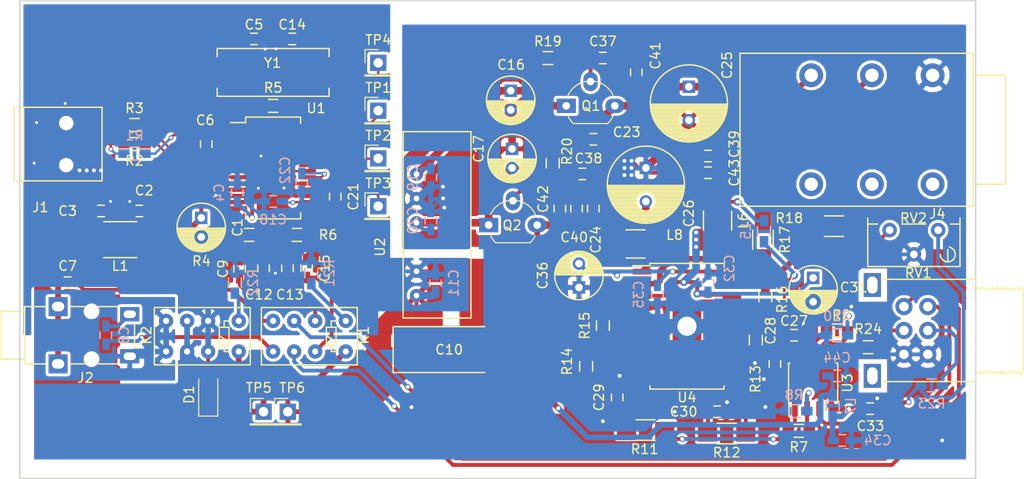
<source format=kicad_pcb>
(kicad_pcb (version 4) (host pcbnew 4.0.6)

  (general
    (links 190)
    (no_connects 0)
    (area 10.724999 13.424999 118.275001 63.575001)
    (thickness 1.6)
    (drawings 5)
    (tracks 826)
    (zones 0)
    (modules 95)
    (nets 69)
  )

  (page A4)
  (layers
    (0 F.Cu signal)
    (31 B.Cu signal)
    (32 B.Adhes user)
    (33 F.Adhes user)
    (34 B.Paste user)
    (35 F.Paste user)
    (36 B.SilkS user)
    (37 F.SilkS user)
    (38 B.Mask user)
    (39 F.Mask user)
    (40 Dwgs.User user)
    (41 Cmts.User user)
    (42 Eco1.User user)
    (43 Eco2.User user)
    (44 Edge.Cuts user)
    (45 Margin user)
    (46 B.CrtYd user)
    (47 F.CrtYd user)
    (48 B.Fab user hide)
    (49 F.Fab user hide)
  )

  (setup
    (last_trace_width 0.4)
    (user_trace_width 0.2)
    (user_trace_width 0.25)
    (user_trace_width 0.6)
    (user_trace_width 0.8)
    (user_trace_width 1.5)
    (trace_clearance 0.2)
    (zone_clearance 0.3)
    (zone_45_only yes)
    (trace_min 0.2)
    (segment_width 0.2)
    (edge_width 0.15)
    (via_size 0.6)
    (via_drill 0.4)
    (via_min_size 0.4)
    (via_min_drill 0.3)
    (user_via 0.5 0.3)
    (user_via 1.3 1)
    (uvia_size 0.3)
    (uvia_drill 0.1)
    (uvias_allowed no)
    (uvia_min_size 0.2)
    (uvia_min_drill 0.1)
    (pcb_text_width 0.3)
    (pcb_text_size 1.5 1.5)
    (mod_edge_width 0.15)
    (mod_text_size 1 1)
    (mod_text_width 0.15)
    (pad_size 1.8 3)
    (pad_drill 1.1)
    (pad_to_mask_clearance 0.2)
    (aux_axis_origin 0 0)
    (visible_elements FFFFFFFF)
    (pcbplotparams
      (layerselection 0x010f0_80000001)
      (usegerberextensions true)
      (excludeedgelayer true)
      (linewidth 0.100000)
      (plotframeref false)
      (viasonmask false)
      (mode 1)
      (useauxorigin false)
      (hpglpennumber 1)
      (hpglpenspeed 20)
      (hpglpendiameter 15)
      (hpglpenoverlay 2)
      (psnegative false)
      (psa4output false)
      (plotreference true)
      (plotvalue false)
      (plotinvisibletext false)
      (padsonsilk false)
      (subtractmaskfromsilk false)
      (outputformat 1)
      (mirror false)
      (drillshape 0)
      (scaleselection 1)
      (outputdirectory gerber/))
  )

  (net 0 "")
  (net 1 Earth)
  (net 2 "Net-(C1-Pad1)")
  (net 3 +5V)
  (net 4 "Net-(C4-Pad2)")
  (net 5 "Net-(C5-Pad1)")
  (net 6 +3V3)
  (net 7 "Net-(C7-Pad2)")
  (net 8 "Net-(C7-Pad1)")
  (net 9 "Net-(C8-Pad2)")
  (net 10 "Net-(C8-Pad1)")
  (net 11 /LUSB)
  (net 12 "Net-(C9-Pad1)")
  (net 13 "Net-(C12-Pad1)")
  (net 14 "Net-(C13-Pad2)")
  (net 15 "Net-(C14-Pad1)")
  (net 16 /RUSB)
  (net 17 "Net-(C15-Pad1)")
  (net 18 GNDPWR)
  (net 19 "Net-(C16-Pad1)")
  (net 20 "Net-(C17-Pad2)")
  (net 21 "Net-(C18-Pad2)")
  (net 22 "Net-(C21-Pad1)")
  (net 23 "Net-(C22-Pad2)")
  (net 24 +12V)
  (net 25 -12V)
  (net 26 "Net-(C27-Pad1)")
  (net 27 "Net-(C29-Pad1)")
  (net 28 "Net-(C30-Pad1)")
  (net 29 "Net-(C31-Pad1)")
  (net 30 "Net-(C33-Pad2)")
  (net 31 "Net-(C35-Pad2)")
  (net 32 "Net-(D1-Pad1)")
  (net 33 "Net-(J1-Pad4)")
  (net 34 /D+)
  (net 35 /D-)
  (net 36 GNDA)
  (net 37 "Net-(J4-Pad4)")
  (net 38 "Net-(J4-Pad6)")
  (net 39 "Net-(J4-Pad5)")
  (net 40 "Net-(J4-Pad2)")
  (net 41 "Net-(J4-Pad3)")
  (net 42 "Net-(K1-Pad6)")
  (net 43 "Net-(K1-Pad3)")
  (net 44 "Net-(R2-Pad2)")
  (net 45 "Net-(R3-Pad1)")
  (net 46 "Net-(R7-Pad2)")
  (net 47 "Net-(R11-Pad2)")
  (net 48 "Net-(R10-Pad2)")
  (net 49 "Net-(R12-Pad2)")
  (net 50 "Net-(R13-Pad2)")
  (net 51 "Net-(R14-Pad1)")
  (net 52 "Net-(R15-Pad2)")
  (net 53 "Net-(R16-Pad1)")
  (net 54 "Net-(TP1-Pad1)")
  (net 55 "Net-(TP2-Pad1)")
  (net 56 "Net-(TP3-Pad1)")
  (net 57 "Net-(U1-Pad5)")
  (net 58 "Net-(U1-Pad3)")
  (net 59 "Net-(U1-Pad2)")
  (net 60 "Net-(TP4-Pad1)")
  (net 61 "Net-(C37-Pad1)")
  (net 62 "Net-(C38-Pad1)")
  (net 63 "Net-(K1-Pad1)")
  (net 64 "Net-(K2-Pad1)")
  (net 65 "Net-(R23-Pad2)")
  (net 66 "Net-(R23-Pad1)")
  (net 67 "Net-(R24-Pad2)")
  (net 68 "Net-(R24-Pad1)")

  (net_class Default "This is the default net class."
    (clearance 0.2)
    (trace_width 0.4)
    (via_dia 0.6)
    (via_drill 0.4)
    (uvia_dia 0.3)
    (uvia_drill 0.1)
    (add_net +12V)
    (add_net +3V3)
    (add_net +5V)
    (add_net -12V)
    (add_net /D+)
    (add_net /D-)
    (add_net /LUSB)
    (add_net /RUSB)
    (add_net Earth)
    (add_net GNDA)
    (add_net GNDPWR)
    (add_net "Net-(C1-Pad1)")
    (add_net "Net-(C12-Pad1)")
    (add_net "Net-(C13-Pad2)")
    (add_net "Net-(C14-Pad1)")
    (add_net "Net-(C15-Pad1)")
    (add_net "Net-(C16-Pad1)")
    (add_net "Net-(C17-Pad2)")
    (add_net "Net-(C18-Pad2)")
    (add_net "Net-(C21-Pad1)")
    (add_net "Net-(C22-Pad2)")
    (add_net "Net-(C27-Pad1)")
    (add_net "Net-(C29-Pad1)")
    (add_net "Net-(C30-Pad1)")
    (add_net "Net-(C31-Pad1)")
    (add_net "Net-(C33-Pad2)")
    (add_net "Net-(C35-Pad2)")
    (add_net "Net-(C37-Pad1)")
    (add_net "Net-(C38-Pad1)")
    (add_net "Net-(C4-Pad2)")
    (add_net "Net-(C5-Pad1)")
    (add_net "Net-(C7-Pad1)")
    (add_net "Net-(C7-Pad2)")
    (add_net "Net-(C8-Pad1)")
    (add_net "Net-(C8-Pad2)")
    (add_net "Net-(C9-Pad1)")
    (add_net "Net-(D1-Pad1)")
    (add_net "Net-(J1-Pad4)")
    (add_net "Net-(J4-Pad2)")
    (add_net "Net-(J4-Pad3)")
    (add_net "Net-(J4-Pad4)")
    (add_net "Net-(J4-Pad5)")
    (add_net "Net-(J4-Pad6)")
    (add_net "Net-(K1-Pad1)")
    (add_net "Net-(K1-Pad3)")
    (add_net "Net-(K1-Pad6)")
    (add_net "Net-(K2-Pad1)")
    (add_net "Net-(R10-Pad2)")
    (add_net "Net-(R11-Pad2)")
    (add_net "Net-(R12-Pad2)")
    (add_net "Net-(R13-Pad2)")
    (add_net "Net-(R14-Pad1)")
    (add_net "Net-(R15-Pad2)")
    (add_net "Net-(R16-Pad1)")
    (add_net "Net-(R2-Pad2)")
    (add_net "Net-(R23-Pad1)")
    (add_net "Net-(R23-Pad2)")
    (add_net "Net-(R24-Pad1)")
    (add_net "Net-(R24-Pad2)")
    (add_net "Net-(R3-Pad1)")
    (add_net "Net-(R7-Pad2)")
    (add_net "Net-(TP1-Pad1)")
    (add_net "Net-(TP2-Pad1)")
    (add_net "Net-(TP3-Pad1)")
    (add_net "Net-(TP4-Pad1)")
    (add_net "Net-(U1-Pad2)")
    (add_net "Net-(U1-Pad3)")
    (add_net "Net-(U1-Pad5)")
  )

  (module Capacitors_THT:C_Radial_D8_L11.5_P3.5 (layer F.Cu) (tedit 0) (tstamp 5978A803)
    (at 83 22.5 270)
    (descr "Radial Electrolytic Capacitor Diameter 8mm x Length 11.5mm, Pitch 3.5mm")
    (tags "Electrolytic Capacitor")
    (path /593064DB)
    (fp_text reference C25 (at -2.25 -4 270) (layer F.SilkS)
      (effects (font (size 1 1) (thickness 0.15)))
    )
    (fp_text value 100u (at 1.75 5.3 270) (layer F.Fab)
      (effects (font (size 1 1) (thickness 0.15)))
    )
    (fp_circle (center 1.75 0) (end 1.75 -4.3) (layer F.CrtYd) (width 0.05))
    (fp_circle (center 1.75 0) (end 1.75 -4.0375) (layer F.SilkS) (width 0.15))
    (fp_circle (center 3.5 0) (end 3.5 -1) (layer F.SilkS) (width 0.15))
    (fp_line (start 5.745 -0.2) (end 5.745 0.2) (layer F.SilkS) (width 0.15))
    (fp_line (start 5.605 -1.067) (end 5.605 1.067) (layer F.SilkS) (width 0.15))
    (fp_line (start 5.465 -1.483) (end 5.465 1.483) (layer F.SilkS) (width 0.15))
    (fp_line (start 5.325 -1.794) (end 5.325 1.794) (layer F.SilkS) (width 0.15))
    (fp_line (start 5.185 -2.05) (end 5.185 2.05) (layer F.SilkS) (width 0.15))
    (fp_line (start 5.045 -2.268) (end 5.045 2.268) (layer F.SilkS) (width 0.15))
    (fp_line (start 4.905 -2.459) (end 4.905 2.459) (layer F.SilkS) (width 0.15))
    (fp_line (start 4.765 -2.629) (end 4.765 2.629) (layer F.SilkS) (width 0.15))
    (fp_line (start 4.625 -2.781) (end 4.625 2.781) (layer F.SilkS) (width 0.15))
    (fp_line (start 4.485 0.173) (end 4.485 2.919) (layer F.SilkS) (width 0.15))
    (fp_line (start 4.485 -2.919) (end 4.485 -0.173) (layer F.SilkS) (width 0.15))
    (fp_line (start 4.345 0.535) (end 4.345 3.044) (layer F.SilkS) (width 0.15))
    (fp_line (start 4.345 -3.044) (end 4.345 -0.535) (layer F.SilkS) (width 0.15))
    (fp_line (start 4.205 0.709) (end 4.205 3.158) (layer F.SilkS) (width 0.15))
    (fp_line (start 4.205 -3.158) (end 4.205 -0.709) (layer F.SilkS) (width 0.15))
    (fp_line (start 4.065 0.825) (end 4.065 3.262) (layer F.SilkS) (width 0.15))
    (fp_line (start 4.065 -3.262) (end 4.065 -0.825) (layer F.SilkS) (width 0.15))
    (fp_line (start 3.925 0.905) (end 3.925 3.357) (layer F.SilkS) (width 0.15))
    (fp_line (start 3.925 -3.357) (end 3.925 -0.905) (layer F.SilkS) (width 0.15))
    (fp_line (start 3.785 0.959) (end 3.785 3.444) (layer F.SilkS) (width 0.15))
    (fp_line (start 3.785 -3.444) (end 3.785 -0.959) (layer F.SilkS) (width 0.15))
    (fp_line (start 3.645 0.989) (end 3.645 3.523) (layer F.SilkS) (width 0.15))
    (fp_line (start 3.645 -3.523) (end 3.645 -0.989) (layer F.SilkS) (width 0.15))
    (fp_line (start 3.505 1) (end 3.505 3.594) (layer F.SilkS) (width 0.15))
    (fp_line (start 3.505 -3.594) (end 3.505 -1) (layer F.SilkS) (width 0.15))
    (fp_line (start 3.365 0.991) (end 3.365 3.659) (layer F.SilkS) (width 0.15))
    (fp_line (start 3.365 -3.659) (end 3.365 -0.991) (layer F.SilkS) (width 0.15))
    (fp_line (start 3.225 0.961) (end 3.225 3.718) (layer F.SilkS) (width 0.15))
    (fp_line (start 3.225 -3.718) (end 3.225 -0.961) (layer F.SilkS) (width 0.15))
    (fp_line (start 3.085 0.91) (end 3.085 3.771) (layer F.SilkS) (width 0.15))
    (fp_line (start 3.085 -3.771) (end 3.085 -0.91) (layer F.SilkS) (width 0.15))
    (fp_line (start 2.945 0.832) (end 2.945 3.817) (layer F.SilkS) (width 0.15))
    (fp_line (start 2.945 -3.817) (end 2.945 -0.832) (layer F.SilkS) (width 0.15))
    (fp_line (start 2.805 0.719) (end 2.805 3.858) (layer F.SilkS) (width 0.15))
    (fp_line (start 2.805 -3.858) (end 2.805 -0.719) (layer F.SilkS) (width 0.15))
    (fp_line (start 2.665 0.55) (end 2.665 3.894) (layer F.SilkS) (width 0.15))
    (fp_line (start 2.665 -3.894) (end 2.665 -0.55) (layer F.SilkS) (width 0.15))
    (fp_line (start 2.525 0.222) (end 2.525 3.924) (layer F.SilkS) (width 0.15))
    (fp_line (start 2.525 -3.924) (end 2.525 -0.222) (layer F.SilkS) (width 0.15))
    (fp_line (start 2.385 -3.949) (end 2.385 3.949) (layer F.SilkS) (width 0.15))
    (fp_line (start 2.245 -3.969) (end 2.245 3.969) (layer F.SilkS) (width 0.15))
    (fp_line (start 2.105 -3.984) (end 2.105 3.984) (layer F.SilkS) (width 0.15))
    (fp_line (start 1.965 -3.994) (end 1.965 3.994) (layer F.SilkS) (width 0.15))
    (fp_line (start 1.825 -3.999) (end 1.825 3.999) (layer F.SilkS) (width 0.15))
    (pad 1 thru_hole rect (at 0 0 270) (size 1.3 1.3) (drill 0.8) (layers *.Cu *.Mask)
      (net 24 +12V))
    (pad 2 thru_hole circle (at 3.5 0 270) (size 1.3 1.3) (drill 0.8) (layers *.Cu *.Mask)
      (net 18 GNDPWR))
    (model Capacitors_ThroughHole.3dshapes/C_Radial_D8_L11.5_P3.5.wrl
      (at (xyz 0 0 0))
      (scale (xyz 1 1 1))
      (rotate (xyz 0 0 0))
    )
  )

  (module Connectors:USB_Mini-B (layer F.Cu) (tedit 5543E571) (tstamp 5978A85A)
    (at 17 28.5)
    (descr "USB Mini-B 5-pin SMD connector")
    (tags "USB USB_B USB_Mini connector")
    (path /5976A1B4)
    (attr smd)
    (fp_text reference J1 (at -1.85 6.61) (layer F.SilkS)
      (effects (font (size 1 1) (thickness 0.15)))
    )
    (fp_text value USB_OTG (at 0 -7.0993) (layer F.Fab)
      (effects (font (size 1 1) (thickness 0.15)))
    )
    (fp_line (start 4.59994 -3.85064) (end -4.59994 -3.85064) (layer F.SilkS) (width 0.15))
    (fp_line (start 4.59994 3.85064) (end 4.59994 -3.85064) (layer F.SilkS) (width 0.15))
    (fp_line (start -4.59994 3.85064) (end 4.59994 3.85064) (layer F.SilkS) (width 0.15))
    (fp_line (start -4.59994 -3.85064) (end -4.59994 3.85064) (layer F.SilkS) (width 0.15))
    (fp_line (start -3.59918 -3.85064) (end -3.59918 3.85064) (layer F.SilkS) (width 0.15))
    (fp_line (start -4.85 5.7) (end -4.85 -5.7) (layer F.CrtYd) (width 0.05))
    (fp_line (start 4.85 5.7) (end -4.85 5.7) (layer F.CrtYd) (width 0.05))
    (fp_line (start 4.85 -5.7) (end 4.85 5.7) (layer F.CrtYd) (width 0.05))
    (fp_line (start -4.85 -5.7) (end 4.85 -5.7) (layer F.CrtYd) (width 0.05))
    (pad "" np_thru_hole circle (at 0.8509 2.19964) (size 0.89916 0.89916) (drill 0.89916) (layers *.Cu *.Mask))
    (pad "" np_thru_hole circle (at 0.8509 -2.19964) (size 0.89916 0.89916) (drill 0.89916) (layers *.Cu *.Mask))
    (pad 6 smd rect (at -2.14884 4.45008) (size 2.49936 1.99898) (layers F.Cu F.Paste F.Mask)
      (net 1 Earth))
    (pad 6 smd rect (at 3.35026 4.45008) (size 2.49936 1.99898) (layers F.Cu F.Paste F.Mask)
      (net 1 Earth))
    (pad 6 smd rect (at -2.14884 -4.45008) (size 2.49936 1.99898) (layers F.Cu F.Paste F.Mask)
      (net 1 Earth))
    (pad 6 smd rect (at 3.35026 -4.45008) (size 2.49936 1.99898) (layers F.Cu F.Paste F.Mask)
      (net 1 Earth))
    (pad 5 smd rect (at 3.44932 1.6002) (size 2.30124 0.50038) (layers F.Cu F.Paste F.Mask)
      (net 1 Earth))
    (pad 4 smd rect (at 3.44932 0.8001) (size 2.30124 0.50038) (layers F.Cu F.Paste F.Mask)
      (net 33 "Net-(J1-Pad4)"))
    (pad 3 smd rect (at 3.44932 0) (size 2.30124 0.50038) (layers F.Cu F.Paste F.Mask)
      (net 34 /D+))
    (pad 2 smd rect (at 3.44932 -0.8001) (size 2.30124 0.50038) (layers F.Cu F.Paste F.Mask)
      (net 35 /D-))
    (pad 1 smd rect (at 3.44932 -1.6002) (size 2.30124 0.50038) (layers F.Cu F.Paste F.Mask)
      (net 3 +5V))
  )

  (module Capacitors_THT:C_Radial_D5_L11_P2 (layer F.Cu) (tedit 0) (tstamp 5978A773)
    (at 31.98 36.22 270)
    (descr "Radial Electrolytic Capacitor 5mm x Length 11mm, Pitch 2mm")
    (tags "Electrolytic Capacitor")
    (path /5934B839)
    (fp_text reference C1 (at 1 -3.8 270) (layer F.SilkS)
      (effects (font (size 1 1) (thickness 0.15)))
    )
    (fp_text value 10u (at 1 3.8 270) (layer F.Fab)
      (effects (font (size 1 1) (thickness 0.15)))
    )
    (fp_circle (center 1 0) (end 1 -2.8) (layer F.CrtYd) (width 0.05))
    (fp_circle (center 1 0) (end 1 -2.5375) (layer F.SilkS) (width 0.15))
    (fp_circle (center 2 0) (end 2 -0.8) (layer F.SilkS) (width 0.15))
    (fp_line (start 3.455 -0.472) (end 3.455 0.472) (layer F.SilkS) (width 0.15))
    (fp_line (start 3.315 -0.944) (end 3.315 0.944) (layer F.SilkS) (width 0.15))
    (fp_line (start 3.175 -1.233) (end 3.175 1.233) (layer F.SilkS) (width 0.15))
    (fp_line (start 3.035 -1.452) (end 3.035 1.452) (layer F.SilkS) (width 0.15))
    (fp_line (start 2.895 -1.631) (end 2.895 1.631) (layer F.SilkS) (width 0.15))
    (fp_line (start 2.755 0.265) (end 2.755 1.78) (layer F.SilkS) (width 0.15))
    (fp_line (start 2.755 -1.78) (end 2.755 -0.265) (layer F.SilkS) (width 0.15))
    (fp_line (start 2.615 0.512) (end 2.615 1.908) (layer F.SilkS) (width 0.15))
    (fp_line (start 2.615 -1.908) (end 2.615 -0.512) (layer F.SilkS) (width 0.15))
    (fp_line (start 2.475 0.644) (end 2.475 2.019) (layer F.SilkS) (width 0.15))
    (fp_line (start 2.475 -2.019) (end 2.475 -0.644) (layer F.SilkS) (width 0.15))
    (fp_line (start 2.335 0.726) (end 2.335 2.114) (layer F.SilkS) (width 0.15))
    (fp_line (start 2.335 -2.114) (end 2.335 -0.726) (layer F.SilkS) (width 0.15))
    (fp_line (start 2.195 0.776) (end 2.195 2.196) (layer F.SilkS) (width 0.15))
    (fp_line (start 2.195 -2.196) (end 2.195 -0.776) (layer F.SilkS) (width 0.15))
    (fp_line (start 2.055 0.798) (end 2.055 2.266) (layer F.SilkS) (width 0.15))
    (fp_line (start 2.055 -2.266) (end 2.055 -0.798) (layer F.SilkS) (width 0.15))
    (fp_line (start 1.915 0.795) (end 1.915 2.327) (layer F.SilkS) (width 0.15))
    (fp_line (start 1.915 -2.327) (end 1.915 -0.795) (layer F.SilkS) (width 0.15))
    (fp_line (start 1.775 0.768) (end 1.775 2.377) (layer F.SilkS) (width 0.15))
    (fp_line (start 1.775 -2.377) (end 1.775 -0.768) (layer F.SilkS) (width 0.15))
    (fp_line (start 1.635 0.712) (end 1.635 2.418) (layer F.SilkS) (width 0.15))
    (fp_line (start 1.635 -2.418) (end 1.635 -0.712) (layer F.SilkS) (width 0.15))
    (fp_line (start 1.495 0.62) (end 1.495 2.451) (layer F.SilkS) (width 0.15))
    (fp_line (start 1.495 -2.451) (end 1.495 -0.62) (layer F.SilkS) (width 0.15))
    (fp_line (start 1.355 0.473) (end 1.355 2.475) (layer F.SilkS) (width 0.15))
    (fp_line (start 1.355 -2.475) (end 1.355 -0.473) (layer F.SilkS) (width 0.15))
    (fp_line (start 1.215 0.154) (end 1.215 2.491) (layer F.SilkS) (width 0.15))
    (fp_line (start 1.215 -2.491) (end 1.215 -0.154) (layer F.SilkS) (width 0.15))
    (fp_line (start 1.075 -2.499) (end 1.075 2.499) (layer F.SilkS) (width 0.15))
    (pad 2 thru_hole circle (at 2 0 270) (size 1.3 1.3) (drill 0.8) (layers *.Cu *.Mask)
      (net 1 Earth))
    (pad 1 thru_hole rect (at 0 0 270) (size 1.3 1.3) (drill 0.8) (layers *.Cu *.Mask)
      (net 2 "Net-(C1-Pad1)"))
    (model Capacitors_ThroughHole.3dshapes/C_Radial_D5_L11_P2.wrl
      (at (xyz 0 0 0))
      (scale (xyz 1 1 1))
      (rotate (xyz 0 0 0))
    )
  )

  (module Capacitors_SMD:C_0603_HandSoldering (layer F.Cu) (tedit 541A9B4D) (tstamp 5978A779)
    (at 25.5 35.5)
    (descr "Capacitor SMD 0603, hand soldering")
    (tags "capacitor 0603")
    (path /5934BF3E)
    (attr smd)
    (fp_text reference C2 (at 0.51 -2.14) (layer F.SilkS)
      (effects (font (size 1 1) (thickness 0.15)))
    )
    (fp_text value 100n (at 0 1.9) (layer F.Fab)
      (effects (font (size 1 1) (thickness 0.15)))
    )
    (fp_line (start 0.35 0.6) (end -0.35 0.6) (layer F.SilkS) (width 0.15))
    (fp_line (start -0.35 -0.6) (end 0.35 -0.6) (layer F.SilkS) (width 0.15))
    (fp_line (start 1.85 -0.75) (end 1.85 0.75) (layer F.CrtYd) (width 0.05))
    (fp_line (start -1.85 -0.75) (end -1.85 0.75) (layer F.CrtYd) (width 0.05))
    (fp_line (start -1.85 0.75) (end 1.85 0.75) (layer F.CrtYd) (width 0.05))
    (fp_line (start -1.85 -0.75) (end 1.85 -0.75) (layer F.CrtYd) (width 0.05))
    (fp_line (start -0.8 -0.4) (end 0.8 -0.4) (layer F.Fab) (width 0.15))
    (fp_line (start 0.8 -0.4) (end 0.8 0.4) (layer F.Fab) (width 0.15))
    (fp_line (start 0.8 0.4) (end -0.8 0.4) (layer F.Fab) (width 0.15))
    (fp_line (start -0.8 0.4) (end -0.8 -0.4) (layer F.Fab) (width 0.15))
    (pad 2 smd rect (at 0.95 0) (size 1.2 0.75) (layers F.Cu F.Paste F.Mask)
      (net 2 "Net-(C1-Pad1)"))
    (pad 1 smd rect (at -0.95 0) (size 1.2 0.75) (layers F.Cu F.Paste F.Mask)
      (net 1 Earth))
    (model Capacitors_SMD.3dshapes/C_0603_HandSoldering.wrl
      (at (xyz 0 0 0))
      (scale (xyz 1 1 1))
      (rotate (xyz 0 0 0))
    )
  )

  (module Capacitors_SMD:C_0603_HandSoldering (layer F.Cu) (tedit 541A9B4D) (tstamp 5978A77F)
    (at 21.5 35.5)
    (descr "Capacitor SMD 0603, hand soldering")
    (tags "capacitor 0603")
    (path /59305590)
    (attr smd)
    (fp_text reference C3 (at -3.5 0) (layer F.SilkS)
      (effects (font (size 1 1) (thickness 0.15)))
    )
    (fp_text value 200n (at 0 1.9) (layer F.Fab)
      (effects (font (size 1 1) (thickness 0.15)))
    )
    (fp_line (start 0.35 0.6) (end -0.35 0.6) (layer F.SilkS) (width 0.15))
    (fp_line (start -0.35 -0.6) (end 0.35 -0.6) (layer F.SilkS) (width 0.15))
    (fp_line (start 1.85 -0.75) (end 1.85 0.75) (layer F.CrtYd) (width 0.05))
    (fp_line (start -1.85 -0.75) (end -1.85 0.75) (layer F.CrtYd) (width 0.05))
    (fp_line (start -1.85 0.75) (end 1.85 0.75) (layer F.CrtYd) (width 0.05))
    (fp_line (start -1.85 -0.75) (end 1.85 -0.75) (layer F.CrtYd) (width 0.05))
    (fp_line (start -0.8 -0.4) (end 0.8 -0.4) (layer F.Fab) (width 0.15))
    (fp_line (start 0.8 -0.4) (end 0.8 0.4) (layer F.Fab) (width 0.15))
    (fp_line (start 0.8 0.4) (end -0.8 0.4) (layer F.Fab) (width 0.15))
    (fp_line (start -0.8 0.4) (end -0.8 -0.4) (layer F.Fab) (width 0.15))
    (pad 2 smd rect (at 0.95 0) (size 1.2 0.75) (layers F.Cu F.Paste F.Mask)
      (net 1 Earth))
    (pad 1 smd rect (at -0.95 0) (size 1.2 0.75) (layers F.Cu F.Paste F.Mask)
      (net 3 +5V))
    (model Capacitors_SMD.3dshapes/C_0603_HandSoldering.wrl
      (at (xyz 0 0 0))
      (scale (xyz 1 1 1))
      (rotate (xyz 0 0 0))
    )
  )

  (module Capacitors_SMD:C_0603_HandSoldering (layer B.Cu) (tedit 541A9B4D) (tstamp 5978A785)
    (at 35.75 33.59 270)
    (descr "Capacitor SMD 0603, hand soldering")
    (tags "capacitor 0603")
    (path /5934A4BD)
    (attr smd)
    (fp_text reference C4 (at 0 1.9 270) (layer B.SilkS)
      (effects (font (size 1 1) (thickness 0.15)) (justify mirror))
    )
    (fp_text value 1u (at 0 -1.9 270) (layer B.Fab)
      (effects (font (size 1 1) (thickness 0.15)) (justify mirror))
    )
    (fp_line (start 0.35 -0.6) (end -0.35 -0.6) (layer B.SilkS) (width 0.15))
    (fp_line (start -0.35 0.6) (end 0.35 0.6) (layer B.SilkS) (width 0.15))
    (fp_line (start 1.85 0.75) (end 1.85 -0.75) (layer B.CrtYd) (width 0.05))
    (fp_line (start -1.85 0.75) (end -1.85 -0.75) (layer B.CrtYd) (width 0.05))
    (fp_line (start -1.85 -0.75) (end 1.85 -0.75) (layer B.CrtYd) (width 0.05))
    (fp_line (start -1.85 0.75) (end 1.85 0.75) (layer B.CrtYd) (width 0.05))
    (fp_line (start -0.8 0.4) (end 0.8 0.4) (layer B.Fab) (width 0.15))
    (fp_line (start 0.8 0.4) (end 0.8 -0.4) (layer B.Fab) (width 0.15))
    (fp_line (start 0.8 -0.4) (end -0.8 -0.4) (layer B.Fab) (width 0.15))
    (fp_line (start -0.8 -0.4) (end -0.8 0.4) (layer B.Fab) (width 0.15))
    (pad 2 smd rect (at 0.95 0 270) (size 1.2 0.75) (layers B.Cu B.Paste B.Mask)
      (net 4 "Net-(C4-Pad2)"))
    (pad 1 smd rect (at -0.95 0 270) (size 1.2 0.75) (layers B.Cu B.Paste B.Mask)
      (net 1 Earth))
    (model Capacitors_SMD.3dshapes/C_0603_HandSoldering.wrl
      (at (xyz 0 0 0))
      (scale (xyz 1 1 1))
      (rotate (xyz 0 0 0))
    )
  )

  (module Capacitors_SMD:C_0603_HandSoldering (layer F.Cu) (tedit 541A9B4D) (tstamp 5978A78B)
    (at 37.5 17.5)
    (descr "Capacitor SMD 0603, hand soldering")
    (tags "capacitor 0603")
    (path /59348C90)
    (attr smd)
    (fp_text reference C5 (at 0 -1.5) (layer F.SilkS)
      (effects (font (size 1 1) (thickness 0.15)))
    )
    (fp_text value 27p (at 0 1.9) (layer F.Fab)
      (effects (font (size 1 1) (thickness 0.15)))
    )
    (fp_line (start 0.35 0.6) (end -0.35 0.6) (layer F.SilkS) (width 0.15))
    (fp_line (start -0.35 -0.6) (end 0.35 -0.6) (layer F.SilkS) (width 0.15))
    (fp_line (start 1.85 -0.75) (end 1.85 0.75) (layer F.CrtYd) (width 0.05))
    (fp_line (start -1.85 -0.75) (end -1.85 0.75) (layer F.CrtYd) (width 0.05))
    (fp_line (start -1.85 0.75) (end 1.85 0.75) (layer F.CrtYd) (width 0.05))
    (fp_line (start -1.85 -0.75) (end 1.85 -0.75) (layer F.CrtYd) (width 0.05))
    (fp_line (start -0.8 -0.4) (end 0.8 -0.4) (layer F.Fab) (width 0.15))
    (fp_line (start 0.8 -0.4) (end 0.8 0.4) (layer F.Fab) (width 0.15))
    (fp_line (start 0.8 0.4) (end -0.8 0.4) (layer F.Fab) (width 0.15))
    (fp_line (start -0.8 0.4) (end -0.8 -0.4) (layer F.Fab) (width 0.15))
    (pad 2 smd rect (at 0.95 0) (size 1.2 0.75) (layers F.Cu F.Paste F.Mask)
      (net 1 Earth))
    (pad 1 smd rect (at -0.95 0) (size 1.2 0.75) (layers F.Cu F.Paste F.Mask)
      (net 5 "Net-(C5-Pad1)"))
    (model Capacitors_SMD.3dshapes/C_0603_HandSoldering.wrl
      (at (xyz 0 0 0))
      (scale (xyz 1 1 1))
      (rotate (xyz 0 0 0))
    )
  )

  (module Capacitors_SMD:C_0603_HandSoldering (layer F.Cu) (tedit 541A9B4D) (tstamp 5978A791)
    (at 32.5 28.5 90)
    (descr "Capacitor SMD 0603, hand soldering")
    (tags "capacitor 0603")
    (path /5934D473)
    (attr smd)
    (fp_text reference C6 (at 2.5 -0.1 180) (layer F.SilkS)
      (effects (font (size 1 1) (thickness 0.15)))
    )
    (fp_text value 200n (at 0 1.9 90) (layer F.Fab)
      (effects (font (size 1 1) (thickness 0.15)))
    )
    (fp_line (start 0.35 0.6) (end -0.35 0.6) (layer F.SilkS) (width 0.15))
    (fp_line (start -0.35 -0.6) (end 0.35 -0.6) (layer F.SilkS) (width 0.15))
    (fp_line (start 1.85 -0.75) (end 1.85 0.75) (layer F.CrtYd) (width 0.05))
    (fp_line (start -1.85 -0.75) (end -1.85 0.75) (layer F.CrtYd) (width 0.05))
    (fp_line (start -1.85 0.75) (end 1.85 0.75) (layer F.CrtYd) (width 0.05))
    (fp_line (start -1.85 -0.75) (end 1.85 -0.75) (layer F.CrtYd) (width 0.05))
    (fp_line (start -0.8 -0.4) (end 0.8 -0.4) (layer F.Fab) (width 0.15))
    (fp_line (start 0.8 -0.4) (end 0.8 0.4) (layer F.Fab) (width 0.15))
    (fp_line (start 0.8 0.4) (end -0.8 0.4) (layer F.Fab) (width 0.15))
    (fp_line (start -0.8 0.4) (end -0.8 -0.4) (layer F.Fab) (width 0.15))
    (pad 2 smd rect (at 0.95 0 90) (size 1.2 0.75) (layers F.Cu F.Paste F.Mask)
      (net 6 +3V3))
    (pad 1 smd rect (at -0.95 0 90) (size 1.2 0.75) (layers F.Cu F.Paste F.Mask)
      (net 1 Earth))
    (model Capacitors_SMD.3dshapes/C_0603_HandSoldering.wrl
      (at (xyz 0 0 0))
      (scale (xyz 1 1 1))
      (rotate (xyz 0 0 0))
    )
  )

  (module Capacitors_SMD:C_0603_HandSoldering (layer F.Cu) (tedit 541A9B4D) (tstamp 5978A797)
    (at 18 43 180)
    (descr "Capacitor SMD 0603, hand soldering")
    (tags "capacitor 0603")
    (path /5935AC3B)
    (attr smd)
    (fp_text reference C7 (at 0 1.75 180) (layer F.SilkS)
      (effects (font (size 1 1) (thickness 0.15)))
    )
    (fp_text value 1u (at 0 1.9 180) (layer F.Fab)
      (effects (font (size 1 1) (thickness 0.15)))
    )
    (fp_line (start 0.35 0.6) (end -0.35 0.6) (layer F.SilkS) (width 0.15))
    (fp_line (start -0.35 -0.6) (end 0.35 -0.6) (layer F.SilkS) (width 0.15))
    (fp_line (start 1.85 -0.75) (end 1.85 0.75) (layer F.CrtYd) (width 0.05))
    (fp_line (start -1.85 -0.75) (end -1.85 0.75) (layer F.CrtYd) (width 0.05))
    (fp_line (start -1.85 0.75) (end 1.85 0.75) (layer F.CrtYd) (width 0.05))
    (fp_line (start -1.85 -0.75) (end 1.85 -0.75) (layer F.CrtYd) (width 0.05))
    (fp_line (start -0.8 -0.4) (end 0.8 -0.4) (layer F.Fab) (width 0.15))
    (fp_line (start 0.8 -0.4) (end 0.8 0.4) (layer F.Fab) (width 0.15))
    (fp_line (start 0.8 0.4) (end -0.8 0.4) (layer F.Fab) (width 0.15))
    (fp_line (start -0.8 0.4) (end -0.8 -0.4) (layer F.Fab) (width 0.15))
    (pad 2 smd rect (at 0.95 0 180) (size 1.2 0.75) (layers F.Cu F.Paste F.Mask)
      (net 7 "Net-(C7-Pad2)"))
    (pad 1 smd rect (at -0.95 0 180) (size 1.2 0.75) (layers F.Cu F.Paste F.Mask)
      (net 8 "Net-(C7-Pad1)"))
    (model Capacitors_SMD.3dshapes/C_0603_HandSoldering.wrl
      (at (xyz 0 0 0))
      (scale (xyz 1 1 1))
      (rotate (xyz 0 0 0))
    )
  )

  (module Capacitors_SMD:C_0603_HandSoldering (layer B.Cu) (tedit 541A9B4D) (tstamp 5978A79D)
    (at 22 48.5 90)
    (descr "Capacitor SMD 0603, hand soldering")
    (tags "capacitor 0603")
    (path /5935A9B7)
    (attr smd)
    (fp_text reference C8 (at 0 1.9 90) (layer B.SilkS)
      (effects (font (size 1 1) (thickness 0.15)) (justify mirror))
    )
    (fp_text value 1u (at 0 -1.9 90) (layer B.Fab)
      (effects (font (size 1 1) (thickness 0.15)) (justify mirror))
    )
    (fp_line (start 0.35 -0.6) (end -0.35 -0.6) (layer B.SilkS) (width 0.15))
    (fp_line (start -0.35 0.6) (end 0.35 0.6) (layer B.SilkS) (width 0.15))
    (fp_line (start 1.85 0.75) (end 1.85 -0.75) (layer B.CrtYd) (width 0.05))
    (fp_line (start -1.85 0.75) (end -1.85 -0.75) (layer B.CrtYd) (width 0.05))
    (fp_line (start -1.85 -0.75) (end 1.85 -0.75) (layer B.CrtYd) (width 0.05))
    (fp_line (start -1.85 0.75) (end 1.85 0.75) (layer B.CrtYd) (width 0.05))
    (fp_line (start -0.8 0.4) (end 0.8 0.4) (layer B.Fab) (width 0.15))
    (fp_line (start 0.8 0.4) (end 0.8 -0.4) (layer B.Fab) (width 0.15))
    (fp_line (start 0.8 -0.4) (end -0.8 -0.4) (layer B.Fab) (width 0.15))
    (fp_line (start -0.8 -0.4) (end -0.8 0.4) (layer B.Fab) (width 0.15))
    (pad 2 smd rect (at 0.95 0 90) (size 1.2 0.75) (layers B.Cu B.Paste B.Mask)
      (net 9 "Net-(C8-Pad2)"))
    (pad 1 smd rect (at -0.95 0 90) (size 1.2 0.75) (layers B.Cu B.Paste B.Mask)
      (net 10 "Net-(C8-Pad1)"))
    (model Capacitors_SMD.3dshapes/C_0603_HandSoldering.wrl
      (at (xyz 0 0 0))
      (scale (xyz 1 1 1))
      (rotate (xyz 0 0 0))
    )
  )

  (module Capacitors_SMD:C_0603_HandSoldering (layer F.Cu) (tedit 541A9B4D) (tstamp 5978A7A3)
    (at 36 41.55 270)
    (descr "Capacitor SMD 0603, hand soldering")
    (tags "capacitor 0603")
    (path /593501B5)
    (attr smd)
    (fp_text reference C9 (at 0 1.75 270) (layer F.SilkS)
      (effects (font (size 1 1) (thickness 0.15)))
    )
    (fp_text value 1u (at 0 1.9 270) (layer F.Fab)
      (effects (font (size 1 1) (thickness 0.15)))
    )
    (fp_line (start 0.35 0.6) (end -0.35 0.6) (layer F.SilkS) (width 0.15))
    (fp_line (start -0.35 -0.6) (end 0.35 -0.6) (layer F.SilkS) (width 0.15))
    (fp_line (start 1.85 -0.75) (end 1.85 0.75) (layer F.CrtYd) (width 0.05))
    (fp_line (start -1.85 -0.75) (end -1.85 0.75) (layer F.CrtYd) (width 0.05))
    (fp_line (start -1.85 0.75) (end 1.85 0.75) (layer F.CrtYd) (width 0.05))
    (fp_line (start -1.85 -0.75) (end 1.85 -0.75) (layer F.CrtYd) (width 0.05))
    (fp_line (start -0.8 -0.4) (end 0.8 -0.4) (layer F.Fab) (width 0.15))
    (fp_line (start 0.8 -0.4) (end 0.8 0.4) (layer F.Fab) (width 0.15))
    (fp_line (start 0.8 0.4) (end -0.8 0.4) (layer F.Fab) (width 0.15))
    (fp_line (start -0.8 0.4) (end -0.8 -0.4) (layer F.Fab) (width 0.15))
    (pad 2 smd rect (at 0.95 0 270) (size 1.2 0.75) (layers F.Cu F.Paste F.Mask)
      (net 11 /LUSB))
    (pad 1 smd rect (at -0.95 0 270) (size 1.2 0.75) (layers F.Cu F.Paste F.Mask)
      (net 12 "Net-(C9-Pad1)"))
    (model Capacitors_SMD.3dshapes/C_0603_HandSoldering.wrl
      (at (xyz 0 0 0))
      (scale (xyz 1 1 1))
      (rotate (xyz 0 0 0))
    )
  )

  (module Capacitors_Tantalum_SMD:Tantalum_Case-D_EIA-7343-31_Hand (layer F.Cu) (tedit 57B6E980) (tstamp 5978A7A9)
    (at 58 50)
    (descr "Tantalum capacitor, Case D, EIA 7343-31, 7.3x4.3x2.8mm, Hand soldering footprint")
    (tags "capacitor tantalum smd")
    (path /593055F7)
    (attr smd)
    (fp_text reference C10 (at -0.08 0.01) (layer F.SilkS)
      (effects (font (size 1 1) (thickness 0.15)))
    )
    (fp_text value 100u (at 0 3.9) (layer F.Fab)
      (effects (font (size 1 1) (thickness 0.15)))
    )
    (fp_line (start -5.95 -2.4) (end -5.95 2.4) (layer F.SilkS) (width 0.15))
    (fp_line (start -5.95 2.4) (end 3.65 2.4) (layer F.SilkS) (width 0.15))
    (fp_line (start -5.95 -2.4) (end 3.65 -2.4) (layer F.SilkS) (width 0.15))
    (fp_line (start -2.555 -2.15) (end -2.555 2.15) (layer F.Fab) (width 0.15))
    (fp_line (start -2.92 -2.15) (end -2.92 2.15) (layer F.Fab) (width 0.15))
    (fp_line (start 3.65 -2.15) (end -3.65 -2.15) (layer F.Fab) (width 0.15))
    (fp_line (start 3.65 2.15) (end 3.65 -2.15) (layer F.Fab) (width 0.15))
    (fp_line (start -3.65 2.15) (end 3.65 2.15) (layer F.Fab) (width 0.15))
    (fp_line (start -3.65 -2.15) (end -3.65 2.15) (layer F.Fab) (width 0.15))
    (fp_line (start 6.05 -2.5) (end -6.05 -2.5) (layer F.CrtYd) (width 0.05))
    (fp_line (start 6.05 2.5) (end 6.05 -2.5) (layer F.CrtYd) (width 0.05))
    (fp_line (start -6.05 2.5) (end 6.05 2.5) (layer F.CrtYd) (width 0.05))
    (fp_line (start -6.05 -2.5) (end -6.05 2.5) (layer F.CrtYd) (width 0.05))
    (pad 2 smd rect (at 3.775 0) (size 3.75 2.7) (layers F.Cu F.Paste F.Mask)
      (net 1 Earth))
    (pad 1 smd rect (at -3.775 0) (size 3.75 2.7) (layers F.Cu F.Paste F.Mask)
      (net 3 +5V))
    (model Capacitors_Tantalum_SMD.3dshapes/Tantalum_Case-D_EIA-7343-31.wrl
      (at (xyz 0 0 0))
      (scale (xyz 1 1 1))
      (rotate (xyz 0 0 0))
    )
  )

  (module Capacitors_SMD:C_0603_HandSoldering (layer B.Cu) (tedit 541A9B4D) (tstamp 5978A7AF)
    (at 56.5 43.05 90)
    (descr "Capacitor SMD 0603, hand soldering")
    (tags "capacitor 0603")
    (path /5930565F)
    (attr smd)
    (fp_text reference C11 (at 0 1.9 90) (layer B.SilkS)
      (effects (font (size 1 1) (thickness 0.15)) (justify mirror))
    )
    (fp_text value 100n (at 0 -1.9 90) (layer B.Fab)
      (effects (font (size 1 1) (thickness 0.15)) (justify mirror))
    )
    (fp_line (start 0.35 -0.6) (end -0.35 -0.6) (layer B.SilkS) (width 0.15))
    (fp_line (start -0.35 0.6) (end 0.35 0.6) (layer B.SilkS) (width 0.15))
    (fp_line (start 1.85 0.75) (end 1.85 -0.75) (layer B.CrtYd) (width 0.05))
    (fp_line (start -1.85 0.75) (end -1.85 -0.75) (layer B.CrtYd) (width 0.05))
    (fp_line (start -1.85 -0.75) (end 1.85 -0.75) (layer B.CrtYd) (width 0.05))
    (fp_line (start -1.85 0.75) (end 1.85 0.75) (layer B.CrtYd) (width 0.05))
    (fp_line (start -0.8 0.4) (end 0.8 0.4) (layer B.Fab) (width 0.15))
    (fp_line (start 0.8 0.4) (end 0.8 -0.4) (layer B.Fab) (width 0.15))
    (fp_line (start 0.8 -0.4) (end -0.8 -0.4) (layer B.Fab) (width 0.15))
    (fp_line (start -0.8 -0.4) (end -0.8 0.4) (layer B.Fab) (width 0.15))
    (pad 2 smd rect (at 0.95 0 90) (size 1.2 0.75) (layers B.Cu B.Paste B.Mask)
      (net 1 Earth))
    (pad 1 smd rect (at -0.95 0 90) (size 1.2 0.75) (layers B.Cu B.Paste B.Mask)
      (net 3 +5V))
    (model Capacitors_SMD.3dshapes/C_0603_HandSoldering.wrl
      (at (xyz 0 0 0))
      (scale (xyz 1 1 1))
      (rotate (xyz 0 0 0))
    )
  )

  (module Capacitors_SMD:C_0603_HandSoldering (layer F.Cu) (tedit 541A9B4D) (tstamp 5978A7B5)
    (at 38.5 41.5 270)
    (descr "Capacitor SMD 0603, hand soldering")
    (tags "capacitor 0603")
    (path /5934FA03)
    (attr smd)
    (fp_text reference C12 (at 2.75 0.5 540) (layer F.SilkS)
      (effects (font (size 1 1) (thickness 0.15)))
    )
    (fp_text value 22n (at 0 1.9 270) (layer F.Fab)
      (effects (font (size 1 1) (thickness 0.15)))
    )
    (fp_line (start 0.35 0.6) (end -0.35 0.6) (layer F.SilkS) (width 0.15))
    (fp_line (start -0.35 -0.6) (end 0.35 -0.6) (layer F.SilkS) (width 0.15))
    (fp_line (start 1.85 -0.75) (end 1.85 0.75) (layer F.CrtYd) (width 0.05))
    (fp_line (start -1.85 -0.75) (end -1.85 0.75) (layer F.CrtYd) (width 0.05))
    (fp_line (start -1.85 0.75) (end 1.85 0.75) (layer F.CrtYd) (width 0.05))
    (fp_line (start -1.85 -0.75) (end 1.85 -0.75) (layer F.CrtYd) (width 0.05))
    (fp_line (start -0.8 -0.4) (end 0.8 -0.4) (layer F.Fab) (width 0.15))
    (fp_line (start 0.8 -0.4) (end 0.8 0.4) (layer F.Fab) (width 0.15))
    (fp_line (start 0.8 0.4) (end -0.8 0.4) (layer F.Fab) (width 0.15))
    (fp_line (start -0.8 0.4) (end -0.8 -0.4) (layer F.Fab) (width 0.15))
    (pad 2 smd rect (at 0.95 0 270) (size 1.2 0.75) (layers F.Cu F.Paste F.Mask)
      (net 1 Earth))
    (pad 1 smd rect (at -0.95 0 270) (size 1.2 0.75) (layers F.Cu F.Paste F.Mask)
      (net 13 "Net-(C12-Pad1)"))
    (model Capacitors_SMD.3dshapes/C_0603_HandSoldering.wrl
      (at (xyz 0 0 0))
      (scale (xyz 1 1 1))
      (rotate (xyz 0 0 0))
    )
  )

  (module Capacitors_SMD:C_0603_HandSoldering (layer F.Cu) (tedit 541A9B4D) (tstamp 5978A7BB)
    (at 41 41.5 90)
    (descr "Capacitor SMD 0603, hand soldering")
    (tags "capacitor 0603")
    (path /5934F029)
    (attr smd)
    (fp_text reference C13 (at -2.75 0.25 360) (layer F.SilkS)
      (effects (font (size 1 1) (thickness 0.15)))
    )
    (fp_text value 22n (at 0 1.9 90) (layer F.Fab)
      (effects (font (size 1 1) (thickness 0.15)))
    )
    (fp_line (start 0.35 0.6) (end -0.35 0.6) (layer F.SilkS) (width 0.15))
    (fp_line (start -0.35 -0.6) (end 0.35 -0.6) (layer F.SilkS) (width 0.15))
    (fp_line (start 1.85 -0.75) (end 1.85 0.75) (layer F.CrtYd) (width 0.05))
    (fp_line (start -1.85 -0.75) (end -1.85 0.75) (layer F.CrtYd) (width 0.05))
    (fp_line (start -1.85 0.75) (end 1.85 0.75) (layer F.CrtYd) (width 0.05))
    (fp_line (start -1.85 -0.75) (end 1.85 -0.75) (layer F.CrtYd) (width 0.05))
    (fp_line (start -0.8 -0.4) (end 0.8 -0.4) (layer F.Fab) (width 0.15))
    (fp_line (start 0.8 -0.4) (end 0.8 0.4) (layer F.Fab) (width 0.15))
    (fp_line (start 0.8 0.4) (end -0.8 0.4) (layer F.Fab) (width 0.15))
    (fp_line (start -0.8 0.4) (end -0.8 -0.4) (layer F.Fab) (width 0.15))
    (pad 2 smd rect (at 0.95 0 90) (size 1.2 0.75) (layers F.Cu F.Paste F.Mask)
      (net 14 "Net-(C13-Pad2)"))
    (pad 1 smd rect (at -0.95 0 90) (size 1.2 0.75) (layers F.Cu F.Paste F.Mask)
      (net 1 Earth))
    (model Capacitors_SMD.3dshapes/C_0603_HandSoldering.wrl
      (at (xyz 0 0 0))
      (scale (xyz 1 1 1))
      (rotate (xyz 0 0 0))
    )
  )

  (module Capacitors_SMD:C_0603_HandSoldering (layer F.Cu) (tedit 541A9B4D) (tstamp 5978A7C1)
    (at 41.5 17.5 180)
    (descr "Capacitor SMD 0603, hand soldering")
    (tags "capacitor 0603")
    (path /59348F37)
    (attr smd)
    (fp_text reference C14 (at 0 1.5 180) (layer F.SilkS)
      (effects (font (size 1 1) (thickness 0.15)))
    )
    (fp_text value 27p (at 0 1.9 180) (layer F.Fab)
      (effects (font (size 1 1) (thickness 0.15)))
    )
    (fp_line (start 0.35 0.6) (end -0.35 0.6) (layer F.SilkS) (width 0.15))
    (fp_line (start -0.35 -0.6) (end 0.35 -0.6) (layer F.SilkS) (width 0.15))
    (fp_line (start 1.85 -0.75) (end 1.85 0.75) (layer F.CrtYd) (width 0.05))
    (fp_line (start -1.85 -0.75) (end -1.85 0.75) (layer F.CrtYd) (width 0.05))
    (fp_line (start -1.85 0.75) (end 1.85 0.75) (layer F.CrtYd) (width 0.05))
    (fp_line (start -1.85 -0.75) (end 1.85 -0.75) (layer F.CrtYd) (width 0.05))
    (fp_line (start -0.8 -0.4) (end 0.8 -0.4) (layer F.Fab) (width 0.15))
    (fp_line (start 0.8 -0.4) (end 0.8 0.4) (layer F.Fab) (width 0.15))
    (fp_line (start 0.8 0.4) (end -0.8 0.4) (layer F.Fab) (width 0.15))
    (fp_line (start -0.8 0.4) (end -0.8 -0.4) (layer F.Fab) (width 0.15))
    (pad 2 smd rect (at 0.95 0 180) (size 1.2 0.75) (layers F.Cu F.Paste F.Mask)
      (net 1 Earth))
    (pad 1 smd rect (at -0.95 0 180) (size 1.2 0.75) (layers F.Cu F.Paste F.Mask)
      (net 15 "Net-(C14-Pad1)"))
    (model Capacitors_SMD.3dshapes/C_0603_HandSoldering.wrl
      (at (xyz 0 0 0))
      (scale (xyz 1 1 1))
      (rotate (xyz 0 0 0))
    )
  )

  (module Capacitors_SMD:C_0603_HandSoldering (layer F.Cu) (tedit 541A9B4D) (tstamp 5978A7C7)
    (at 43 41.5 270)
    (descr "Capacitor SMD 0603, hand soldering")
    (tags "capacitor 0603")
    (path /5934F52B)
    (attr smd)
    (fp_text reference C15 (at 0 -1.9 270) (layer F.SilkS)
      (effects (font (size 1 1) (thickness 0.15)))
    )
    (fp_text value 1u (at 0 1.9 270) (layer F.Fab)
      (effects (font (size 1 1) (thickness 0.15)))
    )
    (fp_line (start 0.35 0.6) (end -0.35 0.6) (layer F.SilkS) (width 0.15))
    (fp_line (start -0.35 -0.6) (end 0.35 -0.6) (layer F.SilkS) (width 0.15))
    (fp_line (start 1.85 -0.75) (end 1.85 0.75) (layer F.CrtYd) (width 0.05))
    (fp_line (start -1.85 -0.75) (end -1.85 0.75) (layer F.CrtYd) (width 0.05))
    (fp_line (start -1.85 0.75) (end 1.85 0.75) (layer F.CrtYd) (width 0.05))
    (fp_line (start -1.85 -0.75) (end 1.85 -0.75) (layer F.CrtYd) (width 0.05))
    (fp_line (start -0.8 -0.4) (end 0.8 -0.4) (layer F.Fab) (width 0.15))
    (fp_line (start 0.8 -0.4) (end 0.8 0.4) (layer F.Fab) (width 0.15))
    (fp_line (start 0.8 0.4) (end -0.8 0.4) (layer F.Fab) (width 0.15))
    (fp_line (start -0.8 0.4) (end -0.8 -0.4) (layer F.Fab) (width 0.15))
    (pad 2 smd rect (at 0.95 0 270) (size 1.2 0.75) (layers F.Cu F.Paste F.Mask)
      (net 16 /RUSB))
    (pad 1 smd rect (at -0.95 0 270) (size 1.2 0.75) (layers F.Cu F.Paste F.Mask)
      (net 17 "Net-(C15-Pad1)"))
    (model Capacitors_SMD.3dshapes/C_0603_HandSoldering.wrl
      (at (xyz 0 0 0))
      (scale (xyz 1 1 1))
      (rotate (xyz 0 0 0))
    )
  )

  (module Capacitors_THT:C_Radial_D5_L11_P2 (layer F.Cu) (tedit 0) (tstamp 5978A7CD)
    (at 64.36 22.92 270)
    (descr "Radial Electrolytic Capacitor 5mm x Length 11mm, Pitch 2mm")
    (tags "Electrolytic Capacitor")
    (path /59305A96)
    (fp_text reference C16 (at -2.72 -0.04 360) (layer F.SilkS)
      (effects (font (size 1 1) (thickness 0.15)))
    )
    (fp_text value 10u (at 1 3.8 270) (layer F.Fab)
      (effects (font (size 1 1) (thickness 0.15)))
    )
    (fp_circle (center 1 0) (end 1 -2.8) (layer F.CrtYd) (width 0.05))
    (fp_circle (center 1 0) (end 1 -2.5375) (layer F.SilkS) (width 0.15))
    (fp_circle (center 2 0) (end 2 -0.8) (layer F.SilkS) (width 0.15))
    (fp_line (start 3.455 -0.472) (end 3.455 0.472) (layer F.SilkS) (width 0.15))
    (fp_line (start 3.315 -0.944) (end 3.315 0.944) (layer F.SilkS) (width 0.15))
    (fp_line (start 3.175 -1.233) (end 3.175 1.233) (layer F.SilkS) (width 0.15))
    (fp_line (start 3.035 -1.452) (end 3.035 1.452) (layer F.SilkS) (width 0.15))
    (fp_line (start 2.895 -1.631) (end 2.895 1.631) (layer F.SilkS) (width 0.15))
    (fp_line (start 2.755 0.265) (end 2.755 1.78) (layer F.SilkS) (width 0.15))
    (fp_line (start 2.755 -1.78) (end 2.755 -0.265) (layer F.SilkS) (width 0.15))
    (fp_line (start 2.615 0.512) (end 2.615 1.908) (layer F.SilkS) (width 0.15))
    (fp_line (start 2.615 -1.908) (end 2.615 -0.512) (layer F.SilkS) (width 0.15))
    (fp_line (start 2.475 0.644) (end 2.475 2.019) (layer F.SilkS) (width 0.15))
    (fp_line (start 2.475 -2.019) (end 2.475 -0.644) (layer F.SilkS) (width 0.15))
    (fp_line (start 2.335 0.726) (end 2.335 2.114) (layer F.SilkS) (width 0.15))
    (fp_line (start 2.335 -2.114) (end 2.335 -0.726) (layer F.SilkS) (width 0.15))
    (fp_line (start 2.195 0.776) (end 2.195 2.196) (layer F.SilkS) (width 0.15))
    (fp_line (start 2.195 -2.196) (end 2.195 -0.776) (layer F.SilkS) (width 0.15))
    (fp_line (start 2.055 0.798) (end 2.055 2.266) (layer F.SilkS) (width 0.15))
    (fp_line (start 2.055 -2.266) (end 2.055 -0.798) (layer F.SilkS) (width 0.15))
    (fp_line (start 1.915 0.795) (end 1.915 2.327) (layer F.SilkS) (width 0.15))
    (fp_line (start 1.915 -2.327) (end 1.915 -0.795) (layer F.SilkS) (width 0.15))
    (fp_line (start 1.775 0.768) (end 1.775 2.377) (layer F.SilkS) (width 0.15))
    (fp_line (start 1.775 -2.377) (end 1.775 -0.768) (layer F.SilkS) (width 0.15))
    (fp_line (start 1.635 0.712) (end 1.635 2.418) (layer F.SilkS) (width 0.15))
    (fp_line (start 1.635 -2.418) (end 1.635 -0.712) (layer F.SilkS) (width 0.15))
    (fp_line (start 1.495 0.62) (end 1.495 2.451) (layer F.SilkS) (width 0.15))
    (fp_line (start 1.495 -2.451) (end 1.495 -0.62) (layer F.SilkS) (width 0.15))
    (fp_line (start 1.355 0.473) (end 1.355 2.475) (layer F.SilkS) (width 0.15))
    (fp_line (start 1.355 -2.475) (end 1.355 -0.473) (layer F.SilkS) (width 0.15))
    (fp_line (start 1.215 0.154) (end 1.215 2.491) (layer F.SilkS) (width 0.15))
    (fp_line (start 1.215 -2.491) (end 1.215 -0.154) (layer F.SilkS) (width 0.15))
    (fp_line (start 1.075 -2.499) (end 1.075 2.499) (layer F.SilkS) (width 0.15))
    (pad 2 thru_hole circle (at 2 0 270) (size 1.3 1.3) (drill 0.8) (layers *.Cu *.Mask)
      (net 18 GNDPWR))
    (pad 1 thru_hole rect (at 0 0 270) (size 1.3 1.3) (drill 0.8) (layers *.Cu *.Mask)
      (net 19 "Net-(C16-Pad1)"))
    (model Capacitors_ThroughHole.3dshapes/C_Radial_D5_L11_P2.wrl
      (at (xyz 0 0 0))
      (scale (xyz 1 1 1))
      (rotate (xyz 0 0 0))
    )
  )

  (module Capacitors_THT:C_Radial_D5_L11_P2 (layer F.Cu) (tedit 0) (tstamp 5978A7D3)
    (at 64.5 29 270)
    (descr "Radial Electrolytic Capacitor 5mm x Length 11mm, Pitch 2mm")
    (tags "Electrolytic Capacitor")
    (path /59305B29)
    (fp_text reference C17 (at 0 3.5 270) (layer F.SilkS)
      (effects (font (size 1 1) (thickness 0.15)))
    )
    (fp_text value 10u (at 1 3.8 270) (layer F.Fab)
      (effects (font (size 1 1) (thickness 0.15)))
    )
    (fp_circle (center 1 0) (end 1 -2.8) (layer F.CrtYd) (width 0.05))
    (fp_circle (center 1 0) (end 1 -2.5375) (layer F.SilkS) (width 0.15))
    (fp_circle (center 2 0) (end 2 -0.8) (layer F.SilkS) (width 0.15))
    (fp_line (start 3.455 -0.472) (end 3.455 0.472) (layer F.SilkS) (width 0.15))
    (fp_line (start 3.315 -0.944) (end 3.315 0.944) (layer F.SilkS) (width 0.15))
    (fp_line (start 3.175 -1.233) (end 3.175 1.233) (layer F.SilkS) (width 0.15))
    (fp_line (start 3.035 -1.452) (end 3.035 1.452) (layer F.SilkS) (width 0.15))
    (fp_line (start 2.895 -1.631) (end 2.895 1.631) (layer F.SilkS) (width 0.15))
    (fp_line (start 2.755 0.265) (end 2.755 1.78) (layer F.SilkS) (width 0.15))
    (fp_line (start 2.755 -1.78) (end 2.755 -0.265) (layer F.SilkS) (width 0.15))
    (fp_line (start 2.615 0.512) (end 2.615 1.908) (layer F.SilkS) (width 0.15))
    (fp_line (start 2.615 -1.908) (end 2.615 -0.512) (layer F.SilkS) (width 0.15))
    (fp_line (start 2.475 0.644) (end 2.475 2.019) (layer F.SilkS) (width 0.15))
    (fp_line (start 2.475 -2.019) (end 2.475 -0.644) (layer F.SilkS) (width 0.15))
    (fp_line (start 2.335 0.726) (end 2.335 2.114) (layer F.SilkS) (width 0.15))
    (fp_line (start 2.335 -2.114) (end 2.335 -0.726) (layer F.SilkS) (width 0.15))
    (fp_line (start 2.195 0.776) (end 2.195 2.196) (layer F.SilkS) (width 0.15))
    (fp_line (start 2.195 -2.196) (end 2.195 -0.776) (layer F.SilkS) (width 0.15))
    (fp_line (start 2.055 0.798) (end 2.055 2.266) (layer F.SilkS) (width 0.15))
    (fp_line (start 2.055 -2.266) (end 2.055 -0.798) (layer F.SilkS) (width 0.15))
    (fp_line (start 1.915 0.795) (end 1.915 2.327) (layer F.SilkS) (width 0.15))
    (fp_line (start 1.915 -2.327) (end 1.915 -0.795) (layer F.SilkS) (width 0.15))
    (fp_line (start 1.775 0.768) (end 1.775 2.377) (layer F.SilkS) (width 0.15))
    (fp_line (start 1.775 -2.377) (end 1.775 -0.768) (layer F.SilkS) (width 0.15))
    (fp_line (start 1.635 0.712) (end 1.635 2.418) (layer F.SilkS) (width 0.15))
    (fp_line (start 1.635 -2.418) (end 1.635 -0.712) (layer F.SilkS) (width 0.15))
    (fp_line (start 1.495 0.62) (end 1.495 2.451) (layer F.SilkS) (width 0.15))
    (fp_line (start 1.495 -2.451) (end 1.495 -0.62) (layer F.SilkS) (width 0.15))
    (fp_line (start 1.355 0.473) (end 1.355 2.475) (layer F.SilkS) (width 0.15))
    (fp_line (start 1.355 -2.475) (end 1.355 -0.473) (layer F.SilkS) (width 0.15))
    (fp_line (start 1.215 0.154) (end 1.215 2.491) (layer F.SilkS) (width 0.15))
    (fp_line (start 1.215 -2.491) (end 1.215 -0.154) (layer F.SilkS) (width 0.15))
    (fp_line (start 1.075 -2.499) (end 1.075 2.499) (layer F.SilkS) (width 0.15))
    (pad 2 thru_hole circle (at 2 0 270) (size 1.3 1.3) (drill 0.8) (layers *.Cu *.Mask)
      (net 20 "Net-(C17-Pad2)"))
    (pad 1 thru_hole rect (at 0 0 270) (size 1.3 1.3) (drill 0.8) (layers *.Cu *.Mask)
      (net 18 GNDPWR))
    (model Capacitors_ThroughHole.3dshapes/C_Radial_D5_L11_P2.wrl
      (at (xyz 0 0 0))
      (scale (xyz 1 1 1))
      (rotate (xyz 0 0 0))
    )
  )

  (module Capacitors_SMD:C_0603_HandSoldering (layer B.Cu) (tedit 541A9B4D) (tstamp 5978A7D9)
    (at 39.5 34.5)
    (descr "Capacitor SMD 0603, hand soldering")
    (tags "capacitor 0603")
    (path /5934A59B)
    (attr smd)
    (fp_text reference C18 (at 0 1.9) (layer B.SilkS)
      (effects (font (size 1 1) (thickness 0.15)) (justify mirror))
    )
    (fp_text value 1u (at 0 -1.9) (layer B.Fab)
      (effects (font (size 1 1) (thickness 0.15)) (justify mirror))
    )
    (fp_line (start 0.35 -0.6) (end -0.35 -0.6) (layer B.SilkS) (width 0.15))
    (fp_line (start -0.35 0.6) (end 0.35 0.6) (layer B.SilkS) (width 0.15))
    (fp_line (start 1.85 0.75) (end 1.85 -0.75) (layer B.CrtYd) (width 0.05))
    (fp_line (start -1.85 0.75) (end -1.85 -0.75) (layer B.CrtYd) (width 0.05))
    (fp_line (start -1.85 -0.75) (end 1.85 -0.75) (layer B.CrtYd) (width 0.05))
    (fp_line (start -1.85 0.75) (end 1.85 0.75) (layer B.CrtYd) (width 0.05))
    (fp_line (start -0.8 0.4) (end 0.8 0.4) (layer B.Fab) (width 0.15))
    (fp_line (start 0.8 0.4) (end 0.8 -0.4) (layer B.Fab) (width 0.15))
    (fp_line (start 0.8 -0.4) (end -0.8 -0.4) (layer B.Fab) (width 0.15))
    (fp_line (start -0.8 -0.4) (end -0.8 0.4) (layer B.Fab) (width 0.15))
    (pad 2 smd rect (at 0.95 0) (size 1.2 0.75) (layers B.Cu B.Paste B.Mask)
      (net 21 "Net-(C18-Pad2)"))
    (pad 1 smd rect (at -0.95 0) (size 1.2 0.75) (layers B.Cu B.Paste B.Mask)
      (net 1 Earth))
    (model Capacitors_SMD.3dshapes/C_0603_HandSoldering.wrl
      (at (xyz 0 0 0))
      (scale (xyz 1 1 1))
      (rotate (xyz 0 0 0))
    )
  )

  (module Capacitors_SMD:C_0603_HandSoldering (layer B.Cu) (tedit 541A9B4D) (tstamp 5978A7DF)
    (at 56 32 270)
    (descr "Capacitor SMD 0603, hand soldering")
    (tags "capacitor 0603")
    (path /59305CF8)
    (attr smd)
    (fp_text reference C19 (at 0 1.9 270) (layer B.SilkS)
      (effects (font (size 1 1) (thickness 0.15)) (justify mirror))
    )
    (fp_text value 100n (at 0 -1.9 270) (layer B.Fab)
      (effects (font (size 1 1) (thickness 0.15)) (justify mirror))
    )
    (fp_line (start 0.35 -0.6) (end -0.35 -0.6) (layer B.SilkS) (width 0.15))
    (fp_line (start -0.35 0.6) (end 0.35 0.6) (layer B.SilkS) (width 0.15))
    (fp_line (start 1.85 0.75) (end 1.85 -0.75) (layer B.CrtYd) (width 0.05))
    (fp_line (start -1.85 0.75) (end -1.85 -0.75) (layer B.CrtYd) (width 0.05))
    (fp_line (start -1.85 -0.75) (end 1.85 -0.75) (layer B.CrtYd) (width 0.05))
    (fp_line (start -1.85 0.75) (end 1.85 0.75) (layer B.CrtYd) (width 0.05))
    (fp_line (start -0.8 0.4) (end 0.8 0.4) (layer B.Fab) (width 0.15))
    (fp_line (start 0.8 0.4) (end 0.8 -0.4) (layer B.Fab) (width 0.15))
    (fp_line (start 0.8 -0.4) (end -0.8 -0.4) (layer B.Fab) (width 0.15))
    (fp_line (start -0.8 -0.4) (end -0.8 0.4) (layer B.Fab) (width 0.15))
    (pad 2 smd rect (at 0.95 0 270) (size 1.2 0.75) (layers B.Cu B.Paste B.Mask)
      (net 18 GNDPWR))
    (pad 1 smd rect (at -0.95 0 270) (size 1.2 0.75) (layers B.Cu B.Paste B.Mask)
      (net 19 "Net-(C16-Pad1)"))
    (model Capacitors_SMD.3dshapes/C_0603_HandSoldering.wrl
      (at (xyz 0 0 0))
      (scale (xyz 1 1 1))
      (rotate (xyz 0 0 0))
    )
  )

  (module Capacitors_SMD:C_0603_HandSoldering (layer B.Cu) (tedit 541A9B4D) (tstamp 5978A7E5)
    (at 56 36.5 270)
    (descr "Capacitor SMD 0603, hand soldering")
    (tags "capacitor 0603")
    (path /59305D6F)
    (attr smd)
    (fp_text reference C20 (at 0 1.9 270) (layer B.SilkS)
      (effects (font (size 1 1) (thickness 0.15)) (justify mirror))
    )
    (fp_text value 100n (at 0 -1.9 270) (layer B.Fab)
      (effects (font (size 1 1) (thickness 0.15)) (justify mirror))
    )
    (fp_line (start 0.35 -0.6) (end -0.35 -0.6) (layer B.SilkS) (width 0.15))
    (fp_line (start -0.35 0.6) (end 0.35 0.6) (layer B.SilkS) (width 0.15))
    (fp_line (start 1.85 0.75) (end 1.85 -0.75) (layer B.CrtYd) (width 0.05))
    (fp_line (start -1.85 0.75) (end -1.85 -0.75) (layer B.CrtYd) (width 0.05))
    (fp_line (start -1.85 -0.75) (end 1.85 -0.75) (layer B.CrtYd) (width 0.05))
    (fp_line (start -1.85 0.75) (end 1.85 0.75) (layer B.CrtYd) (width 0.05))
    (fp_line (start -0.8 0.4) (end 0.8 0.4) (layer B.Fab) (width 0.15))
    (fp_line (start 0.8 0.4) (end 0.8 -0.4) (layer B.Fab) (width 0.15))
    (fp_line (start 0.8 -0.4) (end -0.8 -0.4) (layer B.Fab) (width 0.15))
    (fp_line (start -0.8 -0.4) (end -0.8 0.4) (layer B.Fab) (width 0.15))
    (pad 2 smd rect (at 0.95 0 270) (size 1.2 0.75) (layers B.Cu B.Paste B.Mask)
      (net 20 "Net-(C17-Pad2)"))
    (pad 1 smd rect (at -0.95 0 270) (size 1.2 0.75) (layers B.Cu B.Paste B.Mask)
      (net 18 GNDPWR))
    (model Capacitors_SMD.3dshapes/C_0603_HandSoldering.wrl
      (at (xyz 0 0 0))
      (scale (xyz 1 1 1))
      (rotate (xyz 0 0 0))
    )
  )

  (module Capacitors_SMD:C_0603_HandSoldering (layer F.Cu) (tedit 541A9B4D) (tstamp 5978A7EB)
    (at 46 34 270)
    (descr "Capacitor SMD 0603, hand soldering")
    (tags "capacitor 0603")
    (path /5934A14D)
    (attr smd)
    (fp_text reference C21 (at 0 -1.9 270) (layer F.SilkS)
      (effects (font (size 1 1) (thickness 0.15)))
    )
    (fp_text value 1u (at 0 1.9 270) (layer F.Fab)
      (effects (font (size 1 1) (thickness 0.15)))
    )
    (fp_line (start 0.35 0.6) (end -0.35 0.6) (layer F.SilkS) (width 0.15))
    (fp_line (start -0.35 -0.6) (end 0.35 -0.6) (layer F.SilkS) (width 0.15))
    (fp_line (start 1.85 -0.75) (end 1.85 0.75) (layer F.CrtYd) (width 0.05))
    (fp_line (start -1.85 -0.75) (end -1.85 0.75) (layer F.CrtYd) (width 0.05))
    (fp_line (start -1.85 0.75) (end 1.85 0.75) (layer F.CrtYd) (width 0.05))
    (fp_line (start -1.85 -0.75) (end 1.85 -0.75) (layer F.CrtYd) (width 0.05))
    (fp_line (start -0.8 -0.4) (end 0.8 -0.4) (layer F.Fab) (width 0.15))
    (fp_line (start 0.8 -0.4) (end 0.8 0.4) (layer F.Fab) (width 0.15))
    (fp_line (start 0.8 0.4) (end -0.8 0.4) (layer F.Fab) (width 0.15))
    (fp_line (start -0.8 0.4) (end -0.8 -0.4) (layer F.Fab) (width 0.15))
    (pad 2 smd rect (at 0.95 0 270) (size 1.2 0.75) (layers F.Cu F.Paste F.Mask)
      (net 1 Earth))
    (pad 1 smd rect (at -0.95 0 270) (size 1.2 0.75) (layers F.Cu F.Paste F.Mask)
      (net 22 "Net-(C21-Pad1)"))
    (model Capacitors_SMD.3dshapes/C_0603_HandSoldering.wrl
      (at (xyz 0 0 0))
      (scale (xyz 1 1 1))
      (rotate (xyz 0 0 0))
    )
  )

  (module Capacitors_SMD:C_0603_HandSoldering (layer B.Cu) (tedit 541A9B4D) (tstamp 5978A7F1)
    (at 42.5 32.5 90)
    (descr "Capacitor SMD 0603, hand soldering")
    (tags "capacitor 0603")
    (path /59349E35)
    (attr smd)
    (fp_text reference C22 (at 1.25 -1.75 90) (layer B.SilkS)
      (effects (font (size 1 1) (thickness 0.15)) (justify mirror))
    )
    (fp_text value 1u (at 0 -1.9 90) (layer B.Fab)
      (effects (font (size 1 1) (thickness 0.15)) (justify mirror))
    )
    (fp_line (start 0.35 -0.6) (end -0.35 -0.6) (layer B.SilkS) (width 0.15))
    (fp_line (start -0.35 0.6) (end 0.35 0.6) (layer B.SilkS) (width 0.15))
    (fp_line (start 1.85 0.75) (end 1.85 -0.75) (layer B.CrtYd) (width 0.05))
    (fp_line (start -1.85 0.75) (end -1.85 -0.75) (layer B.CrtYd) (width 0.05))
    (fp_line (start -1.85 -0.75) (end 1.85 -0.75) (layer B.CrtYd) (width 0.05))
    (fp_line (start -1.85 0.75) (end 1.85 0.75) (layer B.CrtYd) (width 0.05))
    (fp_line (start -0.8 0.4) (end 0.8 0.4) (layer B.Fab) (width 0.15))
    (fp_line (start 0.8 0.4) (end 0.8 -0.4) (layer B.Fab) (width 0.15))
    (fp_line (start 0.8 -0.4) (end -0.8 -0.4) (layer B.Fab) (width 0.15))
    (fp_line (start -0.8 -0.4) (end -0.8 0.4) (layer B.Fab) (width 0.15))
    (pad 2 smd rect (at 0.95 0 90) (size 1.2 0.75) (layers B.Cu B.Paste B.Mask)
      (net 23 "Net-(C22-Pad2)"))
    (pad 1 smd rect (at -0.95 0 90) (size 1.2 0.75) (layers B.Cu B.Paste B.Mask)
      (net 1 Earth))
    (model Capacitors_SMD.3dshapes/C_0603_HandSoldering.wrl
      (at (xyz 0 0 0))
      (scale (xyz 1 1 1))
      (rotate (xyz 0 0 0))
    )
  )

  (module Capacitors_SMD:C_0603_HandSoldering (layer F.Cu) (tedit 541A9B4D) (tstamp 5978A7F7)
    (at 73 28 180)
    (descr "Capacitor SMD 0603, hand soldering")
    (tags "capacitor 0603")
    (path /59306354)
    (attr smd)
    (fp_text reference C23 (at -3.5 0.75 180) (layer F.SilkS)
      (effects (font (size 1 1) (thickness 0.15)))
    )
    (fp_text value 100n (at 0 1.9 180) (layer F.Fab)
      (effects (font (size 1 1) (thickness 0.15)))
    )
    (fp_line (start 0.35 0.6) (end -0.35 0.6) (layer F.SilkS) (width 0.15))
    (fp_line (start -0.35 -0.6) (end 0.35 -0.6) (layer F.SilkS) (width 0.15))
    (fp_line (start 1.85 -0.75) (end 1.85 0.75) (layer F.CrtYd) (width 0.05))
    (fp_line (start -1.85 -0.75) (end -1.85 0.75) (layer F.CrtYd) (width 0.05))
    (fp_line (start -1.85 0.75) (end 1.85 0.75) (layer F.CrtYd) (width 0.05))
    (fp_line (start -1.85 -0.75) (end 1.85 -0.75) (layer F.CrtYd) (width 0.05))
    (fp_line (start -0.8 -0.4) (end 0.8 -0.4) (layer F.Fab) (width 0.15))
    (fp_line (start 0.8 -0.4) (end 0.8 0.4) (layer F.Fab) (width 0.15))
    (fp_line (start 0.8 0.4) (end -0.8 0.4) (layer F.Fab) (width 0.15))
    (fp_line (start -0.8 0.4) (end -0.8 -0.4) (layer F.Fab) (width 0.15))
    (pad 2 smd rect (at 0.95 0 180) (size 1.2 0.75) (layers F.Cu F.Paste F.Mask)
      (net 18 GNDPWR))
    (pad 1 smd rect (at -0.95 0 180) (size 1.2 0.75) (layers F.Cu F.Paste F.Mask)
      (net 24 +12V))
    (model Capacitors_SMD.3dshapes/C_0603_HandSoldering.wrl
      (at (xyz 0 0 0))
      (scale (xyz 1 1 1))
      (rotate (xyz 0 0 0))
    )
  )

  (module Capacitors_SMD:C_0603_HandSoldering (layer F.Cu) (tedit 541A9B4D) (tstamp 5978A7FD)
    (at 73 35.25 270)
    (descr "Capacitor SMD 0603, hand soldering")
    (tags "capacitor 0603")
    (path /59306303)
    (attr smd)
    (fp_text reference C24 (at 3.25 -0.25 270) (layer F.SilkS)
      (effects (font (size 1 1) (thickness 0.15)))
    )
    (fp_text value 100n (at 0 1.9 270) (layer F.Fab)
      (effects (font (size 1 1) (thickness 0.15)))
    )
    (fp_line (start 0.35 0.6) (end -0.35 0.6) (layer F.SilkS) (width 0.15))
    (fp_line (start -0.35 -0.6) (end 0.35 -0.6) (layer F.SilkS) (width 0.15))
    (fp_line (start 1.85 -0.75) (end 1.85 0.75) (layer F.CrtYd) (width 0.05))
    (fp_line (start -1.85 -0.75) (end -1.85 0.75) (layer F.CrtYd) (width 0.05))
    (fp_line (start -1.85 0.75) (end 1.85 0.75) (layer F.CrtYd) (width 0.05))
    (fp_line (start -1.85 -0.75) (end 1.85 -0.75) (layer F.CrtYd) (width 0.05))
    (fp_line (start -0.8 -0.4) (end 0.8 -0.4) (layer F.Fab) (width 0.15))
    (fp_line (start 0.8 -0.4) (end 0.8 0.4) (layer F.Fab) (width 0.15))
    (fp_line (start 0.8 0.4) (end -0.8 0.4) (layer F.Fab) (width 0.15))
    (fp_line (start -0.8 0.4) (end -0.8 -0.4) (layer F.Fab) (width 0.15))
    (pad 2 smd rect (at 0.95 0 270) (size 1.2 0.75) (layers F.Cu F.Paste F.Mask)
      (net 25 -12V))
    (pad 1 smd rect (at -0.95 0 270) (size 1.2 0.75) (layers F.Cu F.Paste F.Mask)
      (net 18 GNDPWR))
    (model Capacitors_SMD.3dshapes/C_0603_HandSoldering.wrl
      (at (xyz 0 0 0))
      (scale (xyz 1 1 1))
      (rotate (xyz 0 0 0))
    )
  )

  (module Capacitors_THT:C_Radial_D8_L11.5_P3.5 (layer F.Cu) (tedit 0) (tstamp 5978A809)
    (at 78.5 31 270)
    (descr "Radial Electrolytic Capacitor Diameter 8mm x Length 11.5mm, Pitch 3.5mm")
    (tags "Electrolytic Capacitor")
    (path /59306550)
    (fp_text reference C26 (at 4.75 -4.5 270) (layer F.SilkS)
      (effects (font (size 1 1) (thickness 0.15)))
    )
    (fp_text value 100u (at 1.75 5.3 270) (layer F.Fab)
      (effects (font (size 1 1) (thickness 0.15)))
    )
    (fp_circle (center 1.75 0) (end 1.75 -4.3) (layer F.CrtYd) (width 0.05))
    (fp_circle (center 1.75 0) (end 1.75 -4.0375) (layer F.SilkS) (width 0.15))
    (fp_circle (center 3.5 0) (end 3.5 -1) (layer F.SilkS) (width 0.15))
    (fp_line (start 5.745 -0.2) (end 5.745 0.2) (layer F.SilkS) (width 0.15))
    (fp_line (start 5.605 -1.067) (end 5.605 1.067) (layer F.SilkS) (width 0.15))
    (fp_line (start 5.465 -1.483) (end 5.465 1.483) (layer F.SilkS) (width 0.15))
    (fp_line (start 5.325 -1.794) (end 5.325 1.794) (layer F.SilkS) (width 0.15))
    (fp_line (start 5.185 -2.05) (end 5.185 2.05) (layer F.SilkS) (width 0.15))
    (fp_line (start 5.045 -2.268) (end 5.045 2.268) (layer F.SilkS) (width 0.15))
    (fp_line (start 4.905 -2.459) (end 4.905 2.459) (layer F.SilkS) (width 0.15))
    (fp_line (start 4.765 -2.629) (end 4.765 2.629) (layer F.SilkS) (width 0.15))
    (fp_line (start 4.625 -2.781) (end 4.625 2.781) (layer F.SilkS) (width 0.15))
    (fp_line (start 4.485 0.173) (end 4.485 2.919) (layer F.SilkS) (width 0.15))
    (fp_line (start 4.485 -2.919) (end 4.485 -0.173) (layer F.SilkS) (width 0.15))
    (fp_line (start 4.345 0.535) (end 4.345 3.044) (layer F.SilkS) (width 0.15))
    (fp_line (start 4.345 -3.044) (end 4.345 -0.535) (layer F.SilkS) (width 0.15))
    (fp_line (start 4.205 0.709) (end 4.205 3.158) (layer F.SilkS) (width 0.15))
    (fp_line (start 4.205 -3.158) (end 4.205 -0.709) (layer F.SilkS) (width 0.15))
    (fp_line (start 4.065 0.825) (end 4.065 3.262) (layer F.SilkS) (width 0.15))
    (fp_line (start 4.065 -3.262) (end 4.065 -0.825) (layer F.SilkS) (width 0.15))
    (fp_line (start 3.925 0.905) (end 3.925 3.357) (layer F.SilkS) (width 0.15))
    (fp_line (start 3.925 -3.357) (end 3.925 -0.905) (layer F.SilkS) (width 0.15))
    (fp_line (start 3.785 0.959) (end 3.785 3.444) (layer F.SilkS) (width 0.15))
    (fp_line (start 3.785 -3.444) (end 3.785 -0.959) (layer F.SilkS) (width 0.15))
    (fp_line (start 3.645 0.989) (end 3.645 3.523) (layer F.SilkS) (width 0.15))
    (fp_line (start 3.645 -3.523) (end 3.645 -0.989) (layer F.SilkS) (width 0.15))
    (fp_line (start 3.505 1) (end 3.505 3.594) (layer F.SilkS) (width 0.15))
    (fp_line (start 3.505 -3.594) (end 3.505 -1) (layer F.SilkS) (width 0.15))
    (fp_line (start 3.365 0.991) (end 3.365 3.659) (layer F.SilkS) (width 0.15))
    (fp_line (start 3.365 -3.659) (end 3.365 -0.991) (layer F.SilkS) (width 0.15))
    (fp_line (start 3.225 0.961) (end 3.225 3.718) (layer F.SilkS) (width 0.15))
    (fp_line (start 3.225 -3.718) (end 3.225 -0.961) (layer F.SilkS) (width 0.15))
    (fp_line (start 3.085 0.91) (end 3.085 3.771) (layer F.SilkS) (width 0.15))
    (fp_line (start 3.085 -3.771) (end 3.085 -0.91) (layer F.SilkS) (width 0.15))
    (fp_line (start 2.945 0.832) (end 2.945 3.817) (layer F.SilkS) (width 0.15))
    (fp_line (start 2.945 -3.817) (end 2.945 -0.832) (layer F.SilkS) (width 0.15))
    (fp_line (start 2.805 0.719) (end 2.805 3.858) (layer F.SilkS) (width 0.15))
    (fp_line (start 2.805 -3.858) (end 2.805 -0.719) (layer F.SilkS) (width 0.15))
    (fp_line (start 2.665 0.55) (end 2.665 3.894) (layer F.SilkS) (width 0.15))
    (fp_line (start 2.665 -3.894) (end 2.665 -0.55) (layer F.SilkS) (width 0.15))
    (fp_line (start 2.525 0.222) (end 2.525 3.924) (layer F.SilkS) (width 0.15))
    (fp_line (start 2.525 -3.924) (end 2.525 -0.222) (layer F.SilkS) (width 0.15))
    (fp_line (start 2.385 -3.949) (end 2.385 3.949) (layer F.SilkS) (width 0.15))
    (fp_line (start 2.245 -3.969) (end 2.245 3.969) (layer F.SilkS) (width 0.15))
    (fp_line (start 2.105 -3.984) (end 2.105 3.984) (layer F.SilkS) (width 0.15))
    (fp_line (start 1.965 -3.994) (end 1.965 3.994) (layer F.SilkS) (width 0.15))
    (fp_line (start 1.825 -3.999) (end 1.825 3.999) (layer F.SilkS) (width 0.15))
    (pad 1 thru_hole rect (at 0 0 270) (size 1.3 1.3) (drill 0.8) (layers *.Cu *.Mask)
      (net 18 GNDPWR))
    (pad 2 thru_hole circle (at 3.5 0 270) (size 1.3 1.3) (drill 0.8) (layers *.Cu *.Mask)
      (net 25 -12V))
    (model Capacitors_ThroughHole.3dshapes/C_Radial_D8_L11.5_P3.5.wrl
      (at (xyz 0 0 0))
      (scale (xyz 1 1 1))
      (rotate (xyz 0 0 0))
    )
  )

  (module Capacitors_SMD:C_0603_HandSoldering (layer F.Cu) (tedit 541A9B4D) (tstamp 5978A80F)
    (at 94 48.5)
    (descr "Capacitor SMD 0603, hand soldering")
    (tags "capacitor 0603")
    (path /59361C5D)
    (attr smd)
    (fp_text reference C27 (at 0 -1.5) (layer F.SilkS)
      (effects (font (size 1 1) (thickness 0.15)))
    )
    (fp_text value 100n (at 0 1.9) (layer F.Fab)
      (effects (font (size 1 1) (thickness 0.15)))
    )
    (fp_line (start 0.35 0.6) (end -0.35 0.6) (layer F.SilkS) (width 0.15))
    (fp_line (start -0.35 -0.6) (end 0.35 -0.6) (layer F.SilkS) (width 0.15))
    (fp_line (start 1.85 -0.75) (end 1.85 0.75) (layer F.CrtYd) (width 0.05))
    (fp_line (start -1.85 -0.75) (end -1.85 0.75) (layer F.CrtYd) (width 0.05))
    (fp_line (start -1.85 0.75) (end 1.85 0.75) (layer F.CrtYd) (width 0.05))
    (fp_line (start -1.85 -0.75) (end 1.85 -0.75) (layer F.CrtYd) (width 0.05))
    (fp_line (start -0.8 -0.4) (end 0.8 -0.4) (layer F.Fab) (width 0.15))
    (fp_line (start 0.8 -0.4) (end 0.8 0.4) (layer F.Fab) (width 0.15))
    (fp_line (start 0.8 0.4) (end -0.8 0.4) (layer F.Fab) (width 0.15))
    (fp_line (start -0.8 0.4) (end -0.8 -0.4) (layer F.Fab) (width 0.15))
    (pad 2 smd rect (at 0.95 0) (size 1.2 0.75) (layers F.Cu F.Paste F.Mask)
      (net 18 GNDPWR))
    (pad 1 smd rect (at -0.95 0) (size 1.2 0.75) (layers F.Cu F.Paste F.Mask)
      (net 26 "Net-(C27-Pad1)"))
    (model Capacitors_SMD.3dshapes/C_0603_HandSoldering.wrl
      (at (xyz 0 0 0))
      (scale (xyz 1 1 1))
      (rotate (xyz 0 0 0))
    )
  )

  (module Capacitors_SMD:C_0603_HandSoldering (layer F.Cu) (tedit 541A9B4D) (tstamp 5978A815)
    (at 92 51.5 270)
    (descr "Capacitor SMD 0603, hand soldering")
    (tags "capacitor 0603")
    (path /59361F8D)
    (attr smd)
    (fp_text reference C28 (at -3.47 0.45 450) (layer F.SilkS)
      (effects (font (size 1 1) (thickness 0.15)))
    )
    (fp_text value 1u (at 0 1.9 270) (layer F.Fab)
      (effects (font (size 1 1) (thickness 0.15)))
    )
    (fp_line (start 0.35 0.6) (end -0.35 0.6) (layer F.SilkS) (width 0.15))
    (fp_line (start -0.35 -0.6) (end 0.35 -0.6) (layer F.SilkS) (width 0.15))
    (fp_line (start 1.85 -0.75) (end 1.85 0.75) (layer F.CrtYd) (width 0.05))
    (fp_line (start -1.85 -0.75) (end -1.85 0.75) (layer F.CrtYd) (width 0.05))
    (fp_line (start -1.85 0.75) (end 1.85 0.75) (layer F.CrtYd) (width 0.05))
    (fp_line (start -1.85 -0.75) (end 1.85 -0.75) (layer F.CrtYd) (width 0.05))
    (fp_line (start -0.8 -0.4) (end 0.8 -0.4) (layer F.Fab) (width 0.15))
    (fp_line (start 0.8 -0.4) (end 0.8 0.4) (layer F.Fab) (width 0.15))
    (fp_line (start 0.8 0.4) (end -0.8 0.4) (layer F.Fab) (width 0.15))
    (fp_line (start -0.8 0.4) (end -0.8 -0.4) (layer F.Fab) (width 0.15))
    (pad 2 smd rect (at 0.95 0 270) (size 1.2 0.75) (layers F.Cu F.Paste F.Mask)
      (net 18 GNDPWR))
    (pad 1 smd rect (at -0.95 0 270) (size 1.2 0.75) (layers F.Cu F.Paste F.Mask)
      (net 26 "Net-(C27-Pad1)"))
    (model Capacitors_SMD.3dshapes/C_0603_HandSoldering.wrl
      (at (xyz 0 0 0))
      (scale (xyz 1 1 1))
      (rotate (xyz 0 0 0))
    )
  )

  (module Capacitors_SMD:C_0603_HandSoldering (layer F.Cu) (tedit 541A9B4D) (tstamp 5978A81B)
    (at 75.5 55 90)
    (descr "Capacitor SMD 0603, hand soldering")
    (tags "capacitor 0603")
    (path /593775B9)
    (attr smd)
    (fp_text reference C29 (at 0 -1.9 90) (layer F.SilkS)
      (effects (font (size 1 1) (thickness 0.15)))
    )
    (fp_text value 10n (at 0 1.9 90) (layer F.Fab)
      (effects (font (size 1 1) (thickness 0.15)))
    )
    (fp_line (start 0.35 0.6) (end -0.35 0.6) (layer F.SilkS) (width 0.15))
    (fp_line (start -0.35 -0.6) (end 0.35 -0.6) (layer F.SilkS) (width 0.15))
    (fp_line (start 1.85 -0.75) (end 1.85 0.75) (layer F.CrtYd) (width 0.05))
    (fp_line (start -1.85 -0.75) (end -1.85 0.75) (layer F.CrtYd) (width 0.05))
    (fp_line (start -1.85 0.75) (end 1.85 0.75) (layer F.CrtYd) (width 0.05))
    (fp_line (start -1.85 -0.75) (end 1.85 -0.75) (layer F.CrtYd) (width 0.05))
    (fp_line (start -0.8 -0.4) (end 0.8 -0.4) (layer F.Fab) (width 0.15))
    (fp_line (start 0.8 -0.4) (end 0.8 0.4) (layer F.Fab) (width 0.15))
    (fp_line (start 0.8 0.4) (end -0.8 0.4) (layer F.Fab) (width 0.15))
    (fp_line (start -0.8 0.4) (end -0.8 -0.4) (layer F.Fab) (width 0.15))
    (pad 2 smd rect (at 0.95 0 90) (size 1.2 0.75) (layers F.Cu F.Paste F.Mask)
      (net 18 GNDPWR))
    (pad 1 smd rect (at -0.95 0 90) (size 1.2 0.75) (layers F.Cu F.Paste F.Mask)
      (net 27 "Net-(C29-Pad1)"))
    (model Capacitors_SMD.3dshapes/C_0603_HandSoldering.wrl
      (at (xyz 0 0 0))
      (scale (xyz 1 1 1))
      (rotate (xyz 0 0 0))
    )
  )

  (module Capacitors_SMD:C_0603_HandSoldering (layer F.Cu) (tedit 541A9B4D) (tstamp 5978A821)
    (at 85.95 56.5)
    (descr "Capacitor SMD 0603, hand soldering")
    (tags "capacitor 0603")
    (path /593773D6)
    (attr smd)
    (fp_text reference C30 (at -3.5 0) (layer F.SilkS)
      (effects (font (size 1 1) (thickness 0.15)))
    )
    (fp_text value 10n (at 0 1.9) (layer F.Fab)
      (effects (font (size 1 1) (thickness 0.15)))
    )
    (fp_line (start 0.35 0.6) (end -0.35 0.6) (layer F.SilkS) (width 0.15))
    (fp_line (start -0.35 -0.6) (end 0.35 -0.6) (layer F.SilkS) (width 0.15))
    (fp_line (start 1.85 -0.75) (end 1.85 0.75) (layer F.CrtYd) (width 0.05))
    (fp_line (start -1.85 -0.75) (end -1.85 0.75) (layer F.CrtYd) (width 0.05))
    (fp_line (start -1.85 0.75) (end 1.85 0.75) (layer F.CrtYd) (width 0.05))
    (fp_line (start -1.85 -0.75) (end 1.85 -0.75) (layer F.CrtYd) (width 0.05))
    (fp_line (start -0.8 -0.4) (end 0.8 -0.4) (layer F.Fab) (width 0.15))
    (fp_line (start 0.8 -0.4) (end 0.8 0.4) (layer F.Fab) (width 0.15))
    (fp_line (start 0.8 0.4) (end -0.8 0.4) (layer F.Fab) (width 0.15))
    (fp_line (start -0.8 0.4) (end -0.8 -0.4) (layer F.Fab) (width 0.15))
    (pad 2 smd rect (at 0.95 0) (size 1.2 0.75) (layers F.Cu F.Paste F.Mask)
      (net 18 GNDPWR))
    (pad 1 smd rect (at -0.95 0) (size 1.2 0.75) (layers F.Cu F.Paste F.Mask)
      (net 28 "Net-(C30-Pad1)"))
    (model Capacitors_SMD.3dshapes/C_0603_HandSoldering.wrl
      (at (xyz 0 0 0))
      (scale (xyz 1 1 1))
      (rotate (xyz 0 0 0))
    )
  )

  (module Capacitors_THT:C_Radial_D5_L11_P2.5 (layer F.Cu) (tedit 0) (tstamp 5978A827)
    (at 96 42.5 270)
    (descr "Radial Electrolytic Capacitor Diameter 5mm x Length 11mm, Pitch 2.5mm")
    (tags "Electrolytic Capacitor")
    (path /5936D506)
    (fp_text reference C31 (at 1 -4.25 540) (layer F.SilkS)
      (effects (font (size 1 1) (thickness 0.15)))
    )
    (fp_text value 22u (at 1.25 3.8 270) (layer F.Fab)
      (effects (font (size 1 1) (thickness 0.15)))
    )
    (fp_circle (center 1.25 0) (end 1.25 -2.8) (layer F.CrtYd) (width 0.05))
    (fp_circle (center 1.25 0) (end 1.25 -2.5375) (layer F.SilkS) (width 0.15))
    (fp_circle (center 2.5 0) (end 2.5 -0.9) (layer F.SilkS) (width 0.15))
    (fp_line (start 3.705 -0.472) (end 3.705 0.472) (layer F.SilkS) (width 0.15))
    (fp_line (start 3.565 -0.944) (end 3.565 0.944) (layer F.SilkS) (width 0.15))
    (fp_line (start 3.425 -1.233) (end 3.425 1.233) (layer F.SilkS) (width 0.15))
    (fp_line (start 3.285 0.44) (end 3.285 1.452) (layer F.SilkS) (width 0.15))
    (fp_line (start 3.285 -1.452) (end 3.285 -0.44) (layer F.SilkS) (width 0.15))
    (fp_line (start 3.145 0.628) (end 3.145 1.631) (layer F.SilkS) (width 0.15))
    (fp_line (start 3.145 -1.631) (end 3.145 -0.628) (layer F.SilkS) (width 0.15))
    (fp_line (start 3.005 0.745) (end 3.005 1.78) (layer F.SilkS) (width 0.15))
    (fp_line (start 3.005 -1.78) (end 3.005 -0.745) (layer F.SilkS) (width 0.15))
    (fp_line (start 2.865 0.823) (end 2.865 1.908) (layer F.SilkS) (width 0.15))
    (fp_line (start 2.865 -1.908) (end 2.865 -0.823) (layer F.SilkS) (width 0.15))
    (fp_line (start 2.725 0.871) (end 2.725 2.019) (layer F.SilkS) (width 0.15))
    (fp_line (start 2.725 -2.019) (end 2.725 -0.871) (layer F.SilkS) (width 0.15))
    (fp_line (start 2.585 0.896) (end 2.585 2.114) (layer F.SilkS) (width 0.15))
    (fp_line (start 2.585 -2.114) (end 2.585 -0.896) (layer F.SilkS) (width 0.15))
    (fp_line (start 2.445 0.898) (end 2.445 2.196) (layer F.SilkS) (width 0.15))
    (fp_line (start 2.445 -2.196) (end 2.445 -0.898) (layer F.SilkS) (width 0.15))
    (fp_line (start 2.305 0.879) (end 2.305 2.266) (layer F.SilkS) (width 0.15))
    (fp_line (start 2.305 -2.266) (end 2.305 -0.879) (layer F.SilkS) (width 0.15))
    (fp_line (start 2.165 0.835) (end 2.165 2.327) (layer F.SilkS) (width 0.15))
    (fp_line (start 2.165 -2.327) (end 2.165 -0.835) (layer F.SilkS) (width 0.15))
    (fp_line (start 2.025 0.764) (end 2.025 2.377) (layer F.SilkS) (width 0.15))
    (fp_line (start 2.025 -2.377) (end 2.025 -0.764) (layer F.SilkS) (width 0.15))
    (fp_line (start 1.885 0.657) (end 1.885 2.418) (layer F.SilkS) (width 0.15))
    (fp_line (start 1.885 -2.418) (end 1.885 -0.657) (layer F.SilkS) (width 0.15))
    (fp_line (start 1.745 0.49) (end 1.745 2.451) (layer F.SilkS) (width 0.15))
    (fp_line (start 1.745 -2.451) (end 1.745 -0.49) (layer F.SilkS) (width 0.15))
    (fp_line (start 1.605 0.095) (end 1.605 2.475) (layer F.SilkS) (width 0.15))
    (fp_line (start 1.605 -2.475) (end 1.605 -0.095) (layer F.SilkS) (width 0.15))
    (fp_line (start 1.465 -2.491) (end 1.465 2.491) (layer F.SilkS) (width 0.15))
    (fp_line (start 1.325 -2.499) (end 1.325 2.499) (layer F.SilkS) (width 0.15))
    (pad 2 thru_hole circle (at 2.5 0 270) (size 1.3 1.3) (drill 0.8) (layers *.Cu *.Mask)
      (net 18 GNDPWR))
    (pad 1 thru_hole rect (at 0 0 270) (size 1.3 1.3) (drill 0.8) (layers *.Cu *.Mask)
      (net 29 "Net-(C31-Pad1)"))
    (model Capacitors_ThroughHole.3dshapes/C_Radial_D5_L11_P2.5.wrl
      (at (xyz 0.049213 0 0))
      (scale (xyz 1 1 1))
      (rotate (xyz 0 0 90))
    )
  )

  (module Capacitors_SMD:C_0603_HandSoldering (layer B.Cu) (tedit 541A9B4D) (tstamp 5978A82D)
    (at 85 43.05 270)
    (descr "Capacitor SMD 0603, hand soldering")
    (tags "capacitor 0603")
    (path /5936ED37)
    (attr smd)
    (fp_text reference C32 (at -1.55 -2.25 270) (layer B.SilkS)
      (effects (font (size 1 1) (thickness 0.15)) (justify mirror))
    )
    (fp_text value 100n (at 0 -1.9 270) (layer B.Fab)
      (effects (font (size 1 1) (thickness 0.15)) (justify mirror))
    )
    (fp_line (start 0.35 -0.6) (end -0.35 -0.6) (layer B.SilkS) (width 0.15))
    (fp_line (start -0.35 0.6) (end 0.35 0.6) (layer B.SilkS) (width 0.15))
    (fp_line (start 1.85 0.75) (end 1.85 -0.75) (layer B.CrtYd) (width 0.05))
    (fp_line (start -1.85 0.75) (end -1.85 -0.75) (layer B.CrtYd) (width 0.05))
    (fp_line (start -1.85 -0.75) (end 1.85 -0.75) (layer B.CrtYd) (width 0.05))
    (fp_line (start -1.85 0.75) (end 1.85 0.75) (layer B.CrtYd) (width 0.05))
    (fp_line (start -0.8 0.4) (end 0.8 0.4) (layer B.Fab) (width 0.15))
    (fp_line (start 0.8 0.4) (end 0.8 -0.4) (layer B.Fab) (width 0.15))
    (fp_line (start 0.8 -0.4) (end -0.8 -0.4) (layer B.Fab) (width 0.15))
    (fp_line (start -0.8 -0.4) (end -0.8 0.4) (layer B.Fab) (width 0.15))
    (pad 2 smd rect (at 0.95 0 270) (size 1.2 0.75) (layers B.Cu B.Paste B.Mask)
      (net 29 "Net-(C31-Pad1)"))
    (pad 1 smd rect (at -0.95 0 270) (size 1.2 0.75) (layers B.Cu B.Paste B.Mask)
      (net 18 GNDPWR))
    (model Capacitors_SMD.3dshapes/C_0603_HandSoldering.wrl
      (at (xyz 0 0 0))
      (scale (xyz 1 1 1))
      (rotate (xyz 0 0 0))
    )
  )

  (module Capacitors_SMD:C_0603_HandSoldering (layer F.Cu) (tedit 541A9B4D) (tstamp 5978A833)
    (at 101.97 56.18 180)
    (descr "Capacitor SMD 0603, hand soldering")
    (tags "capacitor 0603")
    (path /593620C9)
    (attr smd)
    (fp_text reference C33 (at -0.03 -1.82 180) (layer F.SilkS)
      (effects (font (size 1 1) (thickness 0.15)))
    )
    (fp_text value 1u (at 0 1.9 180) (layer F.Fab)
      (effects (font (size 1 1) (thickness 0.15)))
    )
    (fp_line (start 0.35 0.6) (end -0.35 0.6) (layer F.SilkS) (width 0.15))
    (fp_line (start -0.35 -0.6) (end 0.35 -0.6) (layer F.SilkS) (width 0.15))
    (fp_line (start 1.85 -0.75) (end 1.85 0.75) (layer F.CrtYd) (width 0.05))
    (fp_line (start -1.85 -0.75) (end -1.85 0.75) (layer F.CrtYd) (width 0.05))
    (fp_line (start -1.85 0.75) (end 1.85 0.75) (layer F.CrtYd) (width 0.05))
    (fp_line (start -1.85 -0.75) (end 1.85 -0.75) (layer F.CrtYd) (width 0.05))
    (fp_line (start -0.8 -0.4) (end 0.8 -0.4) (layer F.Fab) (width 0.15))
    (fp_line (start 0.8 -0.4) (end 0.8 0.4) (layer F.Fab) (width 0.15))
    (fp_line (start 0.8 0.4) (end -0.8 0.4) (layer F.Fab) (width 0.15))
    (fp_line (start -0.8 0.4) (end -0.8 -0.4) (layer F.Fab) (width 0.15))
    (pad 2 smd rect (at 0.95 0 180) (size 1.2 0.75) (layers F.Cu F.Paste F.Mask)
      (net 30 "Net-(C33-Pad2)"))
    (pad 1 smd rect (at -0.95 0 180) (size 1.2 0.75) (layers F.Cu F.Paste F.Mask)
      (net 18 GNDPWR))
    (model Capacitors_SMD.3dshapes/C_0603_HandSoldering.wrl
      (at (xyz 0 0 0))
      (scale (xyz 1 1 1))
      (rotate (xyz 0 0 0))
    )
  )

  (module Capacitors_SMD:C_0603_HandSoldering (layer B.Cu) (tedit 541A9B4D) (tstamp 5978A839)
    (at 99.05 59.5)
    (descr "Capacitor SMD 0603, hand soldering")
    (tags "capacitor 0603")
    (path /59361D2F)
    (attr smd)
    (fp_text reference C34 (at 3.7 0) (layer B.SilkS)
      (effects (font (size 1 1) (thickness 0.15)) (justify mirror))
    )
    (fp_text value 100n (at 0 -1.9) (layer B.Fab)
      (effects (font (size 1 1) (thickness 0.15)) (justify mirror))
    )
    (fp_line (start 0.35 -0.6) (end -0.35 -0.6) (layer B.SilkS) (width 0.15))
    (fp_line (start -0.35 0.6) (end 0.35 0.6) (layer B.SilkS) (width 0.15))
    (fp_line (start 1.85 0.75) (end 1.85 -0.75) (layer B.CrtYd) (width 0.05))
    (fp_line (start -1.85 0.75) (end -1.85 -0.75) (layer B.CrtYd) (width 0.05))
    (fp_line (start -1.85 -0.75) (end 1.85 -0.75) (layer B.CrtYd) (width 0.05))
    (fp_line (start -1.85 0.75) (end 1.85 0.75) (layer B.CrtYd) (width 0.05))
    (fp_line (start -0.8 0.4) (end 0.8 0.4) (layer B.Fab) (width 0.15))
    (fp_line (start 0.8 0.4) (end 0.8 -0.4) (layer B.Fab) (width 0.15))
    (fp_line (start 0.8 -0.4) (end -0.8 -0.4) (layer B.Fab) (width 0.15))
    (fp_line (start -0.8 -0.4) (end -0.8 0.4) (layer B.Fab) (width 0.15))
    (pad 2 smd rect (at 0.95 0) (size 1.2 0.75) (layers B.Cu B.Paste B.Mask)
      (net 18 GNDPWR))
    (pad 1 smd rect (at -0.95 0) (size 1.2 0.75) (layers B.Cu B.Paste B.Mask)
      (net 30 "Net-(C33-Pad2)"))
    (model Capacitors_SMD.3dshapes/C_0603_HandSoldering.wrl
      (at (xyz 0 0 0))
      (scale (xyz 1 1 1))
      (rotate (xyz 0 0 0))
    )
  )

  (module Capacitors_SMD:C_0603_HandSoldering (layer B.Cu) (tedit 541A9B4D) (tstamp 5978A83F)
    (at 79.71 44.23 90)
    (descr "Capacitor SMD 0603, hand soldering")
    (tags "capacitor 0603")
    (path /5936EFE5)
    (attr smd)
    (fp_text reference C35 (at -0.02 -1.96 90) (layer B.SilkS)
      (effects (font (size 1 1) (thickness 0.15)) (justify mirror))
    )
    (fp_text value 100n (at 0 -1.9 90) (layer B.Fab)
      (effects (font (size 1 1) (thickness 0.15)) (justify mirror))
    )
    (fp_line (start 0.35 -0.6) (end -0.35 -0.6) (layer B.SilkS) (width 0.15))
    (fp_line (start -0.35 0.6) (end 0.35 0.6) (layer B.SilkS) (width 0.15))
    (fp_line (start 1.85 0.75) (end 1.85 -0.75) (layer B.CrtYd) (width 0.05))
    (fp_line (start -1.85 0.75) (end -1.85 -0.75) (layer B.CrtYd) (width 0.05))
    (fp_line (start -1.85 -0.75) (end 1.85 -0.75) (layer B.CrtYd) (width 0.05))
    (fp_line (start -1.85 0.75) (end 1.85 0.75) (layer B.CrtYd) (width 0.05))
    (fp_line (start -0.8 0.4) (end 0.8 0.4) (layer B.Fab) (width 0.15))
    (fp_line (start 0.8 0.4) (end 0.8 -0.4) (layer B.Fab) (width 0.15))
    (fp_line (start 0.8 -0.4) (end -0.8 -0.4) (layer B.Fab) (width 0.15))
    (fp_line (start -0.8 -0.4) (end -0.8 0.4) (layer B.Fab) (width 0.15))
    (pad 2 smd rect (at 0.95 0 90) (size 1.2 0.75) (layers B.Cu B.Paste B.Mask)
      (net 31 "Net-(C35-Pad2)"))
    (pad 1 smd rect (at -0.95 0 90) (size 1.2 0.75) (layers B.Cu B.Paste B.Mask)
      (net 18 GNDPWR))
    (model Capacitors_SMD.3dshapes/C_0603_HandSoldering.wrl
      (at (xyz 0 0 0))
      (scale (xyz 1 1 1))
      (rotate (xyz 0 0 0))
    )
  )

  (module Capacitors_THT:C_Radial_D5_L11_P2.5 (layer F.Cu) (tedit 0) (tstamp 5978A845)
    (at 71.5 43.5 90)
    (descr "Radial Electrolytic Capacitor Diameter 5mm x Length 11mm, Pitch 2.5mm")
    (tags "Electrolytic Capacitor")
    (path /5936E4FB)
    (fp_text reference C36 (at 1.25 -3.8 90) (layer F.SilkS)
      (effects (font (size 1 1) (thickness 0.15)))
    )
    (fp_text value 22u (at 1.25 3.8 90) (layer F.Fab)
      (effects (font (size 1 1) (thickness 0.15)))
    )
    (fp_circle (center 1.25 0) (end 1.25 -2.8) (layer F.CrtYd) (width 0.05))
    (fp_circle (center 1.25 0) (end 1.25 -2.5375) (layer F.SilkS) (width 0.15))
    (fp_circle (center 2.5 0) (end 2.5 -0.9) (layer F.SilkS) (width 0.15))
    (fp_line (start 3.705 -0.472) (end 3.705 0.472) (layer F.SilkS) (width 0.15))
    (fp_line (start 3.565 -0.944) (end 3.565 0.944) (layer F.SilkS) (width 0.15))
    (fp_line (start 3.425 -1.233) (end 3.425 1.233) (layer F.SilkS) (width 0.15))
    (fp_line (start 3.285 0.44) (end 3.285 1.452) (layer F.SilkS) (width 0.15))
    (fp_line (start 3.285 -1.452) (end 3.285 -0.44) (layer F.SilkS) (width 0.15))
    (fp_line (start 3.145 0.628) (end 3.145 1.631) (layer F.SilkS) (width 0.15))
    (fp_line (start 3.145 -1.631) (end 3.145 -0.628) (layer F.SilkS) (width 0.15))
    (fp_line (start 3.005 0.745) (end 3.005 1.78) (layer F.SilkS) (width 0.15))
    (fp_line (start 3.005 -1.78) (end 3.005 -0.745) (layer F.SilkS) (width 0.15))
    (fp_line (start 2.865 0.823) (end 2.865 1.908) (layer F.SilkS) (width 0.15))
    (fp_line (start 2.865 -1.908) (end 2.865 -0.823) (layer F.SilkS) (width 0.15))
    (fp_line (start 2.725 0.871) (end 2.725 2.019) (layer F.SilkS) (width 0.15))
    (fp_line (start 2.725 -2.019) (end 2.725 -0.871) (layer F.SilkS) (width 0.15))
    (fp_line (start 2.585 0.896) (end 2.585 2.114) (layer F.SilkS) (width 0.15))
    (fp_line (start 2.585 -2.114) (end 2.585 -0.896) (layer F.SilkS) (width 0.15))
    (fp_line (start 2.445 0.898) (end 2.445 2.196) (layer F.SilkS) (width 0.15))
    (fp_line (start 2.445 -2.196) (end 2.445 -0.898) (layer F.SilkS) (width 0.15))
    (fp_line (start 2.305 0.879) (end 2.305 2.266) (layer F.SilkS) (width 0.15))
    (fp_line (start 2.305 -2.266) (end 2.305 -0.879) (layer F.SilkS) (width 0.15))
    (fp_line (start 2.165 0.835) (end 2.165 2.327) (layer F.SilkS) (width 0.15))
    (fp_line (start 2.165 -2.327) (end 2.165 -0.835) (layer F.SilkS) (width 0.15))
    (fp_line (start 2.025 0.764) (end 2.025 2.377) (layer F.SilkS) (width 0.15))
    (fp_line (start 2.025 -2.377) (end 2.025 -0.764) (layer F.SilkS) (width 0.15))
    (fp_line (start 1.885 0.657) (end 1.885 2.418) (layer F.SilkS) (width 0.15))
    (fp_line (start 1.885 -2.418) (end 1.885 -0.657) (layer F.SilkS) (width 0.15))
    (fp_line (start 1.745 0.49) (end 1.745 2.451) (layer F.SilkS) (width 0.15))
    (fp_line (start 1.745 -2.451) (end 1.745 -0.49) (layer F.SilkS) (width 0.15))
    (fp_line (start 1.605 0.095) (end 1.605 2.475) (layer F.SilkS) (width 0.15))
    (fp_line (start 1.605 -2.475) (end 1.605 -0.095) (layer F.SilkS) (width 0.15))
    (fp_line (start 1.465 -2.491) (end 1.465 2.491) (layer F.SilkS) (width 0.15))
    (fp_line (start 1.325 -2.499) (end 1.325 2.499) (layer F.SilkS) (width 0.15))
    (pad 2 thru_hole circle (at 2.5 0 90) (size 1.3 1.3) (drill 0.8) (layers *.Cu *.Mask)
      (net 31 "Net-(C35-Pad2)"))
    (pad 1 thru_hole rect (at 0 0 90) (size 1.3 1.3) (drill 0.8) (layers *.Cu *.Mask)
      (net 18 GNDPWR))
    (model Capacitors_ThroughHole.3dshapes/C_Radial_D5_L11_P2.5.wrl
      (at (xyz 0.049213 0 0))
      (scale (xyz 1 1 1))
      (rotate (xyz 0 0 90))
    )
  )

  (module Diodes_SMD:SOD-123 (layer F.Cu) (tedit 58645DC7) (tstamp 5978A84B)
    (at 32.71 54.71 90)
    (descr SOD-123)
    (tags SOD-123)
    (path /5935E5FB)
    (attr smd)
    (fp_text reference D1 (at 0 -2 90) (layer F.SilkS)
      (effects (font (size 1 1) (thickness 0.15)))
    )
    (fp_text value SK15-DIO (at 0 2.1 90) (layer F.Fab)
      (effects (font (size 1 1) (thickness 0.15)))
    )
    (fp_line (start -2.25 -1) (end 1.65 -1) (layer F.SilkS) (width 0.12))
    (fp_line (start -2.25 1) (end 1.65 1) (layer F.SilkS) (width 0.12))
    (fp_line (start -2.35 -1.15) (end -2.35 1.15) (layer F.CrtYd) (width 0.05))
    (fp_line (start 2.35 1.15) (end -2.35 1.15) (layer F.CrtYd) (width 0.05))
    (fp_line (start 2.35 -1.15) (end 2.35 1.15) (layer F.CrtYd) (width 0.05))
    (fp_line (start -2.35 -1.15) (end 2.35 -1.15) (layer F.CrtYd) (width 0.05))
    (fp_line (start -1.4 -0.9) (end 1.4 -0.9) (layer F.Fab) (width 0.1))
    (fp_line (start 1.4 -0.9) (end 1.4 0.9) (layer F.Fab) (width 0.1))
    (fp_line (start 1.4 0.9) (end -1.4 0.9) (layer F.Fab) (width 0.1))
    (fp_line (start -1.4 0.9) (end -1.4 -0.9) (layer F.Fab) (width 0.1))
    (fp_line (start -0.75 0) (end -0.35 0) (layer F.Fab) (width 0.1))
    (fp_line (start -0.35 0) (end -0.35 -0.55) (layer F.Fab) (width 0.1))
    (fp_line (start -0.35 0) (end -0.35 0.55) (layer F.Fab) (width 0.1))
    (fp_line (start -0.35 0) (end 0.25 -0.4) (layer F.Fab) (width 0.1))
    (fp_line (start 0.25 -0.4) (end 0.25 0.4) (layer F.Fab) (width 0.1))
    (fp_line (start 0.25 0.4) (end -0.35 0) (layer F.Fab) (width 0.1))
    (fp_line (start 0.25 0) (end 0.75 0) (layer F.Fab) (width 0.1))
    (fp_line (start -2.25 -1) (end -2.25 1) (layer F.SilkS) (width 0.12))
    (pad 2 smd rect (at 1.65 0 90) (size 0.9 1.2) (layers F.Cu F.Paste F.Mask)
      (net 1 Earth))
    (pad 1 smd rect (at -1.65 0 90) (size 0.9 1.2) (layers F.Cu F.Paste F.Mask)
      (net 32 "Net-(D1-Pad1)"))
    (model ${KISYS3DMOD}/Diodes_SMD.3dshapes/SOD-123.wrl
      (at (xyz 0 0 0))
      (scale (xyz 1 1 1))
      (rotate (xyz 0 0 0))
    )
  )

  (module tht:AMPHENOL-ACJS-HHDR (layer F.Cu) (tedit 59397A20) (tstamp 5978A88B)
    (at 102.15 27)
    (path /593770B0)
    (fp_text reference J4 (at 6.85 8.8) (layer F.SilkS)
      (effects (font (size 1 1) (thickness 0.15)))
    )
    (fp_text value JACK_TRS_6PINS (at -0.5 1.5) (layer F.Fab)
      (effects (font (size 1 1) (thickness 0.15)))
    )
    (fp_line (start -13.8 -8) (end 10.6 -8) (layer F.SilkS) (width 0.15))
    (fp_line (start -13.8 8) (end -13.8 -8) (layer F.SilkS) (width 0.15))
    (fp_line (start 10.6 8) (end -13.8 8) (layer F.SilkS) (width 0.15))
    (fp_line (start 14 -5.7) (end 14 5.7) (layer F.SilkS) (width 0.15))
    (fp_line (start 10.6 5.7) (end 14 5.7) (layer F.SilkS) (width 0.15))
    (fp_line (start 10.6 -8) (end 10.6 8) (layer F.SilkS) (width 0.15))
    (fp_line (start 10.6 -5.7) (end 14 -5.7) (layer F.SilkS) (width 0.15))
    (pad 4 thru_hole circle (at 6.35 5.7) (size 2.5 2.5) (drill 1.4) (layers *.Cu *.Mask)
      (net 37 "Net-(J4-Pad4)"))
    (pad 6 thru_hole circle (at 0 5.7) (size 2.5 2.5) (drill 1.4) (layers *.Cu *.Mask)
      (net 38 "Net-(J4-Pad6)"))
    (pad 5 thru_hole circle (at -6.35 5.7) (size 2.5 2.5) (drill 1.4) (layers *.Cu *.Mask)
      (net 39 "Net-(J4-Pad5)"))
    (pad 2 thru_hole circle (at -6.35 -5.7) (size 2.5 2.5) (drill 1.4) (layers *.Cu *.Mask)
      (net 40 "Net-(J4-Pad2)"))
    (pad 3 thru_hole circle (at 0 -5.7) (size 2.5 2.5) (drill 1.4) (layers *.Cu *.Mask)
      (net 41 "Net-(J4-Pad3)"))
    (pad 1 thru_hole circle (at 6.35 -5.7) (size 2.5 2.5) (drill 1.4) (layers *.Cu *.Mask)
      (net 18 GNDPWR))
  )

  (module "Relays_THT:Relay_DPDT_IM0(3,6,7)NS" (layer F.Cu) (tedit 55FAC2CB) (tstamp 5978A897)
    (at 47.1 47 270)
    (descr "IM Signal Relay, DPDT, IM0(3,6,7)NS, narrow footprint")
    (tags "Relay DPDT IM-relay")
    (path /59346B99)
    (fp_text reference K1 (at 1.5 -1.9 270) (layer F.SilkS)
      (effects (font (size 1 1) (thickness 0.15)))
    )
    (fp_text value Relais-2 (at 1.95 10.25 270) (layer F.Fab)
      (effects (font (size 1 1) (thickness 0.15)))
    )
    (fp_line (start 4.597 -1.2065) (end -1.372 -1.2065) (layer F.SilkS) (width 0.15))
    (fp_line (start -1.4 -1.2) (end -1.4 8.8) (layer F.SilkS) (width 0.15))
    (fp_line (start 4.597 8.8265) (end -1.372 8.8265) (layer F.SilkS) (width 0.15))
    (fp_line (start 4.6 -1.2) (end 4.6 8.8) (layer F.SilkS) (width 0.15))
    (fp_line (start -1.65 -1.45) (end 4.85 -1.45) (layer F.CrtYd) (width 0.05))
    (fp_line (start -1.65 9.05) (end -1.65 -1.45) (layer F.CrtYd) (width 0.05))
    (fp_line (start 4.85 9.05) (end -1.65 9.05) (layer F.CrtYd) (width 0.05))
    (fp_line (start 4.85 -1.45) (end 4.85 9.05) (layer F.CrtYd) (width 0.05))
    (fp_line (start 2.565 1.016) (end 2.565 2.032) (layer F.SilkS) (width 0.15))
    (fp_line (start 0.66 2.032) (end 2.565 2.032) (layer F.SilkS) (width 0.15))
    (fp_line (start 0.66 1.016) (end 0.66 2.032) (layer F.SilkS) (width 0.15))
    (fp_line (start 2.565 1.016) (end 0.66 1.016) (layer F.SilkS) (width 0.15))
    (fp_line (start 3.2 1.524) (end 2.565 1.524) (layer F.SilkS) (width 0.15))
    (fp_line (start 3.2 0.889) (end 3.2 1.524) (layer F.SilkS) (width 0.15))
    (fp_line (start 0 1.524) (end 0.66 1.524) (layer F.SilkS) (width 0.15))
    (fp_line (start 0 0.889) (end 0 1.524) (layer F.SilkS) (width 0.15))
    (fp_line (start 2.184 1.016) (end 1.549 2.032) (layer F.SilkS) (width 0.15))
    (pad 5 thru_hole circle (at 3.2 7.6 180) (size 1.5 1.5) (drill 0.65) (layers *.Cu *.Mask)
      (net 10 "Net-(C8-Pad1)"))
    (pad 6 thru_hole circle (at 3.2 5.4 180) (size 1.5 1.5) (drill 0.65) (layers *.Cu *.Mask)
      (net 42 "Net-(K1-Pad6)"))
    (pad 7 thru_hole circle (at 3.2 3.2 180) (size 1.5 1.5) (drill 0.65) (layers *.Cu *.Mask)
      (net 16 /RUSB))
    (pad 4 thru_hole circle (at 0 7.6 180) (size 1.5 1.5) (drill 0.65) (layers *.Cu *.Mask)
      (net 8 "Net-(C7-Pad1)"))
    (pad 3 thru_hole circle (at 0 5.4 180) (size 1.5 1.5) (drill 0.65) (layers *.Cu *.Mask)
      (net 43 "Net-(K1-Pad3)"))
    (pad 2 thru_hole circle (at 0 3.2 180) (size 1.5 1.5) (drill 0.65) (layers *.Cu *.Mask)
      (net 11 /LUSB))
    (pad 1 thru_hole circle (at 0 0 180) (size 1.5 1.5) (drill 0.65) (layers *.Cu *.Mask)
      (net 63 "Net-(K1-Pad1)"))
    (pad 8 thru_hole circle (at 3.2 0 180) (size 1.5 1.5) (drill 0.65) (layers *.Cu *.Mask)
      (net 32 "Net-(D1-Pad1)"))
    (model "Relays_ThroughHole.3dshapes/Relay_DPDT_IM0(3,6,7)NS.wrl"
      (at (xyz 0.0625 -0.15 -0.128))
      (scale (xyz 0.39 0.39 0.39))
      (rotate (xyz 180 0 90))
    )
  )

  (module "Relays_THT:Relay_DPDT_IM0(3,6,7)NS" (layer F.Cu) (tedit 55FAC2CB) (tstamp 5978A8A3)
    (at 35.9 47 270)
    (descr "IM Signal Relay, DPDT, IM0(3,6,7)NS, narrow footprint")
    (tags "Relay DPDT IM-relay")
    (path /5934743F)
    (fp_text reference K2 (at 1.5 9.65 270) (layer F.SilkS)
      (effects (font (size 1 1) (thickness 0.15)))
    )
    (fp_text value Relais-2 (at 1.95 10.25 270) (layer F.Fab)
      (effects (font (size 1 1) (thickness 0.15)))
    )
    (fp_line (start 4.597 -1.2065) (end -1.372 -1.2065) (layer F.SilkS) (width 0.15))
    (fp_line (start -1.4 -1.2) (end -1.4 8.8) (layer F.SilkS) (width 0.15))
    (fp_line (start 4.597 8.8265) (end -1.372 8.8265) (layer F.SilkS) (width 0.15))
    (fp_line (start 4.6 -1.2) (end 4.6 8.8) (layer F.SilkS) (width 0.15))
    (fp_line (start -1.65 -1.45) (end 4.85 -1.45) (layer F.CrtYd) (width 0.05))
    (fp_line (start -1.65 9.05) (end -1.65 -1.45) (layer F.CrtYd) (width 0.05))
    (fp_line (start 4.85 9.05) (end -1.65 9.05) (layer F.CrtYd) (width 0.05))
    (fp_line (start 4.85 -1.45) (end 4.85 9.05) (layer F.CrtYd) (width 0.05))
    (fp_line (start 2.565 1.016) (end 2.565 2.032) (layer F.SilkS) (width 0.15))
    (fp_line (start 0.66 2.032) (end 2.565 2.032) (layer F.SilkS) (width 0.15))
    (fp_line (start 0.66 1.016) (end 0.66 2.032) (layer F.SilkS) (width 0.15))
    (fp_line (start 2.565 1.016) (end 0.66 1.016) (layer F.SilkS) (width 0.15))
    (fp_line (start 3.2 1.524) (end 2.565 1.524) (layer F.SilkS) (width 0.15))
    (fp_line (start 3.2 0.889) (end 3.2 1.524) (layer F.SilkS) (width 0.15))
    (fp_line (start 0 1.524) (end 0.66 1.524) (layer F.SilkS) (width 0.15))
    (fp_line (start 0 0.889) (end 0 1.524) (layer F.SilkS) (width 0.15))
    (fp_line (start 2.184 1.016) (end 1.549 2.032) (layer F.SilkS) (width 0.15))
    (pad 5 thru_hole circle (at 3.2 7.6 180) (size 1.5 1.5) (drill 0.65) (layers *.Cu *.Mask)
      (net 36 GNDA))
    (pad 6 thru_hole circle (at 3.2 5.4 180) (size 1.5 1.5) (drill 0.65) (layers *.Cu *.Mask)
      (net 18 GNDPWR))
    (pad 7 thru_hole circle (at 3.2 3.2 180) (size 1.5 1.5) (drill 0.65) (layers *.Cu *.Mask)
      (net 1 Earth))
    (pad 4 thru_hole circle (at 0 7.6 180) (size 1.5 1.5) (drill 0.65) (layers *.Cu *.Mask)
      (net 36 GNDA))
    (pad 3 thru_hole circle (at 0 5.4 180) (size 1.5 1.5) (drill 0.65) (layers *.Cu *.Mask)
      (net 18 GNDPWR))
    (pad 2 thru_hole circle (at 0 3.2 180) (size 1.5 1.5) (drill 0.65) (layers *.Cu *.Mask)
      (net 1 Earth))
    (pad 1 thru_hole circle (at 0 0 180) (size 1.5 1.5) (drill 0.65) (layers *.Cu *.Mask)
      (net 64 "Net-(K2-Pad1)"))
    (pad 8 thru_hole circle (at 3.2 0 180) (size 1.5 1.5) (drill 0.65) (layers *.Cu *.Mask)
      (net 32 "Net-(D1-Pad1)"))
    (model "Relays_ThroughHole.3dshapes/Relay_DPDT_IM0(3,6,7)NS.wrl"
      (at (xyz 0.0625 -0.15 -0.128))
      (scale (xyz 0.39 0.39 0.39))
      (rotate (xyz 180 0 90))
    )
  )

  (module Resistors_SMD:R_1812_HandSoldering (layer F.Cu) (tedit 58307D36) (tstamp 5978A8A9)
    (at 23.5 38.5)
    (descr "Resistor SMD 1812, hand soldering, Panasonic (see ERJ12)")
    (tags "resistor 1812")
    (path /5934B57E)
    (attr smd)
    (fp_text reference L1 (at 0 2.75) (layer F.SilkS)
      (effects (font (size 1 1) (thickness 0.15)))
    )
    (fp_text value 47u (at 0 3.175) (layer F.Fab)
      (effects (font (size 1 1) (thickness 0.15)))
    )
    (fp_line (start -1.7272 -1.8796) (end 1.7272 -1.8796) (layer F.SilkS) (width 0.15))
    (fp_line (start -1.7272 1.8796) (end 1.7272 1.8796) (layer F.SilkS) (width 0.15))
    (fp_line (start -5.4356 2.2352) (end -5.4356 -2.2352) (layer F.CrtYd) (width 0.05))
    (fp_line (start 5.4356 2.2352) (end -5.4356 2.2352) (layer F.CrtYd) (width 0.05))
    (fp_line (start 5.4356 -2.2352) (end 5.4356 2.2352) (layer F.CrtYd) (width 0.05))
    (fp_line (start -5.4356 -2.2352) (end 5.4356 -2.2352) (layer F.CrtYd) (width 0.05))
    (fp_line (start -2.25 -1.6) (end 2.25 -1.6) (layer F.Fab) (width 0.1))
    (fp_line (start 2.25 -1.6) (end 2.25 1.6) (layer F.Fab) (width 0.1))
    (fp_line (start 2.25 1.6) (end -2.25 1.6) (layer F.Fab) (width 0.1))
    (fp_line (start -2.25 1.6) (end -2.25 -1.6) (layer F.Fab) (width 0.1))
    (pad 2 smd rect (at 3.4036 0) (size 3.5 3.5) (layers F.Cu F.Paste F.Mask)
      (net 2 "Net-(C1-Pad1)"))
    (pad 1 smd rect (at -3.4036 0) (size 3.5 3.5) (layers F.Cu F.Paste F.Mask)
      (net 3 +5V))
  )

  (module Resistors_SMD:R_0603_HandSoldering (layer B.Cu) (tedit 58307AEF) (tstamp 5978A8C1)
    (at 90.86 37.62 270)
    (descr "Resistor SMD 0603, hand soldering")
    (tags "resistor 0603")
    (path /59360759)
    (attr smd)
    (fp_text reference L5 (at 0 1.9 270) (layer B.SilkS)
      (effects (font (size 1 1) (thickness 0.15)) (justify mirror))
    )
    (fp_text value 10u (at 0 -1.9 270) (layer B.Fab)
      (effects (font (size 1 1) (thickness 0.15)) (justify mirror))
    )
    (fp_line (start -0.5 0.675) (end 0.5 0.675) (layer B.SilkS) (width 0.15))
    (fp_line (start 0.5 -0.675) (end -0.5 -0.675) (layer B.SilkS) (width 0.15))
    (fp_line (start 2 0.8) (end 2 -0.8) (layer B.CrtYd) (width 0.05))
    (fp_line (start -2 0.8) (end -2 -0.8) (layer B.CrtYd) (width 0.05))
    (fp_line (start -2 -0.8) (end 2 -0.8) (layer B.CrtYd) (width 0.05))
    (fp_line (start -2 0.8) (end 2 0.8) (layer B.CrtYd) (width 0.05))
    (fp_line (start -0.8 0.4) (end 0.8 0.4) (layer B.Fab) (width 0.1))
    (fp_line (start 0.8 0.4) (end 0.8 -0.4) (layer B.Fab) (width 0.1))
    (fp_line (start 0.8 -0.4) (end -0.8 -0.4) (layer B.Fab) (width 0.1))
    (fp_line (start -0.8 -0.4) (end -0.8 0.4) (layer B.Fab) (width 0.1))
    (pad 2 smd rect (at 1.1 0 270) (size 1.2 0.9) (layers B.Cu B.Paste B.Mask)
      (net 26 "Net-(C27-Pad1)"))
    (pad 1 smd rect (at -1.1 0 270) (size 1.2 0.9) (layers B.Cu B.Paste B.Mask)
      (net 24 +12V))
    (model Resistors_SMD.3dshapes/R_0603_HandSoldering.wrl
      (at (xyz 0 0 0))
      (scale (xyz 1 1 1))
      (rotate (xyz 0 0 0))
    )
  )

  (module Resistors_SMD:R_1210_HandSoldering (layer F.Cu) (tedit 58307C8D) (tstamp 5978A8C7)
    (at 86 36.5 270)
    (descr "Resistor SMD 1210, hand soldering")
    (tags "resistor 1210")
    (path /5936CC12)
    (attr smd)
    (fp_text reference L6 (at 0 -2.7 270) (layer F.SilkS)
      (effects (font (size 1 1) (thickness 0.15)))
    )
    (fp_text value 1u (at 0 2.7 270) (layer F.Fab)
      (effects (font (size 1 1) (thickness 0.15)))
    )
    (fp_line (start -1 -1.475) (end 1 -1.475) (layer F.SilkS) (width 0.15))
    (fp_line (start 1 1.475) (end -1 1.475) (layer F.SilkS) (width 0.15))
    (fp_line (start 3.3 -1.6) (end 3.3 1.6) (layer F.CrtYd) (width 0.05))
    (fp_line (start -3.3 -1.6) (end -3.3 1.6) (layer F.CrtYd) (width 0.05))
    (fp_line (start -3.3 1.6) (end 3.3 1.6) (layer F.CrtYd) (width 0.05))
    (fp_line (start -3.3 -1.6) (end 3.3 -1.6) (layer F.CrtYd) (width 0.05))
    (fp_line (start -1.6 -1.25) (end 1.6 -1.25) (layer F.Fab) (width 0.1))
    (fp_line (start 1.6 -1.25) (end 1.6 1.25) (layer F.Fab) (width 0.1))
    (fp_line (start 1.6 1.25) (end -1.6 1.25) (layer F.Fab) (width 0.1))
    (fp_line (start -1.6 1.25) (end -1.6 -1.25) (layer F.Fab) (width 0.1))
    (pad 2 smd rect (at 2 0 270) (size 2 2.5) (layers F.Cu F.Paste F.Mask)
      (net 29 "Net-(C31-Pad1)"))
    (pad 1 smd rect (at -2 0 270) (size 2 2.5) (layers F.Cu F.Paste F.Mask)
      (net 24 +12V))
    (model Resistors_SMD.3dshapes/R_1210_HandSoldering.wrl
      (at (xyz 0 0 0))
      (scale (xyz 1 1 1))
      (rotate (xyz 0 0 0))
    )
  )

  (module Resistors_SMD:R_0603_HandSoldering (layer B.Cu) (tedit 58307AEF) (tstamp 5978A8CD)
    (at 98.044 55.88 90)
    (descr "Resistor SMD 0603, hand soldering")
    (tags "resistor 0603")
    (path /59360894)
    (attr smd)
    (fp_text reference L7 (at 0 1.9 90) (layer B.SilkS)
      (effects (font (size 1 1) (thickness 0.15)) (justify mirror))
    )
    (fp_text value 10u (at 0 -1.9 90) (layer B.Fab)
      (effects (font (size 1 1) (thickness 0.15)) (justify mirror))
    )
    (fp_line (start -0.5 0.675) (end 0.5 0.675) (layer B.SilkS) (width 0.15))
    (fp_line (start 0.5 -0.675) (end -0.5 -0.675) (layer B.SilkS) (width 0.15))
    (fp_line (start 2 0.8) (end 2 -0.8) (layer B.CrtYd) (width 0.05))
    (fp_line (start -2 0.8) (end -2 -0.8) (layer B.CrtYd) (width 0.05))
    (fp_line (start -2 -0.8) (end 2 -0.8) (layer B.CrtYd) (width 0.05))
    (fp_line (start -2 0.8) (end 2 0.8) (layer B.CrtYd) (width 0.05))
    (fp_line (start -0.8 0.4) (end 0.8 0.4) (layer B.Fab) (width 0.1))
    (fp_line (start 0.8 0.4) (end 0.8 -0.4) (layer B.Fab) (width 0.1))
    (fp_line (start 0.8 -0.4) (end -0.8 -0.4) (layer B.Fab) (width 0.1))
    (fp_line (start -0.8 -0.4) (end -0.8 0.4) (layer B.Fab) (width 0.1))
    (pad 2 smd rect (at 1.1 0 90) (size 1.2 0.9) (layers B.Cu B.Paste B.Mask)
      (net 25 -12V))
    (pad 1 smd rect (at -1.1 0 90) (size 1.2 0.9) (layers B.Cu B.Paste B.Mask)
      (net 30 "Net-(C33-Pad2)"))
    (model Resistors_SMD.3dshapes/R_0603_HandSoldering.wrl
      (at (xyz 0 0 0))
      (scale (xyz 1 1 1))
      (rotate (xyz 0 0 0))
    )
  )

  (module Resistors_SMD:R_1210_HandSoldering (layer F.Cu) (tedit 58307C8D) (tstamp 5978A8D3)
    (at 77.41 38.95 180)
    (descr "Resistor SMD 1210, hand soldering")
    (tags "resistor 1210")
    (path /5936CF7D)
    (attr smd)
    (fp_text reference L8 (at -4.09 0.95 180) (layer F.SilkS)
      (effects (font (size 1 1) (thickness 0.15)))
    )
    (fp_text value 1u (at 0 2.7 180) (layer F.Fab)
      (effects (font (size 1 1) (thickness 0.15)))
    )
    (fp_line (start -1 -1.475) (end 1 -1.475) (layer F.SilkS) (width 0.15))
    (fp_line (start 1 1.475) (end -1 1.475) (layer F.SilkS) (width 0.15))
    (fp_line (start 3.3 -1.6) (end 3.3 1.6) (layer F.CrtYd) (width 0.05))
    (fp_line (start -3.3 -1.6) (end -3.3 1.6) (layer F.CrtYd) (width 0.05))
    (fp_line (start -3.3 1.6) (end 3.3 1.6) (layer F.CrtYd) (width 0.05))
    (fp_line (start -3.3 -1.6) (end 3.3 -1.6) (layer F.CrtYd) (width 0.05))
    (fp_line (start -1.6 -1.25) (end 1.6 -1.25) (layer F.Fab) (width 0.1))
    (fp_line (start 1.6 -1.25) (end 1.6 1.25) (layer F.Fab) (width 0.1))
    (fp_line (start 1.6 1.25) (end -1.6 1.25) (layer F.Fab) (width 0.1))
    (fp_line (start -1.6 1.25) (end -1.6 -1.25) (layer F.Fab) (width 0.1))
    (pad 2 smd rect (at 2 0 180) (size 2 2.5) (layers F.Cu F.Paste F.Mask)
      (net 25 -12V))
    (pad 1 smd rect (at -2 0 180) (size 2 2.5) (layers F.Cu F.Paste F.Mask)
      (net 31 "Net-(C35-Pad2)"))
    (model Resistors_SMD.3dshapes/R_1210_HandSoldering.wrl
      (at (xyz 0 0 0))
      (scale (xyz 1 1 1))
      (rotate (xyz 0 0 0))
    )
  )

  (module Resistors_SMD:R_0603_HandSoldering (layer B.Cu) (tedit 58307AEF) (tstamp 5978A8D9)
    (at 25 29.5 180)
    (descr "Resistor SMD 0603, hand soldering")
    (tags "resistor 0603")
    (path /5934E5F3)
    (attr smd)
    (fp_text reference R1 (at 0 1.9 180) (layer B.SilkS)
      (effects (font (size 1 1) (thickness 0.15)) (justify mirror))
    )
    (fp_text value 1k5 (at 0 -1.9 180) (layer B.Fab)
      (effects (font (size 1 1) (thickness 0.15)) (justify mirror))
    )
    (fp_line (start -0.5 0.675) (end 0.5 0.675) (layer B.SilkS) (width 0.15))
    (fp_line (start 0.5 -0.675) (end -0.5 -0.675) (layer B.SilkS) (width 0.15))
    (fp_line (start 2 0.8) (end 2 -0.8) (layer B.CrtYd) (width 0.05))
    (fp_line (start -2 0.8) (end -2 -0.8) (layer B.CrtYd) (width 0.05))
    (fp_line (start -2 -0.8) (end 2 -0.8) (layer B.CrtYd) (width 0.05))
    (fp_line (start -2 0.8) (end 2 0.8) (layer B.CrtYd) (width 0.05))
    (fp_line (start -0.8 0.4) (end 0.8 0.4) (layer B.Fab) (width 0.1))
    (fp_line (start 0.8 0.4) (end 0.8 -0.4) (layer B.Fab) (width 0.1))
    (fp_line (start 0.8 -0.4) (end -0.8 -0.4) (layer B.Fab) (width 0.1))
    (fp_line (start -0.8 -0.4) (end -0.8 0.4) (layer B.Fab) (width 0.1))
    (pad 2 smd rect (at 1.1 0 180) (size 1.2 0.9) (layers B.Cu B.Paste B.Mask)
      (net 34 /D+))
    (pad 1 smd rect (at -1.1 0 180) (size 1.2 0.9) (layers B.Cu B.Paste B.Mask)
      (net 6 +3V3))
    (model Resistors_SMD.3dshapes/R_0603_HandSoldering.wrl
      (at (xyz 0 0 0))
      (scale (xyz 1 1 1))
      (rotate (xyz 0 0 0))
    )
  )

  (module Resistors_SMD:R_0603_HandSoldering (layer F.Cu) (tedit 58307AEF) (tstamp 5978A8DF)
    (at 25 28.5)
    (descr "Resistor SMD 0603, hand soldering")
    (tags "resistor 0603")
    (path /5934E1D2)
    (attr smd)
    (fp_text reference R2 (at 0 1.75) (layer F.SilkS)
      (effects (font (size 1 1) (thickness 0.15)))
    )
    (fp_text value 22 (at 0 1.9) (layer F.Fab)
      (effects (font (size 1 1) (thickness 0.15)))
    )
    (fp_line (start -0.5 -0.675) (end 0.5 -0.675) (layer F.SilkS) (width 0.15))
    (fp_line (start 0.5 0.675) (end -0.5 0.675) (layer F.SilkS) (width 0.15))
    (fp_line (start 2 -0.8) (end 2 0.8) (layer F.CrtYd) (width 0.05))
    (fp_line (start -2 -0.8) (end -2 0.8) (layer F.CrtYd) (width 0.05))
    (fp_line (start -2 0.8) (end 2 0.8) (layer F.CrtYd) (width 0.05))
    (fp_line (start -2 -0.8) (end 2 -0.8) (layer F.CrtYd) (width 0.05))
    (fp_line (start -0.8 -0.4) (end 0.8 -0.4) (layer F.Fab) (width 0.1))
    (fp_line (start 0.8 -0.4) (end 0.8 0.4) (layer F.Fab) (width 0.1))
    (fp_line (start 0.8 0.4) (end -0.8 0.4) (layer F.Fab) (width 0.1))
    (fp_line (start -0.8 0.4) (end -0.8 -0.4) (layer F.Fab) (width 0.1))
    (pad 2 smd rect (at 1.1 0) (size 1.2 0.9) (layers F.Cu F.Paste F.Mask)
      (net 44 "Net-(R2-Pad2)"))
    (pad 1 smd rect (at -1.1 0) (size 1.2 0.9) (layers F.Cu F.Paste F.Mask)
      (net 34 /D+))
    (model Resistors_SMD.3dshapes/R_0603_HandSoldering.wrl
      (at (xyz 0 0 0))
      (scale (xyz 1 1 1))
      (rotate (xyz 0 0 0))
    )
  )

  (module Resistors_SMD:R_0603_HandSoldering (layer F.Cu) (tedit 58307AEF) (tstamp 5978A8E5)
    (at 25 26.5 180)
    (descr "Resistor SMD 0603, hand soldering")
    (tags "resistor 0603")
    (path /5934E099)
    (attr smd)
    (fp_text reference R3 (at 0 1.75 180) (layer F.SilkS)
      (effects (font (size 1 1) (thickness 0.15)))
    )
    (fp_text value 22 (at 0 1.9 180) (layer F.Fab)
      (effects (font (size 1 1) (thickness 0.15)))
    )
    (fp_line (start -0.5 -0.675) (end 0.5 -0.675) (layer F.SilkS) (width 0.15))
    (fp_line (start 0.5 0.675) (end -0.5 0.675) (layer F.SilkS) (width 0.15))
    (fp_line (start 2 -0.8) (end 2 0.8) (layer F.CrtYd) (width 0.05))
    (fp_line (start -2 -0.8) (end -2 0.8) (layer F.CrtYd) (width 0.05))
    (fp_line (start -2 0.8) (end 2 0.8) (layer F.CrtYd) (width 0.05))
    (fp_line (start -2 -0.8) (end 2 -0.8) (layer F.CrtYd) (width 0.05))
    (fp_line (start -0.8 -0.4) (end 0.8 -0.4) (layer F.Fab) (width 0.1))
    (fp_line (start 0.8 -0.4) (end 0.8 0.4) (layer F.Fab) (width 0.1))
    (fp_line (start 0.8 0.4) (end -0.8 0.4) (layer F.Fab) (width 0.1))
    (fp_line (start -0.8 0.4) (end -0.8 -0.4) (layer F.Fab) (width 0.1))
    (pad 2 smd rect (at 1.1 0 180) (size 1.2 0.9) (layers F.Cu F.Paste F.Mask)
      (net 35 /D-))
    (pad 1 smd rect (at -1.1 0 180) (size 1.2 0.9) (layers F.Cu F.Paste F.Mask)
      (net 45 "Net-(R3-Pad1)"))
    (model Resistors_SMD.3dshapes/R_0603_HandSoldering.wrl
      (at (xyz 0 0 0))
      (scale (xyz 1 1 1))
      (rotate (xyz 0 0 0))
    )
  )

  (module Resistors_SMD:R_0603_HandSoldering (layer F.Cu) (tedit 58307AEF) (tstamp 5978A8EB)
    (at 37 38 180)
    (descr "Resistor SMD 0603, hand soldering")
    (tags "resistor 0603")
    (path /5934FAAF)
    (attr smd)
    (fp_text reference R4 (at 5 -2.75 180) (layer F.SilkS)
      (effects (font (size 1 1) (thickness 0.15)))
    )
    (fp_text value 16 (at 0 1.9 180) (layer F.Fab)
      (effects (font (size 1 1) (thickness 0.15)))
    )
    (fp_line (start -0.5 -0.675) (end 0.5 -0.675) (layer F.SilkS) (width 0.15))
    (fp_line (start 0.5 0.675) (end -0.5 0.675) (layer F.SilkS) (width 0.15))
    (fp_line (start 2 -0.8) (end 2 0.8) (layer F.CrtYd) (width 0.05))
    (fp_line (start -2 -0.8) (end -2 0.8) (layer F.CrtYd) (width 0.05))
    (fp_line (start -2 0.8) (end 2 0.8) (layer F.CrtYd) (width 0.05))
    (fp_line (start -2 -0.8) (end 2 -0.8) (layer F.CrtYd) (width 0.05))
    (fp_line (start -0.8 -0.4) (end 0.8 -0.4) (layer F.Fab) (width 0.1))
    (fp_line (start 0.8 -0.4) (end 0.8 0.4) (layer F.Fab) (width 0.1))
    (fp_line (start 0.8 0.4) (end -0.8 0.4) (layer F.Fab) (width 0.1))
    (fp_line (start -0.8 0.4) (end -0.8 -0.4) (layer F.Fab) (width 0.1))
    (pad 2 smd rect (at 1.1 0 180) (size 1.2 0.9) (layers F.Cu F.Paste F.Mask)
      (net 12 "Net-(C9-Pad1)"))
    (pad 1 smd rect (at -1.1 0 180) (size 1.2 0.9) (layers F.Cu F.Paste F.Mask)
      (net 13 "Net-(C12-Pad1)"))
    (model Resistors_SMD.3dshapes/R_0603_HandSoldering.wrl
      (at (xyz 0 0 0))
      (scale (xyz 1 1 1))
      (rotate (xyz 0 0 0))
    )
  )

  (module Resistors_SMD:R_0603_HandSoldering (layer F.Cu) (tedit 58307AEF) (tstamp 5978A8F1)
    (at 39.5 24.5)
    (descr "Resistor SMD 0603, hand soldering")
    (tags "resistor 0603")
    (path /593487DE)
    (attr smd)
    (fp_text reference R5 (at 0 -1.9) (layer F.SilkS)
      (effects (font (size 1 1) (thickness 0.15)))
    )
    (fp_text value 1M (at 0 1.9) (layer F.Fab)
      (effects (font (size 1 1) (thickness 0.15)))
    )
    (fp_line (start -0.5 -0.675) (end 0.5 -0.675) (layer F.SilkS) (width 0.15))
    (fp_line (start 0.5 0.675) (end -0.5 0.675) (layer F.SilkS) (width 0.15))
    (fp_line (start 2 -0.8) (end 2 0.8) (layer F.CrtYd) (width 0.05))
    (fp_line (start -2 -0.8) (end -2 0.8) (layer F.CrtYd) (width 0.05))
    (fp_line (start -2 0.8) (end 2 0.8) (layer F.CrtYd) (width 0.05))
    (fp_line (start -2 -0.8) (end 2 -0.8) (layer F.CrtYd) (width 0.05))
    (fp_line (start -0.8 -0.4) (end 0.8 -0.4) (layer F.Fab) (width 0.1))
    (fp_line (start 0.8 -0.4) (end 0.8 0.4) (layer F.Fab) (width 0.1))
    (fp_line (start 0.8 0.4) (end -0.8 0.4) (layer F.Fab) (width 0.1))
    (fp_line (start -0.8 0.4) (end -0.8 -0.4) (layer F.Fab) (width 0.1))
    (pad 2 smd rect (at 1.1 0) (size 1.2 0.9) (layers F.Cu F.Paste F.Mask)
      (net 15 "Net-(C14-Pad1)"))
    (pad 1 smd rect (at -1.1 0) (size 1.2 0.9) (layers F.Cu F.Paste F.Mask)
      (net 5 "Net-(C5-Pad1)"))
    (model Resistors_SMD.3dshapes/R_0603_HandSoldering.wrl
      (at (xyz 0 0 0))
      (scale (xyz 1 1 1))
      (rotate (xyz 0 0 0))
    )
  )

  (module Resistors_SMD:R_0603_HandSoldering (layer F.Cu) (tedit 58307AEF) (tstamp 5978A8F7)
    (at 42 38 180)
    (descr "Resistor SMD 0603, hand soldering")
    (tags "resistor 0603")
    (path /5934ED7E)
    (attr smd)
    (fp_text reference R6 (at -3.25 0 180) (layer F.SilkS)
      (effects (font (size 1 1) (thickness 0.15)))
    )
    (fp_text value 16 (at 0 1.9 180) (layer F.Fab)
      (effects (font (size 1 1) (thickness 0.15)))
    )
    (fp_line (start -0.5 -0.675) (end 0.5 -0.675) (layer F.SilkS) (width 0.15))
    (fp_line (start 0.5 0.675) (end -0.5 0.675) (layer F.SilkS) (width 0.15))
    (fp_line (start 2 -0.8) (end 2 0.8) (layer F.CrtYd) (width 0.05))
    (fp_line (start -2 -0.8) (end -2 0.8) (layer F.CrtYd) (width 0.05))
    (fp_line (start -2 0.8) (end 2 0.8) (layer F.CrtYd) (width 0.05))
    (fp_line (start -2 -0.8) (end 2 -0.8) (layer F.CrtYd) (width 0.05))
    (fp_line (start -0.8 -0.4) (end 0.8 -0.4) (layer F.Fab) (width 0.1))
    (fp_line (start 0.8 -0.4) (end 0.8 0.4) (layer F.Fab) (width 0.1))
    (fp_line (start 0.8 0.4) (end -0.8 0.4) (layer F.Fab) (width 0.1))
    (fp_line (start -0.8 0.4) (end -0.8 -0.4) (layer F.Fab) (width 0.1))
    (pad 2 smd rect (at 1.1 0 180) (size 1.2 0.9) (layers F.Cu F.Paste F.Mask)
      (net 14 "Net-(C13-Pad2)"))
    (pad 1 smd rect (at -1.1 0 180) (size 1.2 0.9) (layers F.Cu F.Paste F.Mask)
      (net 17 "Net-(C15-Pad1)"))
    (model Resistors_SMD.3dshapes/R_0603_HandSoldering.wrl
      (at (xyz 0 0 0))
      (scale (xyz 1 1 1))
      (rotate (xyz 0 0 0))
    )
  )

  (module Resistors_SMD:R_0603_HandSoldering (layer F.Cu) (tedit 58307AEF) (tstamp 5978A8FD)
    (at 94.5 58.5)
    (descr "Resistor SMD 0603, hand soldering")
    (tags "resistor 0603")
    (path /5938A1C1)
    (attr smd)
    (fp_text reference R7 (at 0 1.7) (layer F.SilkS)
      (effects (font (size 1 1) (thickness 0.15)))
    )
    (fp_text value 2k (at 0 1.9) (layer F.Fab)
      (effects (font (size 1 1) (thickness 0.15)))
    )
    (fp_line (start -0.5 -0.675) (end 0.5 -0.675) (layer F.SilkS) (width 0.15))
    (fp_line (start 0.5 0.675) (end -0.5 0.675) (layer F.SilkS) (width 0.15))
    (fp_line (start 2 -0.8) (end 2 0.8) (layer F.CrtYd) (width 0.05))
    (fp_line (start -2 -0.8) (end -2 0.8) (layer F.CrtYd) (width 0.05))
    (fp_line (start -2 0.8) (end 2 0.8) (layer F.CrtYd) (width 0.05))
    (fp_line (start -2 -0.8) (end 2 -0.8) (layer F.CrtYd) (width 0.05))
    (fp_line (start -0.8 -0.4) (end 0.8 -0.4) (layer F.Fab) (width 0.1))
    (fp_line (start 0.8 -0.4) (end 0.8 0.4) (layer F.Fab) (width 0.1))
    (fp_line (start 0.8 0.4) (end -0.8 0.4) (layer F.Fab) (width 0.1))
    (fp_line (start -0.8 0.4) (end -0.8 -0.4) (layer F.Fab) (width 0.1))
    (pad 2 smd rect (at 1.1 0) (size 1.2 0.9) (layers F.Cu F.Paste F.Mask)
      (net 46 "Net-(R7-Pad2)"))
    (pad 1 smd rect (at -1.1 0) (size 1.2 0.9) (layers F.Cu F.Paste F.Mask)
      (net 47 "Net-(R11-Pad2)"))
    (model Resistors_SMD.3dshapes/R_0603_HandSoldering.wrl
      (at (xyz 0 0 0))
      (scale (xyz 1 1 1))
      (rotate (xyz 0 0 0))
    )
  )

  (module Resistors_SMD:R_0603_HandSoldering (layer B.Cu) (tedit 58307AEF) (tstamp 5978A903)
    (at 94.24 56.44 180)
    (descr "Resistor SMD 0603, hand soldering")
    (tags "resistor 0603")
    (path /5938AA58)
    (attr smd)
    (fp_text reference R8 (at 0.24 1.69 180) (layer B.SilkS)
      (effects (font (size 1 1) (thickness 0.15)) (justify mirror))
    )
    (fp_text value 1k (at 0 -1.9 180) (layer B.Fab)
      (effects (font (size 1 1) (thickness 0.15)) (justify mirror))
    )
    (fp_line (start -0.5 0.675) (end 0.5 0.675) (layer B.SilkS) (width 0.15))
    (fp_line (start 0.5 -0.675) (end -0.5 -0.675) (layer B.SilkS) (width 0.15))
    (fp_line (start 2 0.8) (end 2 -0.8) (layer B.CrtYd) (width 0.05))
    (fp_line (start -2 0.8) (end -2 -0.8) (layer B.CrtYd) (width 0.05))
    (fp_line (start -2 -0.8) (end 2 -0.8) (layer B.CrtYd) (width 0.05))
    (fp_line (start -2 0.8) (end 2 0.8) (layer B.CrtYd) (width 0.05))
    (fp_line (start -0.8 0.4) (end 0.8 0.4) (layer B.Fab) (width 0.1))
    (fp_line (start 0.8 0.4) (end 0.8 -0.4) (layer B.Fab) (width 0.1))
    (fp_line (start 0.8 -0.4) (end -0.8 -0.4) (layer B.Fab) (width 0.1))
    (fp_line (start -0.8 -0.4) (end -0.8 0.4) (layer B.Fab) (width 0.1))
    (pad 2 smd rect (at 1.1 0 180) (size 1.2 0.9) (layers B.Cu B.Paste B.Mask)
      (net 18 GNDPWR))
    (pad 1 smd rect (at -1.1 0 180) (size 1.2 0.9) (layers B.Cu B.Paste B.Mask)
      (net 46 "Net-(R7-Pad2)"))
    (model Resistors_SMD.3dshapes/R_0603_HandSoldering.wrl
      (at (xyz 0 0 0))
      (scale (xyz 1 1 1))
      (rotate (xyz 0 0 0))
    )
  )

  (module Resistors_SMD:R_0603_HandSoldering (layer F.Cu) (tedit 58307AEF) (tstamp 5978A909)
    (at 98.5 48)
    (descr "Resistor SMD 0603, hand soldering")
    (tags "resistor 0603")
    (path /59389142)
    (attr smd)
    (fp_text reference R9 (at 0.46 -1.6) (layer F.SilkS)
      (effects (font (size 1 1) (thickness 0.15)))
    )
    (fp_text value 2k (at 0 1.9) (layer F.Fab)
      (effects (font (size 1 1) (thickness 0.15)))
    )
    (fp_line (start -0.5 -0.675) (end 0.5 -0.675) (layer F.SilkS) (width 0.15))
    (fp_line (start 0.5 0.675) (end -0.5 0.675) (layer F.SilkS) (width 0.15))
    (fp_line (start 2 -0.8) (end 2 0.8) (layer F.CrtYd) (width 0.05))
    (fp_line (start -2 -0.8) (end -2 0.8) (layer F.CrtYd) (width 0.05))
    (fp_line (start -2 0.8) (end 2 0.8) (layer F.CrtYd) (width 0.05))
    (fp_line (start -2 -0.8) (end 2 -0.8) (layer F.CrtYd) (width 0.05))
    (fp_line (start -0.8 -0.4) (end 0.8 -0.4) (layer F.Fab) (width 0.1))
    (fp_line (start 0.8 -0.4) (end 0.8 0.4) (layer F.Fab) (width 0.1))
    (fp_line (start 0.8 0.4) (end -0.8 0.4) (layer F.Fab) (width 0.1))
    (fp_line (start -0.8 0.4) (end -0.8 -0.4) (layer F.Fab) (width 0.1))
    (pad 2 smd rect (at 1.1 0) (size 1.2 0.9) (layers F.Cu F.Paste F.Mask)
      (net 48 "Net-(R10-Pad2)"))
    (pad 1 smd rect (at -1.1 0) (size 1.2 0.9) (layers F.Cu F.Paste F.Mask)
      (net 49 "Net-(R12-Pad2)"))
    (model Resistors_SMD.3dshapes/R_0603_HandSoldering.wrl
      (at (xyz 0 0 0))
      (scale (xyz 1 1 1))
      (rotate (xyz 0 0 0))
    )
  )

  (module Resistors_SMD:R_0603_HandSoldering (layer B.Cu) (tedit 58307AEF) (tstamp 5978A90F)
    (at 98.5 48.5)
    (descr "Resistor SMD 0603, hand soldering")
    (tags "resistor 0603")
    (path /593893F1)
    (attr smd)
    (fp_text reference R10 (at 0 -2) (layer B.SilkS)
      (effects (font (size 1 1) (thickness 0.15)) (justify mirror))
    )
    (fp_text value 1k (at 0 -1.9) (layer B.Fab)
      (effects (font (size 1 1) (thickness 0.15)) (justify mirror))
    )
    (fp_line (start -0.5 0.675) (end 0.5 0.675) (layer B.SilkS) (width 0.15))
    (fp_line (start 0.5 -0.675) (end -0.5 -0.675) (layer B.SilkS) (width 0.15))
    (fp_line (start 2 0.8) (end 2 -0.8) (layer B.CrtYd) (width 0.05))
    (fp_line (start -2 0.8) (end -2 -0.8) (layer B.CrtYd) (width 0.05))
    (fp_line (start -2 -0.8) (end 2 -0.8) (layer B.CrtYd) (width 0.05))
    (fp_line (start -2 0.8) (end 2 0.8) (layer B.CrtYd) (width 0.05))
    (fp_line (start -0.8 0.4) (end 0.8 0.4) (layer B.Fab) (width 0.1))
    (fp_line (start 0.8 0.4) (end 0.8 -0.4) (layer B.Fab) (width 0.1))
    (fp_line (start 0.8 -0.4) (end -0.8 -0.4) (layer B.Fab) (width 0.1))
    (fp_line (start -0.8 -0.4) (end -0.8 0.4) (layer B.Fab) (width 0.1))
    (pad 2 smd rect (at 1.1 0) (size 1.2 0.9) (layers B.Cu B.Paste B.Mask)
      (net 48 "Net-(R10-Pad2)"))
    (pad 1 smd rect (at -1.1 0) (size 1.2 0.9) (layers B.Cu B.Paste B.Mask)
      (net 18 GNDPWR))
    (model Resistors_SMD.3dshapes/R_0603_HandSoldering.wrl
      (at (xyz 0 0 0))
      (scale (xyz 1 1 1))
      (rotate (xyz 0 0 0))
    )
  )

  (module Resistors_SMD:R_1206_HandSoldering (layer F.Cu) (tedit 58307C0D) (tstamp 5978A915)
    (at 78.47 58.42)
    (descr "Resistor SMD 1206, hand soldering")
    (tags "resistor 1206")
    (path /5937135E)
    (attr smd)
    (fp_text reference R11 (at -0.1 2) (layer F.SilkS)
      (effects (font (size 1 1) (thickness 0.15)))
    )
    (fp_text value 50 (at 0 2.3) (layer F.Fab)
      (effects (font (size 1 1) (thickness 0.15)))
    )
    (fp_line (start -1 -1.075) (end 1 -1.075) (layer F.SilkS) (width 0.15))
    (fp_line (start 1 1.075) (end -1 1.075) (layer F.SilkS) (width 0.15))
    (fp_line (start 3.3 -1.2) (end 3.3 1.2) (layer F.CrtYd) (width 0.05))
    (fp_line (start -3.3 -1.2) (end -3.3 1.2) (layer F.CrtYd) (width 0.05))
    (fp_line (start -3.3 1.2) (end 3.3 1.2) (layer F.CrtYd) (width 0.05))
    (fp_line (start -3.3 -1.2) (end 3.3 -1.2) (layer F.CrtYd) (width 0.05))
    (fp_line (start -1.6 -0.8) (end 1.6 -0.8) (layer F.Fab) (width 0.1))
    (fp_line (start 1.6 -0.8) (end 1.6 0.8) (layer F.Fab) (width 0.1))
    (fp_line (start 1.6 0.8) (end -1.6 0.8) (layer F.Fab) (width 0.1))
    (fp_line (start -1.6 0.8) (end -1.6 -0.8) (layer F.Fab) (width 0.1))
    (pad 2 smd rect (at 2 0) (size 2 1.7) (layers F.Cu F.Paste F.Mask)
      (net 47 "Net-(R11-Pad2)"))
    (pad 1 smd rect (at -2 0) (size 2 1.7) (layers F.Cu F.Paste F.Mask)
      (net 27 "Net-(C29-Pad1)"))
    (model Resistors_SMD.3dshapes/R_1206_HandSoldering.wrl
      (at (xyz 0 0 0))
      (scale (xyz 1 1 1))
      (rotate (xyz 0 0 0))
    )
  )

  (module Resistors_SMD:R_1206_HandSoldering (layer F.Cu) (tedit 58307C0D) (tstamp 5978A91B)
    (at 86.96 58.78)
    (descr "Resistor SMD 1206, hand soldering")
    (tags "resistor 1206")
    (path /593721CE)
    (attr smd)
    (fp_text reference R12 (at 0 2) (layer F.SilkS)
      (effects (font (size 1 1) (thickness 0.15)))
    )
    (fp_text value 50 (at 0 2.3) (layer F.Fab)
      (effects (font (size 1 1) (thickness 0.15)))
    )
    (fp_line (start -1 -1.075) (end 1 -1.075) (layer F.SilkS) (width 0.15))
    (fp_line (start 1 1.075) (end -1 1.075) (layer F.SilkS) (width 0.15))
    (fp_line (start 3.3 -1.2) (end 3.3 1.2) (layer F.CrtYd) (width 0.05))
    (fp_line (start -3.3 -1.2) (end -3.3 1.2) (layer F.CrtYd) (width 0.05))
    (fp_line (start -3.3 1.2) (end 3.3 1.2) (layer F.CrtYd) (width 0.05))
    (fp_line (start -3.3 -1.2) (end 3.3 -1.2) (layer F.CrtYd) (width 0.05))
    (fp_line (start -1.6 -0.8) (end 1.6 -0.8) (layer F.Fab) (width 0.1))
    (fp_line (start 1.6 -0.8) (end 1.6 0.8) (layer F.Fab) (width 0.1))
    (fp_line (start 1.6 0.8) (end -1.6 0.8) (layer F.Fab) (width 0.1))
    (fp_line (start -1.6 0.8) (end -1.6 -0.8) (layer F.Fab) (width 0.1))
    (pad 2 smd rect (at 2 0) (size 2 1.7) (layers F.Cu F.Paste F.Mask)
      (net 49 "Net-(R12-Pad2)"))
    (pad 1 smd rect (at -2 0) (size 2 1.7) (layers F.Cu F.Paste F.Mask)
      (net 28 "Net-(C30-Pad1)"))
    (model Resistors_SMD.3dshapes/R_1206_HandSoldering.wrl
      (at (xyz 0 0 0))
      (scale (xyz 1 1 1))
      (rotate (xyz 0 0 0))
    )
  )

  (module Resistors_SMD:R_0603_HandSoldering (layer F.Cu) (tedit 58307AEF) (tstamp 5978A921)
    (at 90 49 90)
    (descr "Resistor SMD 0603, hand soldering")
    (tags "resistor 0603")
    (path /5938E18E)
    (attr smd)
    (fp_text reference R13 (at -4.09 -0.03 90) (layer F.SilkS)
      (effects (font (size 1 1) (thickness 0.15)))
    )
    (fp_text value 1k (at 0 1.9 90) (layer F.Fab)
      (effects (font (size 1 1) (thickness 0.15)))
    )
    (fp_line (start -0.5 -0.675) (end 0.5 -0.675) (layer F.SilkS) (width 0.15))
    (fp_line (start 0.5 0.675) (end -0.5 0.675) (layer F.SilkS) (width 0.15))
    (fp_line (start 2 -0.8) (end 2 0.8) (layer F.CrtYd) (width 0.05))
    (fp_line (start -2 -0.8) (end -2 0.8) (layer F.CrtYd) (width 0.05))
    (fp_line (start -2 0.8) (end 2 0.8) (layer F.CrtYd) (width 0.05))
    (fp_line (start -2 -0.8) (end 2 -0.8) (layer F.CrtYd) (width 0.05))
    (fp_line (start -0.8 -0.4) (end 0.8 -0.4) (layer F.Fab) (width 0.1))
    (fp_line (start 0.8 -0.4) (end 0.8 0.4) (layer F.Fab) (width 0.1))
    (fp_line (start 0.8 0.4) (end -0.8 0.4) (layer F.Fab) (width 0.1))
    (fp_line (start -0.8 0.4) (end -0.8 -0.4) (layer F.Fab) (width 0.1))
    (pad 2 smd rect (at 1.1 0 90) (size 1.2 0.9) (layers F.Cu F.Paste F.Mask)
      (net 50 "Net-(R13-Pad2)"))
    (pad 1 smd rect (at -1.1 0 90) (size 1.2 0.9) (layers F.Cu F.Paste F.Mask)
      (net 18 GNDPWR))
    (model Resistors_SMD.3dshapes/R_0603_HandSoldering.wrl
      (at (xyz 0 0 0))
      (scale (xyz 1 1 1))
      (rotate (xyz 0 0 0))
    )
  )

  (module Resistors_SMD:R_0603_HandSoldering (layer F.Cu) (tedit 58307AEF) (tstamp 5978A927)
    (at 72.25 51.75 270)
    (descr "Resistor SMD 0603, hand soldering")
    (tags "resistor 0603")
    (path /5938D7A2)
    (attr smd)
    (fp_text reference R14 (at -0.5 2 270) (layer F.SilkS)
      (effects (font (size 1 1) (thickness 0.15)))
    )
    (fp_text value 1k (at 0 1.9 270) (layer F.Fab)
      (effects (font (size 1 1) (thickness 0.15)))
    )
    (fp_line (start -0.5 -0.675) (end 0.5 -0.675) (layer F.SilkS) (width 0.15))
    (fp_line (start 0.5 0.675) (end -0.5 0.675) (layer F.SilkS) (width 0.15))
    (fp_line (start 2 -0.8) (end 2 0.8) (layer F.CrtYd) (width 0.05))
    (fp_line (start -2 -0.8) (end -2 0.8) (layer F.CrtYd) (width 0.05))
    (fp_line (start -2 0.8) (end 2 0.8) (layer F.CrtYd) (width 0.05))
    (fp_line (start -2 -0.8) (end 2 -0.8) (layer F.CrtYd) (width 0.05))
    (fp_line (start -0.8 -0.4) (end 0.8 -0.4) (layer F.Fab) (width 0.1))
    (fp_line (start 0.8 -0.4) (end 0.8 0.4) (layer F.Fab) (width 0.1))
    (fp_line (start 0.8 0.4) (end -0.8 0.4) (layer F.Fab) (width 0.1))
    (fp_line (start -0.8 0.4) (end -0.8 -0.4) (layer F.Fab) (width 0.1))
    (pad 2 smd rect (at 1.1 0 270) (size 1.2 0.9) (layers F.Cu F.Paste F.Mask)
      (net 18 GNDPWR))
    (pad 1 smd rect (at -1.1 0 270) (size 1.2 0.9) (layers F.Cu F.Paste F.Mask)
      (net 51 "Net-(R14-Pad1)"))
    (model Resistors_SMD.3dshapes/R_0603_HandSoldering.wrl
      (at (xyz 0 0 0))
      (scale (xyz 1 1 1))
      (rotate (xyz 0 0 0))
    )
  )

  (module Resistors_SMD:R_0603_HandSoldering (layer F.Cu) (tedit 58307AEF) (tstamp 5978A92D)
    (at 74 47.5 90)
    (descr "Resistor SMD 0603, hand soldering")
    (tags "resistor 0603")
    (path /5938C14D)
    (attr smd)
    (fp_text reference R15 (at 0 -1.9 90) (layer F.SilkS)
      (effects (font (size 1 1) (thickness 0.15)))
    )
    (fp_text value 1k (at 0 1.9 90) (layer F.Fab)
      (effects (font (size 1 1) (thickness 0.15)))
    )
    (fp_line (start -0.5 -0.675) (end 0.5 -0.675) (layer F.SilkS) (width 0.15))
    (fp_line (start 0.5 0.675) (end -0.5 0.675) (layer F.SilkS) (width 0.15))
    (fp_line (start 2 -0.8) (end 2 0.8) (layer F.CrtYd) (width 0.05))
    (fp_line (start -2 -0.8) (end -2 0.8) (layer F.CrtYd) (width 0.05))
    (fp_line (start -2 0.8) (end 2 0.8) (layer F.CrtYd) (width 0.05))
    (fp_line (start -2 -0.8) (end 2 -0.8) (layer F.CrtYd) (width 0.05))
    (fp_line (start -0.8 -0.4) (end 0.8 -0.4) (layer F.Fab) (width 0.1))
    (fp_line (start 0.8 -0.4) (end 0.8 0.4) (layer F.Fab) (width 0.1))
    (fp_line (start 0.8 0.4) (end -0.8 0.4) (layer F.Fab) (width 0.1))
    (fp_line (start -0.8 0.4) (end -0.8 -0.4) (layer F.Fab) (width 0.1))
    (pad 2 smd rect (at 1.1 0 90) (size 1.2 0.9) (layers F.Cu F.Paste F.Mask)
      (net 52 "Net-(R15-Pad2)"))
    (pad 1 smd rect (at -1.1 0 90) (size 1.2 0.9) (layers F.Cu F.Paste F.Mask)
      (net 51 "Net-(R14-Pad1)"))
    (model Resistors_SMD.3dshapes/R_0603_HandSoldering.wrl
      (at (xyz 0 0 0))
      (scale (xyz 1 1 1))
      (rotate (xyz 0 0 0))
    )
  )

  (module Resistors_SMD:R_0603_HandSoldering (layer F.Cu) (tedit 58307AEF) (tstamp 5978A933)
    (at 91 44.5 270)
    (descr "Resistor SMD 0603, hand soldering")
    (tags "resistor 0603")
    (path /5938BE81)
    (attr smd)
    (fp_text reference R16 (at 0.25 -1.75 270) (layer F.SilkS)
      (effects (font (size 1 1) (thickness 0.15)))
    )
    (fp_text value 1k (at 0 1.9 270) (layer F.Fab)
      (effects (font (size 1 1) (thickness 0.15)))
    )
    (fp_line (start -0.5 -0.675) (end 0.5 -0.675) (layer F.SilkS) (width 0.15))
    (fp_line (start 0.5 0.675) (end -0.5 0.675) (layer F.SilkS) (width 0.15))
    (fp_line (start 2 -0.8) (end 2 0.8) (layer F.CrtYd) (width 0.05))
    (fp_line (start -2 -0.8) (end -2 0.8) (layer F.CrtYd) (width 0.05))
    (fp_line (start -2 0.8) (end 2 0.8) (layer F.CrtYd) (width 0.05))
    (fp_line (start -2 -0.8) (end 2 -0.8) (layer F.CrtYd) (width 0.05))
    (fp_line (start -0.8 -0.4) (end 0.8 -0.4) (layer F.Fab) (width 0.1))
    (fp_line (start 0.8 -0.4) (end 0.8 0.4) (layer F.Fab) (width 0.1))
    (fp_line (start 0.8 0.4) (end -0.8 0.4) (layer F.Fab) (width 0.1))
    (fp_line (start -0.8 0.4) (end -0.8 -0.4) (layer F.Fab) (width 0.1))
    (pad 2 smd rect (at 1.1 0 270) (size 1.2 0.9) (layers F.Cu F.Paste F.Mask)
      (net 50 "Net-(R13-Pad2)"))
    (pad 1 smd rect (at -1.1 0 270) (size 1.2 0.9) (layers F.Cu F.Paste F.Mask)
      (net 53 "Net-(R16-Pad1)"))
    (model Resistors_SMD.3dshapes/R_0603_HandSoldering.wrl
      (at (xyz 0 0 0))
      (scale (xyz 1 1 1))
      (rotate (xyz 0 0 0))
    )
  )

  (module Resistors_SMD:R_1206_HandSoldering (layer F.Cu) (tedit 58307C0D) (tstamp 5978A939)
    (at 90.75 38.5 270)
    (descr "Resistor SMD 1206, hand soldering")
    (tags "resistor 1206")
    (path /59377722)
    (attr smd)
    (fp_text reference R17 (at 0 -2.3 270) (layer F.SilkS)
      (effects (font (size 1 1) (thickness 0.15)))
    )
    (fp_text value 5 (at 0 2.3 270) (layer F.Fab)
      (effects (font (size 1 1) (thickness 0.15)))
    )
    (fp_line (start -1 -1.075) (end 1 -1.075) (layer F.SilkS) (width 0.15))
    (fp_line (start 1 1.075) (end -1 1.075) (layer F.SilkS) (width 0.15))
    (fp_line (start 3.3 -1.2) (end 3.3 1.2) (layer F.CrtYd) (width 0.05))
    (fp_line (start -3.3 -1.2) (end -3.3 1.2) (layer F.CrtYd) (width 0.05))
    (fp_line (start -3.3 1.2) (end 3.3 1.2) (layer F.CrtYd) (width 0.05))
    (fp_line (start -3.3 -1.2) (end 3.3 -1.2) (layer F.CrtYd) (width 0.05))
    (fp_line (start -1.6 -0.8) (end 1.6 -0.8) (layer F.Fab) (width 0.1))
    (fp_line (start 1.6 -0.8) (end 1.6 0.8) (layer F.Fab) (width 0.1))
    (fp_line (start 1.6 0.8) (end -1.6 0.8) (layer F.Fab) (width 0.1))
    (fp_line (start -1.6 0.8) (end -1.6 -0.8) (layer F.Fab) (width 0.1))
    (pad 2 smd rect (at 2 0 270) (size 2 1.7) (layers F.Cu F.Paste F.Mask)
      (net 52 "Net-(R15-Pad2)"))
    (pad 1 smd rect (at -2 0 270) (size 2 1.7) (layers F.Cu F.Paste F.Mask)
      (net 40 "Net-(J4-Pad2)"))
    (model Resistors_SMD.3dshapes/R_1206_HandSoldering.wrl
      (at (xyz 0 0 0))
      (scale (xyz 1 1 1))
      (rotate (xyz 0 0 0))
    )
  )

  (module Resistors_SMD:R_1206_HandSoldering (layer F.Cu) (tedit 58307C0D) (tstamp 5978A93F)
    (at 98.19 37.09 180)
    (descr "Resistor SMD 1206, hand soldering")
    (tags "resistor 1206")
    (path /59377880)
    (attr smd)
    (fp_text reference R18 (at 4.69 0.84 180) (layer F.SilkS)
      (effects (font (size 1 1) (thickness 0.15)))
    )
    (fp_text value 5 (at 0 2.3 180) (layer F.Fab)
      (effects (font (size 1 1) (thickness 0.15)))
    )
    (fp_line (start -1 -1.075) (end 1 -1.075) (layer F.SilkS) (width 0.15))
    (fp_line (start 1 1.075) (end -1 1.075) (layer F.SilkS) (width 0.15))
    (fp_line (start 3.3 -1.2) (end 3.3 1.2) (layer F.CrtYd) (width 0.05))
    (fp_line (start -3.3 -1.2) (end -3.3 1.2) (layer F.CrtYd) (width 0.05))
    (fp_line (start -3.3 1.2) (end 3.3 1.2) (layer F.CrtYd) (width 0.05))
    (fp_line (start -3.3 -1.2) (end 3.3 -1.2) (layer F.CrtYd) (width 0.05))
    (fp_line (start -1.6 -0.8) (end 1.6 -0.8) (layer F.Fab) (width 0.1))
    (fp_line (start 1.6 -0.8) (end 1.6 0.8) (layer F.Fab) (width 0.1))
    (fp_line (start 1.6 0.8) (end -1.6 0.8) (layer F.Fab) (width 0.1))
    (fp_line (start -1.6 0.8) (end -1.6 -0.8) (layer F.Fab) (width 0.1))
    (pad 2 smd rect (at 2 0 180) (size 2 1.7) (layers F.Cu F.Paste F.Mask)
      (net 53 "Net-(R16-Pad1)"))
    (pad 1 smd rect (at -2 0 180) (size 2 1.7) (layers F.Cu F.Paste F.Mask)
      (net 41 "Net-(J4-Pad3)"))
    (model Resistors_SMD.3dshapes/R_1206_HandSoldering.wrl
      (at (xyz 0 0 0))
      (scale (xyz 1 1 1))
      (rotate (xyz 0 0 0))
    )
  )

  (module tht:ALPS-RK09L12B0 (layer F.Cu) (tedit 5978937F) (tstamp 5978A978)
    (at 105.5 48)
    (path /5935E896)
    (fp_text reference RV1 (at 1.5 -6 180) (layer F.SilkS)
      (effects (font (size 1 1) (thickness 0.15)))
    )
    (fp_text value "ALPS 50k" (at 4.75 -6) (layer F.Fab)
      (effects (font (size 1 1) (thickness 0.15)))
    )
    (fp_line (start 7.5 -5.35) (end -2.25 -5.35) (layer F.SilkS) (width 0.15))
    (fp_line (start 12.25 4.5) (end 12.5 4.25) (layer F.SilkS) (width 0.15))
    (fp_line (start 12 4.25) (end 12.25 4.5) (layer F.SilkS) (width 0.15))
    (fp_line (start 11.75 4.5) (end 12 4.25) (layer F.SilkS) (width 0.15))
    (fp_line (start 11.5 4.25) (end 11.75 4.5) (layer F.SilkS) (width 0.15))
    (fp_line (start 11.25 4.5) (end 11.5 4.25) (layer F.SilkS) (width 0.15))
    (fp_line (start 11 4.25) (end 11.25 4.5) (layer F.SilkS) (width 0.15))
    (fp_line (start 10.75 4.5) (end 11 4.25) (layer F.SilkS) (width 0.15))
    (fp_line (start 10.5 4.25) (end 10.75 4.5) (layer F.SilkS) (width 0.15))
    (fp_line (start 10.25 4.5) (end 10.5 4.25) (layer F.SilkS) (width 0.15))
    (fp_line (start 10 4.25) (end 10.25 4.5) (layer F.SilkS) (width 0.15))
    (fp_line (start 9.75 4.5) (end 10 4.25) (layer F.SilkS) (width 0.15))
    (fp_line (start 9.5 4.25) (end 9.75 4.5) (layer F.SilkS) (width 0.15))
    (fp_line (start 9.25 4.5) (end 9.5 4.25) (layer F.SilkS) (width 0.15))
    (fp_line (start 9 4.25) (end 9.25 4.5) (layer F.SilkS) (width 0.15))
    (fp_line (start 8.75 4.5) (end 9 4.25) (layer F.SilkS) (width 0.15))
    (fp_line (start 8.5 4.25) (end 8.75 4.5) (layer F.SilkS) (width 0.15))
    (fp_line (start 8.25 4.5) (end 8.5 4.25) (layer F.SilkS) (width 0.15))
    (fp_line (start 8 4.25) (end 8.25 4.5) (layer F.SilkS) (width 0.15))
    (fp_line (start 7.75 4.5) (end 8 4.25) (layer F.SilkS) (width 0.15))
    (fp_line (start 7.5 4.25) (end 7.75 4.5) (layer F.SilkS) (width 0.15))
    (fp_line (start 7.75 -4.5) (end 7.5 -4.25) (layer F.SilkS) (width 0.15))
    (fp_line (start 12.25 -4.5) (end 12.5 -4.25) (layer F.SilkS) (width 0.15))
    (fp_line (start 12 -4.25) (end 12.25 -4.5) (layer F.SilkS) (width 0.15))
    (fp_line (start 11.75 -4.5) (end 12 -4.25) (layer F.SilkS) (width 0.15))
    (fp_line (start 11.5 -4.25) (end 11.75 -4.5) (layer F.SilkS) (width 0.15))
    (fp_line (start 11.25 -4.5) (end 11.5 -4.25) (layer F.SilkS) (width 0.15))
    (fp_line (start 11 -4.25) (end 11.25 -4.5) (layer F.SilkS) (width 0.15))
    (fp_line (start 10.75 -4.5) (end 11 -4.25) (layer F.SilkS) (width 0.15))
    (fp_line (start 10.5 -4.25) (end 10.75 -4.5) (layer F.SilkS) (width 0.15))
    (fp_line (start 10.25 -4.5) (end 10.5 -4.25) (layer F.SilkS) (width 0.15))
    (fp_line (start 10 -4.25) (end 10.25 -4.5) (layer F.SilkS) (width 0.15))
    (fp_line (start 9.75 -4.5) (end 10 -4.25) (layer F.SilkS) (width 0.15))
    (fp_line (start 9.5 -4.25) (end 9.75 -4.5) (layer F.SilkS) (width 0.15))
    (fp_line (start 9.25 -4.5) (end 9.5 -4.25) (layer F.SilkS) (width 0.15))
    (fp_line (start 9 -4.25) (end 9.25 -4.5) (layer F.SilkS) (width 0.15))
    (fp_line (start 8.75 -4.5) (end 9 -4.25) (layer F.SilkS) (width 0.15))
    (fp_line (start 8.5 -4.25) (end 8.75 -4.5) (layer F.SilkS) (width 0.15))
    (fp_line (start 8.25 -4.5) (end 8.5 -4.25) (layer F.SilkS) (width 0.15))
    (fp_line (start 8 -4.25) (end 8.25 -4.5) (layer F.SilkS) (width 0.15))
    (fp_line (start 8.25 -4.5) (end 8 -4.25) (layer F.SilkS) (width 0.15))
    (fp_line (start 7.75 -4.5) (end 8 -4.25) (layer F.SilkS) (width 0.15))
    (fp_line (start 12.5 -4.25) (end 12.5 4.25) (layer F.SilkS) (width 0.15))
    (fp_line (start 7.5 -5.35) (end 7.5 5.35) (layer F.SilkS) (width 0.15))
    (fp_line (start 7.5 5.35) (end -2.25 5.35) (layer F.SilkS) (width 0.15))
    (pad 12 thru_hole circle (at 0 0) (size 1.8 1.8) (drill 1) (layers *.Cu *.Mask)
      (net 67 "Net-(R24-Pad2)"))
    (pad 11 thru_hole circle (at 0 2.5) (size 1.8 1.8) (drill 1) (layers *.Cu *.Mask)
      (net 18 GNDPWR))
    (pad 13 thru_hole circle (at 0 -2.5) (size 1.8 1.8) (drill 1) (layers *.Cu *.Mask)
      (net 42 "Net-(K1-Pad6)"))
    (pad 21 thru_hole circle (at 2.5 2.5) (size 1.8 1.8) (drill 1) (layers *.Cu *.Mask)
      (net 18 GNDPWR))
    (pad 22 thru_hole circle (at 2.5 0) (size 1.8 1.8) (drill 1) (layers *.Cu *.Mask)
      (net 65 "Net-(R23-Pad2)"))
    (pad 23 thru_hole circle (at 2.5 -2.5) (size 1.8 1.8) (drill 1) (layers *.Cu *.Mask)
      (net 43 "Net-(K1-Pad3)"))
    (pad 30 thru_hole rect (at -3.3 -4.75) (size 1.8 2.5) (drill oval 1.1 1.8) (layers *.Cu *.Mask))
    (pad 30 thru_hole rect (at -3.3 4.75) (size 1.8 2.5) (drill oval 1.1 1.8) (layers *.Cu *.Mask))
  )

  (module Housings_SSOP:SSOP-28_5.3x10.2mm_Pitch0.65mm (layer F.Cu) (tedit 54130A77) (tstamp 5978A9A7)
    (at 39.5 31)
    (descr "28-Lead Plastic Shrink Small Outline (SS)-5.30 mm Body [SSOP] (see Microchip Packaging Specification 00000049BS.pdf)")
    (tags "SSOP 0.65")
    (path /59348397)
    (attr smd)
    (fp_text reference U1 (at 4.5 -6.25) (layer F.SilkS)
      (effects (font (size 1 1) (thickness 0.15)))
    )
    (fp_text value PCM2704 (at 0 6.25) (layer F.Fab)
      (effects (font (size 1 1) (thickness 0.15)))
    )
    (fp_line (start -2.875 -4.75) (end -4.475 -4.75) (layer F.SilkS) (width 0.15))
    (fp_line (start -2.875 5.325) (end 2.875 5.325) (layer F.SilkS) (width 0.15))
    (fp_line (start -2.875 -5.325) (end 2.875 -5.325) (layer F.SilkS) (width 0.15))
    (fp_line (start -2.875 5.325) (end -2.875 4.675) (layer F.SilkS) (width 0.15))
    (fp_line (start 2.875 5.325) (end 2.875 4.675) (layer F.SilkS) (width 0.15))
    (fp_line (start 2.875 -5.325) (end 2.875 -4.675) (layer F.SilkS) (width 0.15))
    (fp_line (start -2.875 -5.325) (end -2.875 -4.75) (layer F.SilkS) (width 0.15))
    (fp_line (start -4.75 5.5) (end 4.75 5.5) (layer F.CrtYd) (width 0.05))
    (fp_line (start -4.75 -5.5) (end 4.75 -5.5) (layer F.CrtYd) (width 0.05))
    (fp_line (start 4.75 -5.5) (end 4.75 5.5) (layer F.CrtYd) (width 0.05))
    (fp_line (start -4.75 -5.5) (end -4.75 5.5) (layer F.CrtYd) (width 0.05))
    (fp_line (start -2.65 -4.1) (end -1.65 -5.1) (layer F.Fab) (width 0.15))
    (fp_line (start -2.65 5.1) (end -2.65 -4.1) (layer F.Fab) (width 0.15))
    (fp_line (start 2.65 5.1) (end -2.65 5.1) (layer F.Fab) (width 0.15))
    (fp_line (start 2.65 -5.1) (end 2.65 5.1) (layer F.Fab) (width 0.15))
    (fp_line (start -1.65 -5.1) (end 2.65 -5.1) (layer F.Fab) (width 0.15))
    (pad 28 smd rect (at 3.6 -4.225) (size 1.75 0.45) (layers F.Cu F.Paste F.Mask)
      (net 15 "Net-(C14-Pad1)"))
    (pad 27 smd rect (at 3.6 -3.575) (size 1.75 0.45) (layers F.Cu F.Paste F.Mask)
      (net 60 "Net-(TP4-Pad1)"))
    (pad 26 smd rect (at 3.6 -2.925) (size 1.75 0.45) (layers F.Cu F.Paste F.Mask)
      (net 6 +3V3))
    (pad 25 smd rect (at 3.6 -2.275) (size 1.75 0.45) (layers F.Cu F.Paste F.Mask)
      (net 6 +3V3))
    (pad 24 smd rect (at 3.6 -1.625) (size 1.75 0.45) (layers F.Cu F.Paste F.Mask)
      (net 54 "Net-(TP1-Pad1)"))
    (pad 23 smd rect (at 3.6 -0.975) (size 1.75 0.45) (layers F.Cu F.Paste F.Mask)
      (net 55 "Net-(TP2-Pad1)"))
    (pad 22 smd rect (at 3.6 -0.325) (size 1.75 0.45) (layers F.Cu F.Paste F.Mask)
      (net 56 "Net-(TP3-Pad1)"))
    (pad 21 smd rect (at 3.6 0.325) (size 1.75 0.45) (layers F.Cu F.Paste F.Mask)
      (net 6 +3V3))
    (pad 20 smd rect (at 3.6 0.975) (size 1.75 0.45) (layers F.Cu F.Paste F.Mask)
      (net 23 "Net-(C22-Pad2)"))
    (pad 19 smd rect (at 3.6 1.625) (size 1.75 0.45) (layers F.Cu F.Paste F.Mask)
      (net 1 Earth))
    (pad 18 smd rect (at 3.6 2.275) (size 1.75 0.45) (layers F.Cu F.Paste F.Mask)
      (net 22 "Net-(C21-Pad1)"))
    (pad 17 smd rect (at 3.6 2.925) (size 1.75 0.45) (layers F.Cu F.Paste F.Mask)
      (net 1 Earth))
    (pad 16 smd rect (at 3.6 3.575) (size 1.75 0.45) (layers F.Cu F.Paste F.Mask)
      (net 21 "Net-(C18-Pad2)"))
    (pad 15 smd rect (at 3.6 4.225) (size 1.75 0.45) (layers F.Cu F.Paste F.Mask)
      (net 17 "Net-(C15-Pad1)"))
    (pad 14 smd rect (at -3.6 4.225) (size 1.75 0.45) (layers F.Cu F.Paste F.Mask)
      (net 12 "Net-(C9-Pad1)"))
    (pad 13 smd rect (at -3.6 3.575) (size 1.75 0.45) (layers F.Cu F.Paste F.Mask)
      (net 4 "Net-(C4-Pad2)"))
    (pad 12 smd rect (at -3.6 2.925) (size 1.75 0.45) (layers F.Cu F.Paste F.Mask)
      (net 1 Earth))
    (pad 11 smd rect (at -3.6 2.275) (size 1.75 0.45) (layers F.Cu F.Paste F.Mask)
      (net 1 Earth))
    (pad 10 smd rect (at -3.6 1.625) (size 1.75 0.45) (layers F.Cu F.Paste F.Mask)
      (net 2 "Net-(C1-Pad1)"))
    (pad 9 smd rect (at -3.6 0.975) (size 1.75 0.45) (layers F.Cu F.Paste F.Mask)
      (net 44 "Net-(R2-Pad2)"))
    (pad 8 smd rect (at -3.6 0.325) (size 1.75 0.45) (layers F.Cu F.Paste F.Mask)
      (net 45 "Net-(R3-Pad1)"))
    (pad 7 smd rect (at -3.6 -0.325) (size 1.75 0.45) (layers F.Cu F.Paste F.Mask)
      (net 6 +3V3))
    (pad 6 smd rect (at -3.6 -0.975) (size 1.75 0.45) (layers F.Cu F.Paste F.Mask)
      (net 1 Earth))
    (pad 5 smd rect (at -3.6 -1.625) (size 1.75 0.45) (layers F.Cu F.Paste F.Mask)
      (net 57 "Net-(U1-Pad5)"))
    (pad 4 smd rect (at -3.6 -2.275) (size 1.75 0.45) (layers F.Cu F.Paste F.Mask)
      (net 6 +3V3))
    (pad 3 smd rect (at -3.6 -2.925) (size 1.75 0.45) (layers F.Cu F.Paste F.Mask)
      (net 58 "Net-(U1-Pad3)"))
    (pad 2 smd rect (at -3.6 -3.575) (size 1.75 0.45) (layers F.Cu F.Paste F.Mask)
      (net 59 "Net-(U1-Pad2)"))
    (pad 1 smd rect (at -3.6 -4.225) (size 1.75 0.45) (layers F.Cu F.Paste F.Mask)
      (net 5 "Net-(C5-Pad1)"))
    (model Housings_SSOP.3dshapes/SSOP-28_5.3x10.2mm_Pitch0.65mm.wrl
      (at (xyz 0 0 0))
      (scale (xyz 1 1 1))
      (rotate (xyz 0 0 0))
    )
  )

  (module Housings_SOIC:SOIC-8_3.9x4.9mm_Pitch1.27mm (layer F.Cu) (tedit 54130A77) (tstamp 5978A9C0)
    (at 96 53.5 90)
    (descr "8-Lead Plastic Small Outline (SN) - Narrow, 3.90 mm Body [SOIC] (see Microchip Packaging Specification 00000049BS.pdf)")
    (tags "SOIC 1.27")
    (path /5935FD14)
    (attr smd)
    (fp_text reference U3 (at 0 3.6 90) (layer F.SilkS)
      (effects (font (size 1 1) (thickness 0.15)))
    )
    (fp_text value OPA2134 (at 0 3.5 90) (layer F.Fab)
      (effects (font (size 1 1) (thickness 0.15)))
    )
    (fp_line (start -2.075 -2.525) (end -3.475 -2.525) (layer F.SilkS) (width 0.15))
    (fp_line (start -2.075 2.575) (end 2.075 2.575) (layer F.SilkS) (width 0.15))
    (fp_line (start -2.075 -2.575) (end 2.075 -2.575) (layer F.SilkS) (width 0.15))
    (fp_line (start -2.075 2.575) (end -2.075 2.43) (layer F.SilkS) (width 0.15))
    (fp_line (start 2.075 2.575) (end 2.075 2.43) (layer F.SilkS) (width 0.15))
    (fp_line (start 2.075 -2.575) (end 2.075 -2.43) (layer F.SilkS) (width 0.15))
    (fp_line (start -2.075 -2.575) (end -2.075 -2.525) (layer F.SilkS) (width 0.15))
    (fp_line (start -3.75 2.75) (end 3.75 2.75) (layer F.CrtYd) (width 0.05))
    (fp_line (start -3.75 -2.75) (end 3.75 -2.75) (layer F.CrtYd) (width 0.05))
    (fp_line (start 3.75 -2.75) (end 3.75 2.75) (layer F.CrtYd) (width 0.05))
    (fp_line (start -3.75 -2.75) (end -3.75 2.75) (layer F.CrtYd) (width 0.05))
    (fp_line (start -1.95 -1.45) (end -0.95 -2.45) (layer F.Fab) (width 0.15))
    (fp_line (start -1.95 2.45) (end -1.95 -1.45) (layer F.Fab) (width 0.15))
    (fp_line (start 1.95 2.45) (end -1.95 2.45) (layer F.Fab) (width 0.15))
    (fp_line (start 1.95 -2.45) (end 1.95 2.45) (layer F.Fab) (width 0.15))
    (fp_line (start -0.95 -2.45) (end 1.95 -2.45) (layer F.Fab) (width 0.15))
    (pad 8 smd rect (at 2.7 -1.905 90) (size 1.55 0.6) (layers F.Cu F.Paste F.Mask)
      (net 26 "Net-(C27-Pad1)"))
    (pad 7 smd rect (at 2.7 -0.635 90) (size 1.55 0.6) (layers F.Cu F.Paste F.Mask)
      (net 49 "Net-(R12-Pad2)"))
    (pad 6 smd rect (at 2.7 0.635 90) (size 1.55 0.6) (layers F.Cu F.Paste F.Mask)
      (net 48 "Net-(R10-Pad2)"))
    (pad 5 smd rect (at 2.7 1.905 90) (size 1.55 0.6) (layers F.Cu F.Paste F.Mask)
      (net 68 "Net-(R24-Pad1)"))
    (pad 4 smd rect (at -2.7 1.905 90) (size 1.55 0.6) (layers F.Cu F.Paste F.Mask)
      (net 30 "Net-(C33-Pad2)"))
    (pad 3 smd rect (at -2.7 0.635 90) (size 1.55 0.6) (layers F.Cu F.Paste F.Mask)
      (net 66 "Net-(R23-Pad1)"))
    (pad 2 smd rect (at -2.7 -0.635 90) (size 1.55 0.6) (layers F.Cu F.Paste F.Mask)
      (net 46 "Net-(R7-Pad2)"))
    (pad 1 smd rect (at -2.7 -1.905 90) (size 1.55 0.6) (layers F.Cu F.Paste F.Mask)
      (net 47 "Net-(R11-Pad2)"))
    (model Housings_SOIC.3dshapes/SOIC-8_3.9x4.9mm_Pitch1.27mm.wrl
      (at (xyz 0 0 0))
      (scale (xyz 1 1 1))
      (rotate (xyz 0 0 0))
    )
  )

  (module smd:SOIC-20W_ThermalPad (layer F.Cu) (tedit 59762C02) (tstamp 5978A9E9)
    (at 82.8 47.555)
    (descr "20-Lead Plastic Small Outline (SO) - Wide, 7.50 mm Body [SOIC] (see Microchip Packaging Specification 00000049BS.pdf)")
    (tags "SOIC 1.27")
    (path /5936C2F8)
    (attr smd)
    (fp_text reference U4 (at 0 7.445) (layer F.SilkS)
      (effects (font (size 1 1) (thickness 0.15)))
    )
    (fp_text value TPA6120 (at 0 7.5) (layer F.Fab)
      (effects (font (size 1 1) (thickness 0.15)))
    )
    (fp_line (start -3.875 -6.325) (end -5.675 -6.325) (layer F.SilkS) (width 0.15))
    (fp_line (start -3.875 6.575) (end 3.875 6.575) (layer F.SilkS) (width 0.15))
    (fp_line (start -3.875 -6.575) (end 3.875 -6.575) (layer F.SilkS) (width 0.15))
    (fp_line (start -3.875 6.575) (end -3.875 6.24) (layer F.SilkS) (width 0.15))
    (fp_line (start 3.875 6.575) (end 3.875 6.24) (layer F.SilkS) (width 0.15))
    (fp_line (start 3.875 -6.575) (end 3.875 -6.24) (layer F.SilkS) (width 0.15))
    (fp_line (start -3.875 -6.575) (end -3.875 -6.325) (layer F.SilkS) (width 0.15))
    (fp_line (start -5.95 6.75) (end 5.95 6.75) (layer F.CrtYd) (width 0.05))
    (fp_line (start -5.95 -6.75) (end 5.95 -6.75) (layer F.CrtYd) (width 0.05))
    (fp_line (start 5.95 -6.75) (end 5.95 6.75) (layer F.CrtYd) (width 0.05))
    (fp_line (start -5.95 -6.75) (end -5.95 6.75) (layer F.CrtYd) (width 0.05))
    (fp_line (start -3.75 -5.4) (end -2.75 -6.4) (layer F.Fab) (width 0.15))
    (fp_line (start -3.75 6.4) (end -3.75 -5.4) (layer F.Fab) (width 0.15))
    (fp_line (start 3.75 6.4) (end -3.75 6.4) (layer F.Fab) (width 0.15))
    (fp_line (start 3.75 -6.4) (end 3.75 6.4) (layer F.Fab) (width 0.15))
    (fp_line (start -2.75 -6.4) (end 3.75 -6.4) (layer F.Fab) (width 0.15))
    (pad 20 smd rect (at 4.7 -5.715) (size 1.95 0.6) (layers F.Cu F.Paste F.Mask)
      (net 31 "Net-(C35-Pad2)"))
    (pad 19 smd rect (at 4.7 -4.445) (size 1.95 0.6) (layers F.Cu F.Paste F.Mask)
      (net 53 "Net-(R16-Pad1)"))
    (pad 18 smd rect (at 4.7 -3.175) (size 1.95 0.6) (layers F.Cu F.Paste F.Mask)
      (net 29 "Net-(C31-Pad1)"))
    (pad 17 smd rect (at 4.7 -1.905) (size 1.95 0.6) (layers F.Cu F.Paste F.Mask)
      (net 28 "Net-(C30-Pad1)"))
    (pad 16 smd rect (at 4.7 -0.635) (size 1.95 0.6) (layers F.Cu F.Paste F.Mask)
      (net 50 "Net-(R13-Pad2)"))
    (pad 15 smd rect (at 4.7 0.635) (size 1.95 0.6) (layers F.Cu F.Paste F.Mask))
    (pad 14 smd rect (at 4.7 1.905) (size 1.95 0.6) (layers F.Cu F.Paste F.Mask))
    (pad 13 smd rect (at 4.7 3.175) (size 1.95 0.6) (layers F.Cu F.Paste F.Mask))
    (pad 12 smd rect (at 4.7 4.445) (size 1.95 0.6) (layers F.Cu F.Paste F.Mask))
    (pad 11 smd rect (at 4.7 5.715) (size 1.95 0.6) (layers F.Cu F.Paste F.Mask))
    (pad 10 smd rect (at -4.7 5.715) (size 1.95 0.6) (layers F.Cu F.Paste F.Mask))
    (pad 9 smd rect (at -4.7 4.445) (size 1.95 0.6) (layers F.Cu F.Paste F.Mask))
    (pad 8 smd rect (at -4.7 3.175) (size 1.95 0.6) (layers F.Cu F.Paste F.Mask))
    (pad 7 smd rect (at -4.7 1.905) (size 1.95 0.6) (layers F.Cu F.Paste F.Mask))
    (pad 6 smd rect (at -4.7 0.635) (size 1.95 0.6) (layers F.Cu F.Paste F.Mask))
    (pad 5 smd rect (at -4.7 -0.635) (size 1.95 0.6) (layers F.Cu F.Paste F.Mask)
      (net 51 "Net-(R14-Pad1)"))
    (pad 4 smd rect (at -4.7 -1.905) (size 1.95 0.6) (layers F.Cu F.Paste F.Mask)
      (net 27 "Net-(C29-Pad1)"))
    (pad 3 smd rect (at -4.7 -3.175) (size 1.95 0.6) (layers F.Cu F.Paste F.Mask)
      (net 29 "Net-(C31-Pad1)"))
    (pad 2 smd rect (at -4.7 -4.445) (size 1.95 0.6) (layers F.Cu F.Paste F.Mask)
      (net 52 "Net-(R15-Pad2)"))
    (pad 1 smd rect (at -4.7 -5.715) (size 1.95 0.6) (layers F.Cu F.Paste F.Mask)
      (net 31 "Net-(C35-Pad2)"))
    (pad 21 smd rect (at 0 0) (size 3 4) (layers F.Cu F.Paste F.Mask)
      (net 18 GNDPWR))
    (model Housings_SOIC.3dshapes/SOIC-20_7.5x12.8mm_Pitch1.27mm.wrl
      (at (xyz 0 0 0))
      (scale (xyz 1 1 1))
      (rotate (xyz 0 0 0))
    )
  )

  (module Crystals:Crystal_HC49-SD_SMD (layer F.Cu) (tedit 0) (tstamp 5978A9EF)
    (at 39.5 21)
    (descr "Crystal Quarz HC49-SD SMD")
    (tags "Crystal Quarz HC49-SD SMD")
    (path /59348602)
    (attr smd)
    (fp_text reference Y1 (at -0.05 -1) (layer F.SilkS)
      (effects (font (size 1 1) (thickness 0.15)))
    )
    (fp_text value 12MHz (at 2.54 5.08) (layer F.Fab)
      (effects (font (size 1 1) (thickness 0.15)))
    )
    (fp_line (start -5.84962 -2.49936) (end -5.84962 -1.651) (layer F.SilkS) (width 0.15))
    (fp_line (start -5.84962 2.49936) (end -5.84962 1.651) (layer F.SilkS) (width 0.15))
    (fp_line (start 5.84962 -2.49936) (end 5.84962 -1.651) (layer F.SilkS) (width 0.15))
    (fp_line (start 5.84962 2.49936) (end 5.84962 1.651) (layer F.SilkS) (width 0.15))
    (fp_line (start 5.84962 -2.49936) (end -5.84962 -2.49936) (layer F.SilkS) (width 0.15))
    (fp_line (start -5.84962 2.49936) (end 5.84962 2.49936) (layer F.SilkS) (width 0.15))
    (fp_circle (center 0 0) (end 0.14986 0.0508) (layer F.Adhes) (width 0.381))
    (fp_circle (center 0 0) (end 0.50038 0) (layer F.Adhes) (width 0.381))
    (fp_circle (center 0 0) (end 0.8509 0) (layer F.Adhes) (width 0.381))
    (pad 2 smd rect (at 4.84886 0) (size 5.6007 2.10058) (layers F.Cu F.Paste F.Mask)
      (net 15 "Net-(C14-Pad1)"))
    (pad 1 smd rect (at -4.84886 0) (size 5.6007 2.10058) (layers F.Cu F.Paste F.Mask)
      (net 5 "Net-(C5-Pad1)"))
  )

  (module Pin_Headers:Pin_Header_Straight_1x01_Pitch2.54mm (layer F.Cu) (tedit 5862ED52) (tstamp 5978B3F5)
    (at 50.5 25)
    (descr "Through hole straight pin header, 1x01, 2.54mm pitch, single row")
    (tags "Through hole pin header THT 1x01 2.54mm single row")
    (path /5976273D)
    (fp_text reference TP1 (at 0 -2.39) (layer F.SilkS)
      (effects (font (size 1 1) (thickness 0.15)))
    )
    (fp_text value TEST (at 0 2.39) (layer F.Fab)
      (effects (font (size 1 1) (thickness 0.15)))
    )
    (fp_line (start 1.6 -1.6) (end -1.6 -1.6) (layer F.CrtYd) (width 0.05))
    (fp_line (start 1.6 1.6) (end 1.6 -1.6) (layer F.CrtYd) (width 0.05))
    (fp_line (start -1.6 1.6) (end 1.6 1.6) (layer F.CrtYd) (width 0.05))
    (fp_line (start -1.6 -1.6) (end -1.6 1.6) (layer F.CrtYd) (width 0.05))
    (fp_line (start -1.39 -1.39) (end 0 -1.39) (layer F.SilkS) (width 0.12))
    (fp_line (start -1.39 0) (end -1.39 -1.39) (layer F.SilkS) (width 0.12))
    (fp_line (start 1.39 1.27) (end -1.39 1.27) (layer F.SilkS) (width 0.12))
    (fp_line (start 1.39 1.39) (end 1.39 1.27) (layer F.SilkS) (width 0.12))
    (fp_line (start -1.39 1.39) (end 1.39 1.39) (layer F.SilkS) (width 0.12))
    (fp_line (start -1.39 1.27) (end -1.39 1.39) (layer F.SilkS) (width 0.12))
    (fp_line (start 1.27 -1.27) (end -1.27 -1.27) (layer F.Fab) (width 0.1))
    (fp_line (start 1.27 1.27) (end 1.27 -1.27) (layer F.Fab) (width 0.1))
    (fp_line (start -1.27 1.27) (end 1.27 1.27) (layer F.Fab) (width 0.1))
    (fp_line (start -1.27 -1.27) (end -1.27 1.27) (layer F.Fab) (width 0.1))
    (pad 1 thru_hole rect (at 0 0) (size 1.7 1.7) (drill 1) (layers *.Cu *.Mask)
      (net 54 "Net-(TP1-Pad1)"))
    (model Pin_Headers.3dshapes/Pin_Header_Straight_1x01_Pitch2.54mm.wrl
      (at (xyz 0 0 0))
      (scale (xyz 1 1 1))
      (rotate (xyz 0 0 90))
    )
  )

  (module Pin_Headers:Pin_Header_Straight_1x01_Pitch2.54mm (layer F.Cu) (tedit 5862ED52) (tstamp 5978B3F9)
    (at 50.5 30)
    (descr "Through hole straight pin header, 1x01, 2.54mm pitch, single row")
    (tags "Through hole pin header THT 1x01 2.54mm single row")
    (path /59762630)
    (fp_text reference TP2 (at 0 -2.39) (layer F.SilkS)
      (effects (font (size 1 1) (thickness 0.15)))
    )
    (fp_text value TEST (at 0 2.39) (layer F.Fab)
      (effects (font (size 1 1) (thickness 0.15)))
    )
    (fp_line (start 1.6 -1.6) (end -1.6 -1.6) (layer F.CrtYd) (width 0.05))
    (fp_line (start 1.6 1.6) (end 1.6 -1.6) (layer F.CrtYd) (width 0.05))
    (fp_line (start -1.6 1.6) (end 1.6 1.6) (layer F.CrtYd) (width 0.05))
    (fp_line (start -1.6 -1.6) (end -1.6 1.6) (layer F.CrtYd) (width 0.05))
    (fp_line (start -1.39 -1.39) (end 0 -1.39) (layer F.SilkS) (width 0.12))
    (fp_line (start -1.39 0) (end -1.39 -1.39) (layer F.SilkS) (width 0.12))
    (fp_line (start 1.39 1.27) (end -1.39 1.27) (layer F.SilkS) (width 0.12))
    (fp_line (start 1.39 1.39) (end 1.39 1.27) (layer F.SilkS) (width 0.12))
    (fp_line (start -1.39 1.39) (end 1.39 1.39) (layer F.SilkS) (width 0.12))
    (fp_line (start -1.39 1.27) (end -1.39 1.39) (layer F.SilkS) (width 0.12))
    (fp_line (start 1.27 -1.27) (end -1.27 -1.27) (layer F.Fab) (width 0.1))
    (fp_line (start 1.27 1.27) (end 1.27 -1.27) (layer F.Fab) (width 0.1))
    (fp_line (start -1.27 1.27) (end 1.27 1.27) (layer F.Fab) (width 0.1))
    (fp_line (start -1.27 -1.27) (end -1.27 1.27) (layer F.Fab) (width 0.1))
    (pad 1 thru_hole rect (at 0 0) (size 1.7 1.7) (drill 1) (layers *.Cu *.Mask)
      (net 55 "Net-(TP2-Pad1)"))
    (model Pin_Headers.3dshapes/Pin_Header_Straight_1x01_Pitch2.54mm.wrl
      (at (xyz 0 0 0))
      (scale (xyz 1 1 1))
      (rotate (xyz 0 0 90))
    )
  )

  (module Pin_Headers:Pin_Header_Straight_1x01_Pitch2.54mm (layer F.Cu) (tedit 5862ED52) (tstamp 5978B3FD)
    (at 50.5 35)
    (descr "Through hole straight pin header, 1x01, 2.54mm pitch, single row")
    (tags "Through hole pin header THT 1x01 2.54mm single row")
    (path /597624B7)
    (fp_text reference TP3 (at 0 -2.39) (layer F.SilkS)
      (effects (font (size 1 1) (thickness 0.15)))
    )
    (fp_text value TEST (at 0 2.39) (layer F.Fab)
      (effects (font (size 1 1) (thickness 0.15)))
    )
    (fp_line (start 1.6 -1.6) (end -1.6 -1.6) (layer F.CrtYd) (width 0.05))
    (fp_line (start 1.6 1.6) (end 1.6 -1.6) (layer F.CrtYd) (width 0.05))
    (fp_line (start -1.6 1.6) (end 1.6 1.6) (layer F.CrtYd) (width 0.05))
    (fp_line (start -1.6 -1.6) (end -1.6 1.6) (layer F.CrtYd) (width 0.05))
    (fp_line (start -1.39 -1.39) (end 0 -1.39) (layer F.SilkS) (width 0.12))
    (fp_line (start -1.39 0) (end -1.39 -1.39) (layer F.SilkS) (width 0.12))
    (fp_line (start 1.39 1.27) (end -1.39 1.27) (layer F.SilkS) (width 0.12))
    (fp_line (start 1.39 1.39) (end 1.39 1.27) (layer F.SilkS) (width 0.12))
    (fp_line (start -1.39 1.39) (end 1.39 1.39) (layer F.SilkS) (width 0.12))
    (fp_line (start -1.39 1.27) (end -1.39 1.39) (layer F.SilkS) (width 0.12))
    (fp_line (start 1.27 -1.27) (end -1.27 -1.27) (layer F.Fab) (width 0.1))
    (fp_line (start 1.27 1.27) (end 1.27 -1.27) (layer F.Fab) (width 0.1))
    (fp_line (start -1.27 1.27) (end 1.27 1.27) (layer F.Fab) (width 0.1))
    (fp_line (start -1.27 -1.27) (end -1.27 1.27) (layer F.Fab) (width 0.1))
    (pad 1 thru_hole rect (at 0 0) (size 1.7 1.7) (drill 1) (layers *.Cu *.Mask)
      (net 56 "Net-(TP3-Pad1)"))
    (model Pin_Headers.3dshapes/Pin_Header_Straight_1x01_Pitch2.54mm.wrl
      (at (xyz 0 0 0))
      (scale (xyz 1 1 1))
      (rotate (xyz 0 0 90))
    )
  )

  (module Pin_Headers:Pin_Header_Straight_1x01_Pitch2.54mm (layer F.Cu) (tedit 5862ED52) (tstamp 597A1D40)
    (at 50.5 20)
    (descr "Through hole straight pin header, 1x01, 2.54mm pitch, single row")
    (tags "Through hole pin header THT 1x01 2.54mm single row")
    (path /597A3040)
    (fp_text reference TP4 (at 0 -2.39) (layer F.SilkS)
      (effects (font (size 1 1) (thickness 0.15)))
    )
    (fp_text value TEST (at 0 2.39) (layer F.Fab)
      (effects (font (size 1 1) (thickness 0.15)))
    )
    (fp_line (start 1.6 -1.6) (end -1.6 -1.6) (layer F.CrtYd) (width 0.05))
    (fp_line (start 1.6 1.6) (end 1.6 -1.6) (layer F.CrtYd) (width 0.05))
    (fp_line (start -1.6 1.6) (end 1.6 1.6) (layer F.CrtYd) (width 0.05))
    (fp_line (start -1.6 -1.6) (end -1.6 1.6) (layer F.CrtYd) (width 0.05))
    (fp_line (start -1.39 -1.39) (end 0 -1.39) (layer F.SilkS) (width 0.12))
    (fp_line (start -1.39 0) (end -1.39 -1.39) (layer F.SilkS) (width 0.12))
    (fp_line (start 1.39 1.27) (end -1.39 1.27) (layer F.SilkS) (width 0.12))
    (fp_line (start 1.39 1.39) (end 1.39 1.27) (layer F.SilkS) (width 0.12))
    (fp_line (start -1.39 1.39) (end 1.39 1.39) (layer F.SilkS) (width 0.12))
    (fp_line (start -1.39 1.27) (end -1.39 1.39) (layer F.SilkS) (width 0.12))
    (fp_line (start 1.27 -1.27) (end -1.27 -1.27) (layer F.Fab) (width 0.1))
    (fp_line (start 1.27 1.27) (end 1.27 -1.27) (layer F.Fab) (width 0.1))
    (fp_line (start -1.27 1.27) (end 1.27 1.27) (layer F.Fab) (width 0.1))
    (fp_line (start -1.27 -1.27) (end -1.27 1.27) (layer F.Fab) (width 0.1))
    (pad 1 thru_hole rect (at 0 0) (size 1.7 1.7) (drill 1) (layers *.Cu *.Mask)
      (net 60 "Net-(TP4-Pad1)"))
    (model Pin_Headers.3dshapes/Pin_Header_Straight_1x01_Pitch2.54mm.wrl
      (at (xyz 0 0 0))
      (scale (xyz 1 1 1))
      (rotate (xyz 0 0 90))
    )
  )

  (module tht:Lumberg-1503 (layer F.Cu) (tedit 597A2BAE) (tstamp 5978A873)
    (at 20.75 48.5 180)
    (path /59763E9A)
    (fp_text reference J2 (at 0.88 -4.46 180) (layer F.SilkS)
      (effects (font (size 1 1) (thickness 0.15)))
    )
    (fp_text value Jack_3.5mm_3pin (at 0 4.75 180) (layer F.Fab)
      (effects (font (size 1 1) (thickness 0.15)))
    )
    (fp_line (start 9.75 2.5) (end 9.75 0) (layer F.SilkS) (width 0.15))
    (fp_line (start -0.75 3) (end -2.5 3) (layer F.SilkS) (width 0.15))
    (fp_line (start -0.75 3) (end -0.5 3) (layer F.SilkS) (width 0.15))
    (fp_line (start 2.5 3) (end 1 3) (layer F.SilkS) (width 0.15))
    (fp_line (start 1 -3) (end 2.5 -3) (layer F.SilkS) (width 0.15))
    (fp_line (start -0.5 -3) (end -2.5 -3) (layer F.SilkS) (width 0.15))
    (fp_line (start -4.25 0.25) (end -4.25 1.25) (layer F.SilkS) (width 0.15))
    (fp_line (start -4.25 0.25) (end -4.25 -1.25) (layer F.SilkS) (width 0.15))
    (fp_line (start 7.25 -3) (end 5 -3) (layer F.SilkS) (width 0.15))
    (fp_line (start 7.25 0.75) (end 7.25 -3) (layer F.SilkS) (width 0.15))
    (fp_line (start 7.25 3) (end 5 3) (layer F.SilkS) (width 0.15))
    (fp_line (start 7.25 3) (end 7.25 0.75) (layer F.SilkS) (width 0.15))
    (fp_line (start 7.25 2.5) (end 9.75 2.5) (layer F.SilkS) (width 0.15))
    (fp_line (start 9.75 0) (end 9.75 -2.5) (layer F.SilkS) (width 0.15))
    (fp_line (start 9.75 -2.5) (end 7.25 -2.5) (layer F.SilkS) (width 0.15))
    (pad 2 thru_hole rect (at 3.75 -3 180) (size 2 2) (drill oval 1.3 1) (layers *.Cu *.Mask)
      (net 7 "Net-(C7-Pad2)"))
    (pad 2 thru_hole rect (at 3.75 3 180) (size 2 2) (drill oval 1.3 1) (layers *.Cu *.Mask)
      (net 7 "Net-(C7-Pad2)"))
    (pad 1 thru_hole rect (at -3.75 -2.2 180) (size 2 1.5) (drill oval 1.3 0.8) (layers *.Cu *.Mask)
      (net 36 GNDA))
    (pad 3 thru_hole rect (at -3.75 2.2 180) (size 2 1.5) (drill oval 1.3 0.8) (layers *.Cu *.Mask)
      (net 9 "Net-(C8-Pad2)"))
    (pad "" np_thru_hole circle (at 0.25 -2.5 180) (size 1.05 1.05) (drill 1.05) (layers *.Cu *.Mask))
    (pad "" np_thru_hole circle (at 0.25 2.5 180) (size 1.05 1.05) (drill 1.05) (layers *.Cu *.Mask))
  )

  (module Capacitors_SMD:C_0603_HandSoldering (layer F.Cu) (tedit 541A9B4D) (tstamp 597B6AB6)
    (at 74 19.5)
    (descr "Capacitor SMD 0603, hand soldering")
    (tags "capacitor 0603")
    (path /597BF3DD)
    (attr smd)
    (fp_text reference C37 (at 0 -1.75) (layer F.SilkS)
      (effects (font (size 1 1) (thickness 0.15)))
    )
    (fp_text value 1u (at 0 1.9) (layer F.Fab)
      (effects (font (size 1 1) (thickness 0.15)))
    )
    (fp_line (start 0.35 0.6) (end -0.35 0.6) (layer F.SilkS) (width 0.15))
    (fp_line (start -0.35 -0.6) (end 0.35 -0.6) (layer F.SilkS) (width 0.15))
    (fp_line (start 1.85 -0.75) (end 1.85 0.75) (layer F.CrtYd) (width 0.05))
    (fp_line (start -1.85 -0.75) (end -1.85 0.75) (layer F.CrtYd) (width 0.05))
    (fp_line (start -1.85 0.75) (end 1.85 0.75) (layer F.CrtYd) (width 0.05))
    (fp_line (start -1.85 -0.75) (end 1.85 -0.75) (layer F.CrtYd) (width 0.05))
    (fp_line (start -0.8 -0.4) (end 0.8 -0.4) (layer F.Fab) (width 0.15))
    (fp_line (start 0.8 -0.4) (end 0.8 0.4) (layer F.Fab) (width 0.15))
    (fp_line (start 0.8 0.4) (end -0.8 0.4) (layer F.Fab) (width 0.15))
    (fp_line (start -0.8 0.4) (end -0.8 -0.4) (layer F.Fab) (width 0.15))
    (pad 2 smd rect (at 0.95 0) (size 1.2 0.75) (layers F.Cu F.Paste F.Mask)
      (net 18 GNDPWR))
    (pad 1 smd rect (at -0.95 0) (size 1.2 0.75) (layers F.Cu F.Paste F.Mask)
      (net 61 "Net-(C37-Pad1)"))
    (model Capacitors_SMD.3dshapes/C_0603_HandSoldering.wrl
      (at (xyz 0 0 0))
      (scale (xyz 1 1 1))
      (rotate (xyz 0 0 0))
    )
  )

  (module Capacitors_SMD:C_0603_HandSoldering (layer F.Cu) (tedit 541A9B4D) (tstamp 597B6ABC)
    (at 71.85 31.62)
    (descr "Capacitor SMD 0603, hand soldering")
    (tags "capacitor 0603")
    (path /597BF53A)
    (attr smd)
    (fp_text reference C38 (at 0.65 -1.62) (layer F.SilkS)
      (effects (font (size 1 1) (thickness 0.15)))
    )
    (fp_text value 1u (at 0 1.9) (layer F.Fab)
      (effects (font (size 1 1) (thickness 0.15)))
    )
    (fp_line (start 0.35 0.6) (end -0.35 0.6) (layer F.SilkS) (width 0.15))
    (fp_line (start -0.35 -0.6) (end 0.35 -0.6) (layer F.SilkS) (width 0.15))
    (fp_line (start 1.85 -0.75) (end 1.85 0.75) (layer F.CrtYd) (width 0.05))
    (fp_line (start -1.85 -0.75) (end -1.85 0.75) (layer F.CrtYd) (width 0.05))
    (fp_line (start -1.85 0.75) (end 1.85 0.75) (layer F.CrtYd) (width 0.05))
    (fp_line (start -1.85 -0.75) (end 1.85 -0.75) (layer F.CrtYd) (width 0.05))
    (fp_line (start -0.8 -0.4) (end 0.8 -0.4) (layer F.Fab) (width 0.15))
    (fp_line (start 0.8 -0.4) (end 0.8 0.4) (layer F.Fab) (width 0.15))
    (fp_line (start 0.8 0.4) (end -0.8 0.4) (layer F.Fab) (width 0.15))
    (fp_line (start -0.8 0.4) (end -0.8 -0.4) (layer F.Fab) (width 0.15))
    (pad 2 smd rect (at 0.95 0) (size 1.2 0.75) (layers F.Cu F.Paste F.Mask)
      (net 18 GNDPWR))
    (pad 1 smd rect (at -0.95 0) (size 1.2 0.75) (layers F.Cu F.Paste F.Mask)
      (net 62 "Net-(C38-Pad1)"))
    (model Capacitors_SMD.3dshapes/C_0603_HandSoldering.wrl
      (at (xyz 0 0 0))
      (scale (xyz 1 1 1))
      (rotate (xyz 0 0 0))
    )
  )

  (module TO_SOT_Packages_THT:TO-92_Molded_Wide_Oval (layer F.Cu) (tedit 58610977) (tstamp 597B6AC3)
    (at 70.17 24.5)
    (descr "TO-92 leads molded, wide, oval pads, drill 0.8mm (see NXP sot054_po.pdf)")
    (tags "to-92 sc-43 sc-43a sot54 PA33 transistor")
    (path /597BB5E7)
    (fp_text reference Q1 (at 2.58 0) (layer F.SilkS)
      (effects (font (size 1 1) (thickness 0.15)))
    )
    (fp_text value Q_NPN_CBE (at 2.54 3.048) (layer F.Fab)
      (effects (font (size 1 1) (thickness 0.15)))
    )
    (fp_line (start 6.35 2.2) (end 6.35 -3.8) (layer F.CrtYd) (width 0.05))
    (fp_line (start -1.25 -3.8) (end 6.35 -3.8) (layer F.CrtYd) (width 0.05))
    (fp_line (start -1.25 2.2) (end 6.35 2.2) (layer F.CrtYd) (width 0.05))
    (fp_line (start -1.25 2.2) (end -1.25 -3.8) (layer F.CrtYd) (width 0.05))
    (fp_arc (start 2.54 0) (end 4.34 1.85) (angle -20) (layer F.SilkS) (width 0.12))
    (fp_arc (start 2.54 0) (end 2.54 -2.48) (angle -135) (layer F.Fab) (width 0.1))
    (fp_arc (start 2.54 0) (end 2.54 -2.48) (angle 135) (layer F.Fab) (width 0.1))
    (fp_arc (start 2.54 0) (end 2.54 -2.6) (angle 65) (layer F.SilkS) (width 0.12))
    (fp_arc (start 2.54 0) (end 2.54 -2.6) (angle -65) (layer F.SilkS) (width 0.12))
    (fp_arc (start 2.54 0) (end 0.74 1.85) (angle 20) (layer F.SilkS) (width 0.12))
    (fp_line (start 0.8 1.75) (end 4.3 1.75) (layer F.Fab) (width 0.1))
    (fp_line (start 0.74 1.85) (end 4.34 1.85) (layer F.SilkS) (width 0.12))
    (pad 3 thru_hole oval (at 5.08 0 90) (size 1.50114 1.99898) (drill 0.8) (layers *.Cu *.Mask)
      (net 24 +12V))
    (pad 1 thru_hole rect (at 0 0 90) (size 1.50114 1.99898) (drill 0.8) (layers *.Cu *.Mask)
      (net 19 "Net-(C16-Pad1)"))
    (pad 2 thru_hole oval (at 2.54 -2.54 90) (size 1.99898 1.50114) (drill 0.8) (layers *.Cu *.Mask)
      (net 61 "Net-(C37-Pad1)"))
    (model TO_SOT_Packages_THT.3dshapes/TO-92_Molded_Wide_Oval.wrl
      (at (xyz 0.1 0 0))
      (scale (xyz 1 1 1))
      (rotate (xyz 0 0 -90))
    )
  )

  (module TO_SOT_Packages_THT:TO-92_Molded_Wide_Oval (layer F.Cu) (tedit 58610977) (tstamp 597B6ACA)
    (at 62.05 36.97)
    (descr "TO-92 leads molded, wide, oval pads, drill 0.8mm (see NXP sot054_po.pdf)")
    (tags "to-92 sc-43 sc-43a sot54 PA33 transistor")
    (path /597BCDB0)
    (fp_text reference Q2 (at 2.45 0.03) (layer F.SilkS)
      (effects (font (size 1 1) (thickness 0.15)))
    )
    (fp_text value Q_PNP_CBE (at 2.54 3.048) (layer F.Fab)
      (effects (font (size 1 1) (thickness 0.15)))
    )
    (fp_line (start 6.35 2.2) (end 6.35 -3.8) (layer F.CrtYd) (width 0.05))
    (fp_line (start -1.25 -3.8) (end 6.35 -3.8) (layer F.CrtYd) (width 0.05))
    (fp_line (start -1.25 2.2) (end 6.35 2.2) (layer F.CrtYd) (width 0.05))
    (fp_line (start -1.25 2.2) (end -1.25 -3.8) (layer F.CrtYd) (width 0.05))
    (fp_arc (start 2.54 0) (end 4.34 1.85) (angle -20) (layer F.SilkS) (width 0.12))
    (fp_arc (start 2.54 0) (end 2.54 -2.48) (angle -135) (layer F.Fab) (width 0.1))
    (fp_arc (start 2.54 0) (end 2.54 -2.48) (angle 135) (layer F.Fab) (width 0.1))
    (fp_arc (start 2.54 0) (end 2.54 -2.6) (angle 65) (layer F.SilkS) (width 0.12))
    (fp_arc (start 2.54 0) (end 2.54 -2.6) (angle -65) (layer F.SilkS) (width 0.12))
    (fp_arc (start 2.54 0) (end 0.74 1.85) (angle 20) (layer F.SilkS) (width 0.12))
    (fp_line (start 0.8 1.75) (end 4.3 1.75) (layer F.Fab) (width 0.1))
    (fp_line (start 0.74 1.85) (end 4.34 1.85) (layer F.SilkS) (width 0.12))
    (pad 3 thru_hole oval (at 5.08 0 90) (size 1.50114 1.99898) (drill 0.8) (layers *.Cu *.Mask)
      (net 25 -12V))
    (pad 1 thru_hole rect (at 0 0 90) (size 1.50114 1.99898) (drill 0.8) (layers *.Cu *.Mask)
      (net 20 "Net-(C17-Pad2)"))
    (pad 2 thru_hole oval (at 2.54 -2.54 90) (size 1.99898 1.50114) (drill 0.8) (layers *.Cu *.Mask)
      (net 62 "Net-(C38-Pad1)"))
    (model TO_SOT_Packages_THT.3dshapes/TO-92_Molded_Wide_Oval.wrl
      (at (xyz 0.1 0 0))
      (scale (xyz 1 1 1))
      (rotate (xyz 0 0 -90))
    )
  )

  (module Resistors_SMD:R_0603_HandSoldering (layer F.Cu) (tedit 58307AEF) (tstamp 597B6AD0)
    (at 68.25 19.5)
    (descr "Resistor SMD 0603, hand soldering")
    (tags "resistor 0603")
    (path /597BC448)
    (attr smd)
    (fp_text reference R19 (at 0 -1.75) (layer F.SilkS)
      (effects (font (size 1 1) (thickness 0.15)))
    )
    (fp_text value 1k (at 0 1.9) (layer F.Fab)
      (effects (font (size 1 1) (thickness 0.15)))
    )
    (fp_line (start -0.5 -0.675) (end 0.5 -0.675) (layer F.SilkS) (width 0.15))
    (fp_line (start 0.5 0.675) (end -0.5 0.675) (layer F.SilkS) (width 0.15))
    (fp_line (start 2 -0.8) (end 2 0.8) (layer F.CrtYd) (width 0.05))
    (fp_line (start -2 -0.8) (end -2 0.8) (layer F.CrtYd) (width 0.05))
    (fp_line (start -2 0.8) (end 2 0.8) (layer F.CrtYd) (width 0.05))
    (fp_line (start -2 -0.8) (end 2 -0.8) (layer F.CrtYd) (width 0.05))
    (fp_line (start -0.8 -0.4) (end 0.8 -0.4) (layer F.Fab) (width 0.1))
    (fp_line (start 0.8 -0.4) (end 0.8 0.4) (layer F.Fab) (width 0.1))
    (fp_line (start 0.8 0.4) (end -0.8 0.4) (layer F.Fab) (width 0.1))
    (fp_line (start -0.8 0.4) (end -0.8 -0.4) (layer F.Fab) (width 0.1))
    (pad 2 smd rect (at 1.1 0) (size 1.2 0.9) (layers F.Cu F.Paste F.Mask)
      (net 61 "Net-(C37-Pad1)"))
    (pad 1 smd rect (at -1.1 0) (size 1.2 0.9) (layers F.Cu F.Paste F.Mask)
      (net 19 "Net-(C16-Pad1)"))
    (model Resistors_SMD.3dshapes/R_0603_HandSoldering.wrl
      (at (xyz 0 0 0))
      (scale (xyz 1 1 1))
      (rotate (xyz 0 0 0))
    )
  )

  (module Resistors_SMD:R_0603_HandSoldering (layer F.Cu) (tedit 58307AEF) (tstamp 597B6AD6)
    (at 68.75 30.5 90)
    (descr "Resistor SMD 0603, hand soldering")
    (tags "resistor 0603")
    (path /597BE8B7)
    (attr smd)
    (fp_text reference R20 (at 1.25 1.5 90) (layer F.SilkS)
      (effects (font (size 1 1) (thickness 0.15)))
    )
    (fp_text value 1k (at 0 1.9 90) (layer F.Fab)
      (effects (font (size 1 1) (thickness 0.15)))
    )
    (fp_line (start -0.5 -0.675) (end 0.5 -0.675) (layer F.SilkS) (width 0.15))
    (fp_line (start 0.5 0.675) (end -0.5 0.675) (layer F.SilkS) (width 0.15))
    (fp_line (start 2 -0.8) (end 2 0.8) (layer F.CrtYd) (width 0.05))
    (fp_line (start -2 -0.8) (end -2 0.8) (layer F.CrtYd) (width 0.05))
    (fp_line (start -2 0.8) (end 2 0.8) (layer F.CrtYd) (width 0.05))
    (fp_line (start -2 -0.8) (end 2 -0.8) (layer F.CrtYd) (width 0.05))
    (fp_line (start -0.8 -0.4) (end 0.8 -0.4) (layer F.Fab) (width 0.1))
    (fp_line (start 0.8 -0.4) (end 0.8 0.4) (layer F.Fab) (width 0.1))
    (fp_line (start 0.8 0.4) (end -0.8 0.4) (layer F.Fab) (width 0.1))
    (fp_line (start -0.8 0.4) (end -0.8 -0.4) (layer F.Fab) (width 0.1))
    (pad 2 smd rect (at 1.1 0 90) (size 1.2 0.9) (layers F.Cu F.Paste F.Mask)
      (net 20 "Net-(C17-Pad2)"))
    (pad 1 smd rect (at -1.1 0 90) (size 1.2 0.9) (layers F.Cu F.Paste F.Mask)
      (net 62 "Net-(C38-Pad1)"))
    (model Resistors_SMD.3dshapes/R_0603_HandSoldering.wrl
      (at (xyz 0 0 0))
      (scale (xyz 1 1 1))
      (rotate (xyz 0 0 0))
    )
  )

  (module artwork:shimatta_audio (layer B.Cu) (tedit 0) (tstamp 59918ACF)
    (at 24.3 18.39 180)
    (fp_text reference G*** (at 0 0 180) (layer B.SilkS) hide
      (effects (font (thickness 0.3)) (justify mirror))
    )
    (fp_text value LOGO (at 0.75 0 180) (layer B.SilkS) hide
      (effects (font (thickness 0.3)) (justify mirror))
    )
    (fp_poly (pts (xy 1.083923 3.780581) (xy 2.256561 3.701685) (xy 3.382808 3.572332) (xy 4.454558 3.394026)
      (xy 5.463706 3.168273) (xy 6.402146 2.896575) (xy 7.261774 2.580436) (xy 7.809525 2.334844)
      (xy 8.384579 2.023416) (xy 8.873954 1.69145) (xy 9.273387 1.342507) (xy 9.578613 0.98015)
      (xy 9.7282 0.731815) (xy 9.803743 0.571684) (xy 9.849376 0.432985) (xy 9.872408 0.279403)
      (xy 9.880148 0.074625) (xy 9.8806 -0.0254) (xy 9.87678 -0.259611) (xy 9.860681 -0.427543)
      (xy 9.825339 -0.564373) (xy 9.763791 -0.705282) (xy 9.734809 -0.762) (xy 9.616467 -0.963088)
      (xy 9.476324 -1.162494) (xy 9.330453 -1.341343) (xy 9.194928 -1.480762) (xy 9.085821 -1.561877)
      (xy 9.042626 -1.5748) (xy 8.914632 -1.565327) (xy 8.859393 -1.529812) (xy 8.878214 -1.457604)
      (xy 8.972399 -1.338056) (xy 9.086323 -1.218) (xy 9.381397 -0.866288) (xy 9.574881 -0.515649)
      (xy 9.666777 -0.16572) (xy 9.657085 0.183865) (xy 9.545805 0.533467) (xy 9.33294 0.883452)
      (xy 9.090855 1.162584) (xy 8.689558 1.513121) (xy 8.195168 1.844969) (xy 7.614938 2.155354)
      (xy 6.956121 2.441498) (xy 6.225969 2.700627) (xy 5.431736 2.929965) (xy 4.580675 3.126737)
      (xy 3.680039 3.288166) (xy 3.445437 3.323039) (xy 2.134519 3.480102) (xy 0.868107 3.568602)
      (xy -0.37984 3.588534) (xy -1.635359 3.539892) (xy -2.924491 3.422672) (xy -3.7084 3.321768)
      (xy -4.528024 3.186232) (xy -5.329458 3.015996) (xy -6.097861 2.815549) (xy -6.818397 2.589378)
      (xy -7.476224 2.341972) (xy -8.056505 2.077819) (xy -8.3566 1.915866) (xy -8.790878 1.634197)
      (xy -9.168447 1.328038) (xy -9.481405 1.006975) (xy -9.721851 0.680593) (xy -9.881881 0.35848)
      (xy -9.953595 0.050221) (xy -9.9568 -0.0254) (xy -9.908996 -0.328564) (xy -9.770848 -0.64804)
      (xy -9.550261 -0.974242) (xy -9.255136 -1.297582) (xy -8.893375 -1.608475) (xy -8.47288 -1.897334)
      (xy -8.3566 -1.966665) (xy -7.772363 -2.265923) (xy -7.10044 -2.541279) (xy -6.352365 -2.790704)
      (xy -5.53967 -3.012169) (xy -4.673888 -3.203645) (xy -3.766552 -3.363105) (xy -2.829193 -3.48852)
      (xy -1.873345 -3.577861) (xy -0.91054 -3.6291) (xy 0.04769 -3.640208) (xy 0.983458 -3.609516)
      (xy 1.35343 -3.586474) (xy 1.735177 -3.558912) (xy 2.10036 -3.529141) (xy 2.420637 -3.499471)
      (xy 2.667 -3.472297) (xy 3.064718 -3.423742) (xy 3.375929 -3.38972) (xy 3.614598 -3.369675)
      (xy 3.794692 -3.363049) (xy 3.930175 -3.369287) (xy 4.035014 -3.387833) (xy 4.1148 -3.414623)
      (xy 4.186579 -3.445696) (xy 4.21715 -3.469091) (xy 4.194698 -3.489182) (xy 4.107413 -3.510343)
      (xy 3.943481 -3.536949) (xy 3.691091 -3.573374) (xy 3.683 -3.574526) (xy 3.430026 -3.610827)
      (xy 3.20044 -3.644286) (xy 3.020588 -3.671031) (xy 2.921 -3.686496) (xy 2.579883 -3.731608)
      (xy 2.154895 -3.769792) (xy 1.663549 -3.800714) (xy 1.123359 -3.824039) (xy 0.551839 -3.839432)
      (xy -0.033497 -3.84656) (xy -0.615134 -3.845087) (xy -1.175559 -3.83468) (xy -1.697259 -3.815003)
      (xy -2.162718 -3.785724) (xy -2.1844 -3.783985) (xy -3.443025 -3.651751) (xy -4.616655 -3.465941)
      (xy -5.706865 -3.226169) (xy -6.715225 -2.932048) (xy -7.643308 -2.583191) (xy -8.299658 -2.279332)
      (xy -8.766756 -2.011274) (xy -9.186903 -1.70637) (xy -9.546107 -1.37722) (xy -9.830374 -1.036427)
      (xy -10.003694 -0.744785) (xy -10.089982 -0.546252) (xy -10.137656 -0.375505) (xy -10.15728 -0.183915)
      (xy -10.16 -0.0254) (xy -10.152928 0.205753) (xy -10.124666 0.384492) (xy -10.064647 0.55945)
      (xy -10.003694 0.693986) (xy -9.769002 1.074425) (xy -9.439469 1.437561) (xy -9.020653 1.781642)
      (xy -8.518117 2.104914) (xy -7.937422 2.405625) (xy -7.284127 2.682021) (xy -6.563794 2.93235)
      (xy -5.781983 3.154858) (xy -4.944256 3.347792) (xy -4.056172 3.5094) (xy -3.123294 3.637929)
      (xy -2.151181 3.731625) (xy -1.145395 3.788735) (xy -0.127 3.807517) (xy 1.083923 3.780581)) (layer B.Mask) (width 0.01))
    (fp_poly (pts (xy 4.847475 -1.839154) (xy 4.909673 -1.845819) (xy 4.955325 -1.861635) (xy 4.991124 -1.90214)
      (xy 5.023761 -1.982871) (xy 5.059928 -2.119368) (xy 5.10632 -2.327168) (xy 5.154711 -2.552489)
      (xy 5.204552 -2.749827) (xy 5.259534 -2.914008) (xy 5.30913 -3.01446) (xy 5.316952 -3.023695)
      (xy 5.383345 -3.124467) (xy 5.354799 -3.195709) (xy 5.23421 -3.235295) (xy 5.024476 -3.241096)
      (xy 5.021189 -3.240941) (xy 4.840482 -3.220052) (xy 4.719247 -3.182669) (xy 4.668739 -3.136831)
      (xy 4.700216 -3.090575) (xy 4.772581 -3.063404) (xy 4.854348 -3.013608) (xy 4.867475 -2.907464)
      (xy 4.866833 -2.90166) (xy 4.846046 -2.818678) (xy 4.789679 -2.776259) (xy 4.668784 -2.757069)
      (xy 4.61935 -2.753494) (xy 4.472013 -2.750722) (xy 4.39024 -2.776683) (xy 4.33907 -2.845342)
      (xy 4.32725 -2.870184) (xy 4.278796 -2.985248) (xy 4.277842 -3.035584) (xy 4.327358 -3.047789)
      (xy 4.347124 -3.048) (xy 4.407909 -3.085875) (xy 4.410149 -3.1369) (xy 4.37396 -3.193842)
      (xy 4.277892 -3.226332) (xy 4.131565 -3.240997) (xy 3.976992 -3.240379) (xy 3.867556 -3.222187)
      (xy 3.837856 -3.204374) (xy 3.850514 -3.140192) (xy 3.923503 -3.050748) (xy 3.938282 -3.037387)
      (xy 4.014952 -2.948647) (xy 4.125166 -2.792744) (xy 4.254056 -2.591841) (xy 4.276569 -2.553916)
      (xy 4.536166 -2.553916) (xy 4.613547 -2.58921) (xy 4.6482 -2.5908) (xy 4.745179 -2.569516)
      (xy 4.774798 -2.487214) (xy 4.7752 -2.467954) (xy 4.761973 -2.334397) (xy 4.742995 -2.261186)
      (xy 4.71224 -2.217998) (xy 4.666784 -2.24962) (xy 4.61633 -2.320532) (xy 4.537381 -2.466789)
      (xy 4.536166 -2.553916) (xy 4.276569 -2.553916) (xy 4.38387 -2.373165) (xy 4.515777 -2.144455)
      (xy 4.610757 -1.99056) (xy 4.681051 -1.89738) (xy 4.738898 -1.850818) (xy 4.796535 -1.836776)
      (xy 4.847475 -1.839154)) (layer B.Mask) (width 0.01))
    (fp_poly (pts (xy 6.617219 -2.194219) (xy 6.646927 -2.239124) (xy 6.636594 -2.300822) (xy 6.614138 -2.416939)
      (xy 6.588468 -2.587443) (xy 6.574176 -2.699699) (xy 6.558665 -2.862084) (xy 6.565343 -2.950985)
      (xy 6.600662 -2.99329) (xy 6.648689 -3.010321) (xy 6.741482 -3.057058) (xy 6.736668 -3.118129)
      (xy 6.635937 -3.186351) (xy 6.604 -3.2004) (xy 6.45832 -3.237856) (xy 6.318223 -3.208131)
      (xy 6.303808 -3.202309) (xy 6.157838 -3.167317) (xy 6.053148 -3.196146) (xy 5.869714 -3.248225)
      (xy 5.704293 -3.201409) (xy 5.634872 -3.145672) (xy 5.566731 -3.049602) (xy 5.554585 -2.974366)
      (xy 5.591159 -2.843254) (xy 5.614545 -2.692325) (xy 5.622384 -2.553854) (xy 5.612315 -2.460119)
      (xy 5.593768 -2.4384) (xy 5.547829 -2.395908) (xy 5.5372 -2.3368) (xy 5.570731 -2.253963)
      (xy 5.6515 -2.234506) (xy 5.795667 -2.220235) (xy 5.887864 -2.20115) (xy 5.963462 -2.187073)
      (xy 5.9927 -2.215475) (xy 5.987295 -2.309882) (xy 5.976764 -2.379644) (xy 5.935751 -2.638682)
      (xy 5.909696 -2.813481) (xy 5.899598 -2.92044) (xy 5.906457 -2.975955) (xy 5.931271 -2.996425)
      (xy 5.975041 -2.998247) (xy 6.014396 -2.9972) (xy 6.102069 -2.982414) (xy 6.167718 -2.926846)
      (xy 6.220584 -2.813677) (xy 6.26991 -2.626088) (xy 6.300551 -2.4765) (xy 6.335687 -2.312864)
      (xy 6.371227 -2.225552) (xy 6.424412 -2.190688) (xy 6.511508 -2.1844) (xy 6.617219 -2.194219)) (layer B.Mask) (width 0.01))
    (fp_poly (pts (xy 8.060504 -1.77152) (xy 8.053622 -1.8415) (xy 8.029598 -1.962308) (xy 7.99761 -2.140364)
      (xy 7.962126 -2.348483) (xy 7.927613 -2.559477) (xy 7.898537 -2.74616) (xy 7.879366 -2.881348)
      (xy 7.874162 -2.9337) (xy 7.916289 -2.985735) (xy 7.972601 -2.9972) (xy 8.078285 -3.022314)
      (xy 8.094878 -3.085848) (xy 8.017977 -3.170092) (xy 8.015946 -3.171524) (xy 7.858094 -3.241108)
      (xy 7.71088 -3.235799) (xy 7.620774 -3.175933) (xy 7.563006 -3.127651) (xy 7.495083 -3.146713)
      (xy 7.450851 -3.175933) (xy 7.276809 -3.245431) (xy 7.104585 -3.214995) (xy 6.98269 -3.126509)
      (xy 6.883101 -2.959752) (xy 6.866385 -2.81068) (xy 7.165866 -2.81068) (xy 7.16772 -2.948692)
      (xy 7.196666 -3.014133) (xy 7.293262 -3.050357) (xy 7.402328 -3.006191) (xy 7.493276 -2.895065)
      (xy 7.551506 -2.734619) (xy 7.583116 -2.557881) (xy 7.58348 -2.552176) (xy 7.581683 -2.424085)
      (xy 7.545837 -2.364866) (xy 7.481598 -2.346147) (xy 7.381324 -2.364962) (xy 7.288148 -2.463724)
      (xy 7.265888 -2.498536) (xy 7.200274 -2.648073) (xy 7.165866 -2.81068) (xy 6.866385 -2.81068)
      (xy 6.859968 -2.753454) (xy 6.914382 -2.536209) (xy 6.957071 -2.454342) (xy 7.101078 -2.282082)
      (xy 7.277788 -2.200062) (xy 7.473227 -2.193643) (xy 7.601314 -2.199283) (xy 7.657686 -2.17384)
      (xy 7.67077 -2.103388) (xy 7.6708 -2.096842) (xy 7.651866 -2.00695) (xy 7.62 -1.9812)
      (xy 7.574537 -1.940225) (xy 7.5692 -1.907387) (xy 7.614288 -1.846173) (xy 7.729046 -1.790055)
      (xy 7.7597 -1.780671) (xy 7.932381 -1.738182) (xy 8.026876 -1.733937) (xy 8.060504 -1.77152)) (layer B.Mask) (width 0.01))
    (fp_poly (pts (xy 8.767698 -2.197565) (xy 8.765323 -2.250126) (xy 8.746797 -2.377022) (xy 8.715911 -2.552966)
      (xy 8.708657 -2.591431) (xy 8.674112 -2.774078) (xy 8.64848 -2.912467) (xy 8.636429 -2.981321)
      (xy 8.636059 -2.9845) (xy 8.679544 -2.994142) (xy 8.760001 -2.9972) (xy 8.88097 -3.018092)
      (xy 8.908987 -3.071666) (xy 8.841519 -3.144266) (xy 8.792583 -3.172836) (xy 8.596105 -3.243295)
      (xy 8.447914 -3.227674) (xy 8.383928 -3.177323) (xy 8.349921 -3.083685) (xy 8.34633 -2.913378)
      (xy 8.358225 -2.770923) (xy 8.372799 -2.572735) (xy 8.363428 -2.465047) (xy 8.337118 -2.4384)
      (xy 8.289992 -2.396237) (xy 8.2804 -2.343704) (xy 8.303479 -2.280343) (xy 8.387591 -2.240304)
      (xy 8.5173 -2.216539) (xy 8.659229 -2.20004) (xy 8.750988 -2.194964) (xy 8.767698 -2.197565)) (layer B.Mask) (width 0.01))
    (fp_poly (pts (xy 9.793759 -2.198924) (xy 9.967715 -2.293224) (xy 9.984509 -2.30909) (xy 10.086746 -2.470894)
      (xy 10.106282 -2.649701) (xy 10.056636 -2.829887) (xy 9.951323 -2.995827) (xy 9.803863 -3.131898)
      (xy 9.627771 -3.222473) (xy 9.436567 -3.251928) (xy 9.243767 -3.20464) (xy 9.2202 -3.192539)
      (xy 9.062548 -3.057905) (xy 8.999516 -2.89141) (xy 9.349447 -2.89141) (xy 9.364719 -2.96958)
      (xy 9.433896 -3.037703) (xy 9.538357 -3.036561) (xy 9.643516 -2.970648) (xy 9.676819 -2.929015)
      (xy 9.748269 -2.774519) (xy 9.772529 -2.620521) (xy 9.756202 -2.486006) (xy 9.705889 -2.38996)
      (xy 9.628194 -2.35137) (xy 9.529717 -2.389221) (xy 9.49868 -2.416741) (xy 9.417106 -2.546893)
      (xy 9.36339 -2.721506) (xy 9.349447 -2.89141) (xy 8.999516 -2.89141) (xy 8.99449 -2.878136)
      (xy 9.016991 -2.65777) (xy 9.07465 -2.507339) (xy 9.202526 -2.339463) (xy 9.383468 -2.228078)
      (xy 9.589778 -2.17922) (xy 9.793759 -2.198924)) (layer B.Mask) (width 0.01))
    (fp_poly (pts (xy 8.765514 -1.703497) (xy 8.819321 -1.783696) (xy 8.814608 -1.894311) (xy 8.759579 -1.984979)
      (xy 8.680399 -2.060629) (xy 8.613739 -2.071763) (xy 8.5471 -2.049156) (xy 8.494664 -1.981365)
      (xy 8.488712 -1.870373) (xy 8.527756 -1.76254) (xy 8.557359 -1.729225) (xy 8.671942 -1.677433)
      (xy 8.765514 -1.703497)) (layer B.Mask) (width 0.01))
    (fp_poly (pts (xy -7.116737 1.7272) (xy -7.101669 0.38624) (xy -7.096292 -0.045558) (xy -7.089115 -0.38695)
      (xy -7.077362 -0.649126) (xy -7.058259 -0.843274) (xy -7.02903 -0.980584) (xy -6.986899 -1.072245)
      (xy -6.929092 -1.129446) (xy -6.852833 -1.163378) (xy -6.755346 -1.185228) (xy -6.70995 -1.193065)
      (xy -6.426135 -1.19212) (xy -6.136151 -1.104018) (xy -5.860065 -0.93976) (xy -5.617938 -0.710343)
      (xy -5.480813 -0.519229) (xy -5.407641 -0.398911) (xy -5.358598 -0.320811) (xy -5.350378 -0.308833)
      (xy -5.306712 -0.324941) (xy -5.221972 -0.392532) (xy -5.209018 -0.404504) (xy -5.084437 -0.521542)
      (xy -5.238187 -0.74501) (xy -5.483739 -1.029383) (xy -5.783539 -1.261198) (xy -6.114393 -1.427211)
      (xy -6.45311 -1.51418) (xy -6.602457 -1.524) (xy -6.761421 -1.5) (xy -6.944309 -1.439657)
      (xy -7.009363 -1.4097) (xy -7.130867 -1.346014) (xy -7.227188 -1.284959) (xy -7.301396 -1.21441)
      (xy -7.356559 -1.122244) (xy -7.395748 -0.996337) (xy -7.422033 -0.824563) (xy -7.438482 -0.5948)
      (xy -7.448167 -0.294922) (xy -7.454156 0.087194) (xy -7.457233 0.35921) (xy -7.472265 1.727201)
      (xy -7.294501 1.727201) (xy -7.116737 1.7272)) (layer B.Mask) (width 0.01))
    (fp_poly (pts (xy -2.302923 1.8246) (xy -2.256409 1.795545) (xy -2.238312 1.71695) (xy -2.235204 1.564134)
      (xy -2.2352 1.541906) (xy -2.2352 1.255012) (xy -1.8161 1.288252) (xy -1.605324 1.307564)
      (xy -1.422086 1.32898) (xy -1.299375 1.348527) (xy -1.2827 1.352471) (xy -1.202181 1.360999)
      (xy -1.171987 1.308835) (xy -1.1684 1.231689) (xy -1.172136 1.153282) (xy -1.197773 1.105611)
      (xy -1.266961 1.077745) (xy -1.401348 1.058754) (xy -1.5367 1.045734) (xy -1.808962 1.020168)
      (xy -1.995708 0.997653) (xy -2.11243 0.970276) (xy -2.174621 0.930129) (xy -2.197772 0.869301)
      (xy -2.197374 0.779881) (xy -2.192397 0.710928) (xy -2.174993 0.463102) (xy -1.912997 0.496337)
      (xy -1.663581 0.524265) (xy -1.497239 0.531419) (xy -1.397177 0.515706) (xy -1.346602 0.475033)
      (xy -1.33058 0.423778) (xy -1.330423 0.366206) (xy -1.360106 0.324683) (xy -1.436003 0.293504)
      (xy -1.574493 0.266965) (xy -1.791951 0.239361) (xy -1.8923 0.22811) (xy -2.1844 0.19589)
      (xy -2.181046 -0.4826) (xy -1.738223 -0.694669) (xy -1.535447 -0.794312) (xy -1.35972 -0.885261)
      (xy -1.236875 -0.953936) (xy -1.202557 -0.976271) (xy -1.143071 -1.030072) (xy -1.146343 -1.082641)
      (xy -1.211948 -1.170602) (xy -1.290695 -1.252727) (xy -1.356538 -1.261663) (xy -1.431792 -1.222027)
      (xy -1.717931 -1.045859) (xy -1.93572 -0.916848) (xy -2.079701 -0.838134) (xy -2.143312 -0.8128)
      (xy -2.174512 -0.856227) (xy -2.1844 -0.936492) (xy -2.225435 -1.162343) (xy -2.343122 -1.332304)
      (xy -2.433695 -1.394566) (xy -2.591547 -1.442349) (xy -2.809763 -1.466792) (xy -3.04977 -1.467647)
      (xy -3.272991 -1.444665) (xy -3.433309 -1.400992) (xy -3.578733 -1.30982) (xy -3.700009 -1.192929)
      (xy -3.79658 -1.007905) (xy -3.800436 -0.873988) (xy -3.495631 -0.873988) (xy -3.468294 -0.973977)
      (xy -3.371077 -1.078921) (xy -3.230743 -1.162439) (xy -3.186569 -1.178644) (xy -3.038383 -1.20078)
      (xy -2.857729 -1.195949) (xy -2.687735 -1.168386) (xy -2.571533 -1.122329) (xy -2.565428 -1.117623)
      (xy -2.514748 -1.02874) (xy -2.491521 -0.897533) (xy -2.498248 -0.768877) (xy -2.537432 -0.687651)
      (xy -2.541307 -0.684992) (xy -2.618729 -0.662185) (xy -2.759584 -0.639166) (xy -2.858807 -0.628078)
      (xy -3.073879 -0.6326) (xy -3.268545 -0.679832) (xy -3.416867 -0.759756) (xy -3.492905 -0.862356)
      (xy -3.495631 -0.873988) (xy -3.800436 -0.873988) (xy -3.801717 -0.829515) (xy -3.725544 -0.667243)
      (xy -3.578188 -0.530568) (xy -3.369774 -0.428974) (xy -3.110428 -0.371941) (xy -2.819285 -0.368204)
      (xy -2.4892 -0.3947) (xy -2.4892 0.216186) (xy -2.69846 0.182724) (xy -2.857436 0.170457)
      (xy -3.070196 0.170859) (xy -3.28266 0.183238) (xy -3.474882 0.203003) (xy -3.587079 0.224765)
      (xy -3.6406 0.257289) (xy -3.656793 0.309344) (xy -3.6576 0.337207) (xy -3.654364 0.388654)
      (xy -3.633122 0.422784) (xy -3.57658 0.443152) (xy -3.46744 0.453309) (xy -3.288407 0.456808)
      (xy -3.0734 0.4572) (xy -2.4892 0.4572) (xy -2.4892 0.9652) (xy -3.867549 0.9652)
      (xy -3.851475 1.099514) (xy -3.8354 1.233828) (xy -2.520588 1.2446) (xy -2.533977 1.5367)
      (xy -2.547367 1.8288) (xy -2.391284 1.8288) (xy -2.302923 1.8246)) (layer B.Mask) (width 0.01))
    (fp_poly (pts (xy 5.29202 1.819239) (xy 5.345527 1.800339) (xy 5.349396 1.73943) (xy 5.328905 1.613327)
      (xy 5.303797 1.508239) (xy 5.264241 1.352298) (xy 5.238508 1.236744) (xy 5.233002 1.200008)
      (xy 5.277828 1.181544) (xy 5.39669 1.184886) (xy 5.564946 1.207662) (xy 5.757952 1.247498)
      (xy 5.7785 1.252537) (xy 5.858765 1.259026) (xy 5.88911 1.205723) (xy 5.8928 1.127144)
      (xy 5.888482 1.04983) (xy 5.863424 0.996992) (xy 5.799461 0.960139) (xy 5.678434 0.93078)
      (xy 5.48218 0.900424) (xy 5.376714 0.885848) (xy 5.140028 0.853448) (xy 4.954024 0.287024)
      (xy 4.846958 -0.029422) (xy 4.733412 -0.348491) (xy 4.619986 -0.653204) (xy 4.513279 -0.926579)
      (xy 4.419891 -1.151638) (xy 4.346421 -1.311399) (xy 4.305179 -1.382397) (xy 4.236652 -1.434679)
      (xy 4.140667 -1.418168) (xy 4.1148 -1.407358) (xy 4.017123 -1.363956) (xy 3.974564 -1.344148)
      (xy 3.98953 -1.298304) (xy 4.040241 -1.17976) (xy 4.118385 -1.00737) (xy 4.199765 -0.833431)
      (xy 4.319615 -0.563102) (xy 4.448873 -0.243534) (xy 4.568472 0.076985) (xy 4.629085 0.254)
      (xy 4.819969 0.8382) (xy 4.416584 0.852955) (xy 4.215829 0.861955) (xy 4.095882 0.875533)
      (xy 4.035983 0.900778) (xy 4.01537 0.944776) (xy 4.0132 0.990677) (xy 4.017969 1.049718)
      (xy 4.045475 1.086888) (xy 4.115514 1.108318) (xy 4.247883 1.120138) (xy 4.4577 1.128323)
      (xy 4.9022 1.143) (xy 4.973329 1.485901) (xy 5.013825 1.666921) (xy 5.0498 1.769785)
      (xy 5.09449 1.816372) (xy 5.16113 1.828562) (xy 5.180762 1.828801) (xy 5.29202 1.819239)) (layer B.Mask) (width 0.01))
    (fp_poly (pts (xy 5.579185 -0.500757) (xy 5.617246 -0.610164) (xy 5.633526 -0.662829) (xy 5.697698 -0.821557)
      (xy 5.790423 -0.9341) (xy 5.927358 -1.006874) (xy 6.124161 -1.046297) (xy 6.39649 -1.058784)
      (xy 6.593588 -1.056255) (xy 6.841947 -1.050758) (xy 7.007061 -1.051557) (xy 7.10723 -1.061587)
      (xy 7.160756 -1.083787) (xy 7.185937 -1.121092) (xy 7.195271 -1.152812) (xy 7.208564 -1.240738)
      (xy 7.187378 -1.301543) (xy 7.117566 -1.340122) (xy 6.984981 -1.361367) (xy 6.775474 -1.370173)
      (xy 6.562901 -1.371559) (xy 6.287085 -1.368509) (xy 6.088567 -1.357354) (xy 5.943167 -1.335024)
      (xy 5.826709 -1.298448) (xy 5.764144 -1.270115) (xy 5.545467 -1.106349) (xy 5.388978 -0.864311)
      (xy 5.335022 -0.714764) (xy 5.317992 -0.604788) (xy 5.363995 -0.541953) (xy 5.417794 -0.513782)
      (xy 5.514503 -0.471958) (xy 5.556949 -0.4572) (xy 5.579185 -0.500757)) (layer B.Mask) (width 0.01))
    (fp_poly (pts (xy 2.070811 0.647843) (xy 2.194619 0.628115) (xy 2.296059 0.590502) (xy 2.3368 0.569501)
      (xy 2.557555 0.398886) (xy 2.692492 0.174465) (xy 2.742781 -0.105801) (xy 2.7432 -0.137035)
      (xy 2.702864 -0.439555) (xy 2.580026 -0.692499) (xy 2.371938 -0.898462) (xy 2.075856 -1.060037)
      (xy 1.689031 -1.179821) (xy 1.624254 -1.194083) (xy 1.373901 -1.243154) (xy 1.202881 -1.264671)
      (xy 1.092308 -1.257083) (xy 1.023298 -1.218838) (xy 0.976966 -1.148384) (xy 0.973354 -1.140609)
      (xy 0.93044 -1.041478) (xy 0.9144 -0.995577) (xy 0.96073 -0.983887) (xy 1.082391 -0.968082)
      (xy 1.25339 -0.951518) (xy 1.259354 -0.951016) (xy 1.617387 -0.893958) (xy 1.929724 -0.790837)
      (xy 2.179596 -0.649342) (xy 2.35024 -0.477163) (xy 2.373099 -0.440233) (xy 2.425903 -0.268101)
      (xy 2.429944 -0.063156) (xy 2.386491 0.122633) (xy 2.358039 0.177021) (xy 2.234728 0.297017)
      (xy 2.050044 0.368874) (xy 1.798759 0.392454) (xy 1.475648 0.367618) (xy 1.075485 0.294228)
      (xy 0.593045 0.172144) (xy 0.431272 0.125941) (xy 0.349101 0.12696) (xy 0.290451 0.20293)
      (xy 0.271812 0.248006) (xy 0.21448 0.399896) (xy 0.67874 0.511836) (xy 0.953437 0.566396)
      (xy 1.271873 0.612164) (xy 1.57619 0.6412) (xy 1.651 0.645251) (xy 1.898362 0.652588)
      (xy 2.070811 0.647843)) (layer B.Mask) (width 0.01))
    (fp_poly (pts (xy 6.905096 0.60004) (xy 6.951749 0.553626) (xy 6.9596 0.463169) (xy 6.955863 0.389425)
      (xy 6.930687 0.3436) (xy 6.863124 0.316016) (xy 6.732227 0.296994) (xy 6.5659 0.281262)
      (xy 6.196381 0.238184) (xy 5.864179 0.180704) (xy 5.6261 0.121714) (xy 5.562561 0.122777)
      (xy 5.538886 0.193834) (xy 5.5372 0.247154) (xy 5.56661 0.380623) (xy 5.6261 0.426805)
      (xy 5.754444 0.457584) (xy 5.949474 0.494823) (xy 6.179574 0.53355) (xy 6.413129 0.568793)
      (xy 6.618522 0.59558) (xy 6.764138 0.60894) (xy 6.788454 0.6096) (xy 6.905096 0.60004)) (layer B.Mask) (width 0.01))
  )

  (module Capacitors_SMD:C_0603_HandSoldering (layer F.Cu) (tedit 541A9B4D) (tstamp 59918DD0)
    (at 85 29.75 180)
    (descr "Capacitor SMD 0603, hand soldering")
    (tags "capacitor 0603")
    (path /59919857)
    (attr smd)
    (fp_text reference C39 (at -2.75 1.25 270) (layer F.SilkS)
      (effects (font (size 1 1) (thickness 0.15)))
    )
    (fp_text value 100n (at 0 1.9 180) (layer F.Fab)
      (effects (font (size 1 1) (thickness 0.15)))
    )
    (fp_line (start 0.35 0.6) (end -0.35 0.6) (layer F.SilkS) (width 0.15))
    (fp_line (start -0.35 -0.6) (end 0.35 -0.6) (layer F.SilkS) (width 0.15))
    (fp_line (start 1.85 -0.75) (end 1.85 0.75) (layer F.CrtYd) (width 0.05))
    (fp_line (start -1.85 -0.75) (end -1.85 0.75) (layer F.CrtYd) (width 0.05))
    (fp_line (start -1.85 0.75) (end 1.85 0.75) (layer F.CrtYd) (width 0.05))
    (fp_line (start -1.85 -0.75) (end 1.85 -0.75) (layer F.CrtYd) (width 0.05))
    (fp_line (start -0.8 -0.4) (end 0.8 -0.4) (layer F.Fab) (width 0.15))
    (fp_line (start 0.8 -0.4) (end 0.8 0.4) (layer F.Fab) (width 0.15))
    (fp_line (start 0.8 0.4) (end -0.8 0.4) (layer F.Fab) (width 0.15))
    (fp_line (start -0.8 0.4) (end -0.8 -0.4) (layer F.Fab) (width 0.15))
    (pad 2 smd rect (at 0.95 0 180) (size 1.2 0.75) (layers F.Cu F.Paste F.Mask)
      (net 18 GNDPWR))
    (pad 1 smd rect (at -0.95 0 180) (size 1.2 0.75) (layers F.Cu F.Paste F.Mask)
      (net 24 +12V))
    (model Capacitors_SMD.3dshapes/C_0603_HandSoldering.wrl
      (at (xyz 0 0 0))
      (scale (xyz 1 1 1))
      (rotate (xyz 0 0 0))
    )
  )

  (module Capacitors_SMD:C_0603_HandSoldering (layer F.Cu) (tedit 541A9B4D) (tstamp 59918DD6)
    (at 71.25 35.25 270)
    (descr "Capacitor SMD 0603, hand soldering")
    (tags "capacitor 0603")
    (path /5991A29D)
    (attr smd)
    (fp_text reference C40 (at 3 0.25 540) (layer F.SilkS)
      (effects (font (size 1 1) (thickness 0.15)))
    )
    (fp_text value 100n (at 0 1.9 270) (layer F.Fab)
      (effects (font (size 1 1) (thickness 0.15)))
    )
    (fp_line (start 0.35 0.6) (end -0.35 0.6) (layer F.SilkS) (width 0.15))
    (fp_line (start -0.35 -0.6) (end 0.35 -0.6) (layer F.SilkS) (width 0.15))
    (fp_line (start 1.85 -0.75) (end 1.85 0.75) (layer F.CrtYd) (width 0.05))
    (fp_line (start -1.85 -0.75) (end -1.85 0.75) (layer F.CrtYd) (width 0.05))
    (fp_line (start -1.85 0.75) (end 1.85 0.75) (layer F.CrtYd) (width 0.05))
    (fp_line (start -1.85 -0.75) (end 1.85 -0.75) (layer F.CrtYd) (width 0.05))
    (fp_line (start -0.8 -0.4) (end 0.8 -0.4) (layer F.Fab) (width 0.15))
    (fp_line (start 0.8 -0.4) (end 0.8 0.4) (layer F.Fab) (width 0.15))
    (fp_line (start 0.8 0.4) (end -0.8 0.4) (layer F.Fab) (width 0.15))
    (fp_line (start -0.8 0.4) (end -0.8 -0.4) (layer F.Fab) (width 0.15))
    (pad 2 smd rect (at 0.95 0 270) (size 1.2 0.75) (layers F.Cu F.Paste F.Mask)
      (net 25 -12V))
    (pad 1 smd rect (at -0.95 0 270) (size 1.2 0.75) (layers F.Cu F.Paste F.Mask)
      (net 18 GNDPWR))
    (model Capacitors_SMD.3dshapes/C_0603_HandSoldering.wrl
      (at (xyz 0 0 0))
      (scale (xyz 1 1 1))
      (rotate (xyz 0 0 0))
    )
  )

  (module Capacitors_SMD:C_0603_HandSoldering (layer F.Cu) (tedit 541A9B4D) (tstamp 59918DDC)
    (at 77.5 21 90)
    (descr "Capacitor SMD 0603, hand soldering")
    (tags "capacitor 0603")
    (path /59919D29)
    (attr smd)
    (fp_text reference C41 (at 1.75 2 90) (layer F.SilkS)
      (effects (font (size 1 1) (thickness 0.15)))
    )
    (fp_text value 100n (at 0 1.9 90) (layer F.Fab)
      (effects (font (size 1 1) (thickness 0.15)))
    )
    (fp_line (start 0.35 0.6) (end -0.35 0.6) (layer F.SilkS) (width 0.15))
    (fp_line (start -0.35 -0.6) (end 0.35 -0.6) (layer F.SilkS) (width 0.15))
    (fp_line (start 1.85 -0.75) (end 1.85 0.75) (layer F.CrtYd) (width 0.05))
    (fp_line (start -1.85 -0.75) (end -1.85 0.75) (layer F.CrtYd) (width 0.05))
    (fp_line (start -1.85 0.75) (end 1.85 0.75) (layer F.CrtYd) (width 0.05))
    (fp_line (start -1.85 -0.75) (end 1.85 -0.75) (layer F.CrtYd) (width 0.05))
    (fp_line (start -0.8 -0.4) (end 0.8 -0.4) (layer F.Fab) (width 0.15))
    (fp_line (start 0.8 -0.4) (end 0.8 0.4) (layer F.Fab) (width 0.15))
    (fp_line (start 0.8 0.4) (end -0.8 0.4) (layer F.Fab) (width 0.15))
    (fp_line (start -0.8 0.4) (end -0.8 -0.4) (layer F.Fab) (width 0.15))
    (pad 2 smd rect (at 0.95 0 90) (size 1.2 0.75) (layers F.Cu F.Paste F.Mask)
      (net 18 GNDPWR))
    (pad 1 smd rect (at -0.95 0 90) (size 1.2 0.75) (layers F.Cu F.Paste F.Mask)
      (net 24 +12V))
    (model Capacitors_SMD.3dshapes/C_0603_HandSoldering.wrl
      (at (xyz 0 0 0))
      (scale (xyz 1 1 1))
      (rotate (xyz 0 0 0))
    )
  )

  (module Capacitors_SMD:C_0603_HandSoldering (layer F.Cu) (tedit 541A9B4D) (tstamp 59918DE2)
    (at 69.5 35.25 270)
    (descr "Capacitor SMD 0603, hand soldering")
    (tags "capacitor 0603")
    (path /5991A2A3)
    (attr smd)
    (fp_text reference C42 (at -1 1.75 270) (layer F.SilkS)
      (effects (font (size 1 1) (thickness 0.15)))
    )
    (fp_text value 100n (at 0 1.9 270) (layer F.Fab)
      (effects (font (size 1 1) (thickness 0.15)))
    )
    (fp_line (start 0.35 0.6) (end -0.35 0.6) (layer F.SilkS) (width 0.15))
    (fp_line (start -0.35 -0.6) (end 0.35 -0.6) (layer F.SilkS) (width 0.15))
    (fp_line (start 1.85 -0.75) (end 1.85 0.75) (layer F.CrtYd) (width 0.05))
    (fp_line (start -1.85 -0.75) (end -1.85 0.75) (layer F.CrtYd) (width 0.05))
    (fp_line (start -1.85 0.75) (end 1.85 0.75) (layer F.CrtYd) (width 0.05))
    (fp_line (start -1.85 -0.75) (end 1.85 -0.75) (layer F.CrtYd) (width 0.05))
    (fp_line (start -0.8 -0.4) (end 0.8 -0.4) (layer F.Fab) (width 0.15))
    (fp_line (start 0.8 -0.4) (end 0.8 0.4) (layer F.Fab) (width 0.15))
    (fp_line (start 0.8 0.4) (end -0.8 0.4) (layer F.Fab) (width 0.15))
    (fp_line (start -0.8 0.4) (end -0.8 -0.4) (layer F.Fab) (width 0.15))
    (pad 2 smd rect (at 0.95 0 270) (size 1.2 0.75) (layers F.Cu F.Paste F.Mask)
      (net 25 -12V))
    (pad 1 smd rect (at -0.95 0 270) (size 1.2 0.75) (layers F.Cu F.Paste F.Mask)
      (net 18 GNDPWR))
    (model Capacitors_SMD.3dshapes/C_0603_HandSoldering.wrl
      (at (xyz 0 0 0))
      (scale (xyz 1 1 1))
      (rotate (xyz 0 0 0))
    )
  )

  (module Capacitors_SMD:C_0603_HandSoldering (layer F.Cu) (tedit 541A9B4D) (tstamp 59918DE8)
    (at 85 31.5 180)
    (descr "Capacitor SMD 0603, hand soldering")
    (tags "capacitor 0603")
    (path /59919E53)
    (attr smd)
    (fp_text reference C43 (at -2.75 0 270) (layer F.SilkS)
      (effects (font (size 1 1) (thickness 0.15)))
    )
    (fp_text value 100n (at 0 1.9 180) (layer F.Fab)
      (effects (font (size 1 1) (thickness 0.15)))
    )
    (fp_line (start 0.35 0.6) (end -0.35 0.6) (layer F.SilkS) (width 0.15))
    (fp_line (start -0.35 -0.6) (end 0.35 -0.6) (layer F.SilkS) (width 0.15))
    (fp_line (start 1.85 -0.75) (end 1.85 0.75) (layer F.CrtYd) (width 0.05))
    (fp_line (start -1.85 -0.75) (end -1.85 0.75) (layer F.CrtYd) (width 0.05))
    (fp_line (start -1.85 0.75) (end 1.85 0.75) (layer F.CrtYd) (width 0.05))
    (fp_line (start -1.85 -0.75) (end 1.85 -0.75) (layer F.CrtYd) (width 0.05))
    (fp_line (start -0.8 -0.4) (end 0.8 -0.4) (layer F.Fab) (width 0.15))
    (fp_line (start 0.8 -0.4) (end 0.8 0.4) (layer F.Fab) (width 0.15))
    (fp_line (start 0.8 0.4) (end -0.8 0.4) (layer F.Fab) (width 0.15))
    (fp_line (start -0.8 0.4) (end -0.8 -0.4) (layer F.Fab) (width 0.15))
    (pad 2 smd rect (at 0.95 0 180) (size 1.2 0.75) (layers F.Cu F.Paste F.Mask)
      (net 18 GNDPWR))
    (pad 1 smd rect (at -0.95 0 180) (size 1.2 0.75) (layers F.Cu F.Paste F.Mask)
      (net 24 +12V))
    (model Capacitors_SMD.3dshapes/C_0603_HandSoldering.wrl
      (at (xyz 0 0 0))
      (scale (xyz 1 1 1))
      (rotate (xyz 0 0 0))
    )
  )

  (module Capacitors_SMD:C_0603_HandSoldering (layer B.Cu) (tedit 541A9B4D) (tstamp 59918DEE)
    (at 98.5 52.75 180)
    (descr "Capacitor SMD 0603, hand soldering")
    (tags "capacitor 0603")
    (path /5991A2A9)
    (attr smd)
    (fp_text reference C44 (at 0 1.9 180) (layer B.SilkS)
      (effects (font (size 1 1) (thickness 0.15)) (justify mirror))
    )
    (fp_text value 100n (at 0 -1.9 180) (layer B.Fab)
      (effects (font (size 1 1) (thickness 0.15)) (justify mirror))
    )
    (fp_line (start 0.35 -0.6) (end -0.35 -0.6) (layer B.SilkS) (width 0.15))
    (fp_line (start -0.35 0.6) (end 0.35 0.6) (layer B.SilkS) (width 0.15))
    (fp_line (start 1.85 0.75) (end 1.85 -0.75) (layer B.CrtYd) (width 0.05))
    (fp_line (start -1.85 0.75) (end -1.85 -0.75) (layer B.CrtYd) (width 0.05))
    (fp_line (start -1.85 -0.75) (end 1.85 -0.75) (layer B.CrtYd) (width 0.05))
    (fp_line (start -1.85 0.75) (end 1.85 0.75) (layer B.CrtYd) (width 0.05))
    (fp_line (start -0.8 0.4) (end 0.8 0.4) (layer B.Fab) (width 0.15))
    (fp_line (start 0.8 0.4) (end 0.8 -0.4) (layer B.Fab) (width 0.15))
    (fp_line (start 0.8 -0.4) (end -0.8 -0.4) (layer B.Fab) (width 0.15))
    (fp_line (start -0.8 -0.4) (end -0.8 0.4) (layer B.Fab) (width 0.15))
    (pad 2 smd rect (at 0.95 0 180) (size 1.2 0.75) (layers B.Cu B.Paste B.Mask)
      (net 25 -12V))
    (pad 1 smd rect (at -0.95 0 180) (size 1.2 0.75) (layers B.Cu B.Paste B.Mask)
      (net 18 GNDPWR))
    (model Capacitors_SMD.3dshapes/C_0603_HandSoldering.wrl
      (at (xyz 0 0 0))
      (scale (xyz 1 1 1))
      (rotate (xyz 0 0 0))
    )
  )

  (module Resistors_SMD:R_0603_HandSoldering (layer B.Cu) (tedit 58307AEF) (tstamp 5991AFDC)
    (at 43.5 42 90)
    (descr "Resistor SMD 0603, hand soldering")
    (tags "resistor 0603")
    (path /5991F1EB)
    (attr smd)
    (fp_text reference R21 (at 0 1.9 90) (layer B.SilkS)
      (effects (font (size 1 1) (thickness 0.15)) (justify mirror))
    )
    (fp_text value 10 (at 0 -1.9 90) (layer B.Fab)
      (effects (font (size 1 1) (thickness 0.15)) (justify mirror))
    )
    (fp_line (start -0.5 0.675) (end 0.5 0.675) (layer B.SilkS) (width 0.15))
    (fp_line (start 0.5 -0.675) (end -0.5 -0.675) (layer B.SilkS) (width 0.15))
    (fp_line (start 2 0.8) (end 2 -0.8) (layer B.CrtYd) (width 0.05))
    (fp_line (start -2 0.8) (end -2 -0.8) (layer B.CrtYd) (width 0.05))
    (fp_line (start -2 -0.8) (end 2 -0.8) (layer B.CrtYd) (width 0.05))
    (fp_line (start -2 0.8) (end 2 0.8) (layer B.CrtYd) (width 0.05))
    (fp_line (start -0.8 0.4) (end 0.8 0.4) (layer B.Fab) (width 0.1))
    (fp_line (start 0.8 0.4) (end 0.8 -0.4) (layer B.Fab) (width 0.1))
    (fp_line (start 0.8 -0.4) (end -0.8 -0.4) (layer B.Fab) (width 0.1))
    (fp_line (start -0.8 -0.4) (end -0.8 0.4) (layer B.Fab) (width 0.1))
    (pad 2 smd rect (at 1.1 0 90) (size 1.2 0.9) (layers B.Cu B.Paste B.Mask)
      (net 1 Earth))
    (pad 1 smd rect (at -1.1 0 90) (size 1.2 0.9) (layers B.Cu B.Paste B.Mask)
      (net 63 "Net-(K1-Pad1)"))
    (model Resistors_SMD.3dshapes/R_0603_HandSoldering.wrl
      (at (xyz 0 0 0))
      (scale (xyz 1 1 1))
      (rotate (xyz 0 0 0))
    )
  )

  (module Resistors_SMD:R_0603_HandSoldering (layer B.Cu) (tedit 58307AEF) (tstamp 5991AFE2)
    (at 35.5 43 90)
    (descr "Resistor SMD 0603, hand soldering")
    (tags "resistor 0603")
    (path /5991F691)
    (attr smd)
    (fp_text reference R22 (at 0 1.9 90) (layer B.SilkS)
      (effects (font (size 1 1) (thickness 0.15)) (justify mirror))
    )
    (fp_text value 10 (at 0 -1.9 90) (layer B.Fab)
      (effects (font (size 1 1) (thickness 0.15)) (justify mirror))
    )
    (fp_line (start -0.5 0.675) (end 0.5 0.675) (layer B.SilkS) (width 0.15))
    (fp_line (start 0.5 -0.675) (end -0.5 -0.675) (layer B.SilkS) (width 0.15))
    (fp_line (start 2 0.8) (end 2 -0.8) (layer B.CrtYd) (width 0.05))
    (fp_line (start -2 0.8) (end -2 -0.8) (layer B.CrtYd) (width 0.05))
    (fp_line (start -2 -0.8) (end 2 -0.8) (layer B.CrtYd) (width 0.05))
    (fp_line (start -2 0.8) (end 2 0.8) (layer B.CrtYd) (width 0.05))
    (fp_line (start -0.8 0.4) (end 0.8 0.4) (layer B.Fab) (width 0.1))
    (fp_line (start 0.8 0.4) (end 0.8 -0.4) (layer B.Fab) (width 0.1))
    (fp_line (start 0.8 -0.4) (end -0.8 -0.4) (layer B.Fab) (width 0.1))
    (fp_line (start -0.8 -0.4) (end -0.8 0.4) (layer B.Fab) (width 0.1))
    (pad 2 smd rect (at 1.1 0 90) (size 1.2 0.9) (layers B.Cu B.Paste B.Mask)
      (net 1 Earth))
    (pad 1 smd rect (at -1.1 0 90) (size 1.2 0.9) (layers B.Cu B.Paste B.Mask)
      (net 64 "Net-(K2-Pad1)"))
    (model Resistors_SMD.3dshapes/R_0603_HandSoldering.wrl
      (at (xyz 0 0 0))
      (scale (xyz 1 1 1))
      (rotate (xyz 0 0 0))
    )
  )

  (module Resistors_SMD:R_0603_HandSoldering (layer B.Cu) (tedit 58307AEF) (tstamp 59A483D6)
    (at 108.4 53.75)
    (descr "Resistor SMD 0603, hand soldering")
    (tags "resistor 0603")
    (path /59A4CCD3)
    (attr smd)
    (fp_text reference R23 (at 0 1.9) (layer B.SilkS)
      (effects (font (size 1 1) (thickness 0.15)) (justify mirror))
    )
    (fp_text value 330 (at 0 -1.9) (layer B.Fab)
      (effects (font (size 1 1) (thickness 0.15)) (justify mirror))
    )
    (fp_line (start -0.5 0.675) (end 0.5 0.675) (layer B.SilkS) (width 0.15))
    (fp_line (start 0.5 -0.675) (end -0.5 -0.675) (layer B.SilkS) (width 0.15))
    (fp_line (start 2 0.8) (end 2 -0.8) (layer B.CrtYd) (width 0.05))
    (fp_line (start -2 0.8) (end -2 -0.8) (layer B.CrtYd) (width 0.05))
    (fp_line (start -2 -0.8) (end 2 -0.8) (layer B.CrtYd) (width 0.05))
    (fp_line (start -2 0.8) (end 2 0.8) (layer B.CrtYd) (width 0.05))
    (fp_line (start -0.8 0.4) (end 0.8 0.4) (layer B.Fab) (width 0.1))
    (fp_line (start 0.8 0.4) (end 0.8 -0.4) (layer B.Fab) (width 0.1))
    (fp_line (start 0.8 -0.4) (end -0.8 -0.4) (layer B.Fab) (width 0.1))
    (fp_line (start -0.8 -0.4) (end -0.8 0.4) (layer B.Fab) (width 0.1))
    (pad 2 smd rect (at 1.1 0) (size 1.2 0.9) (layers B.Cu B.Paste B.Mask)
      (net 65 "Net-(R23-Pad2)"))
    (pad 1 smd rect (at -1.1 0) (size 1.2 0.9) (layers B.Cu B.Paste B.Mask)
      (net 66 "Net-(R23-Pad1)"))
    (model Resistors_SMD.3dshapes/R_0603_HandSoldering.wrl
      (at (xyz 0 0 0))
      (scale (xyz 1 1 1))
      (rotate (xyz 0 0 0))
    )
  )

  (module Resistors_SMD:R_0603_HandSoldering (layer F.Cu) (tedit 58307AEF) (tstamp 59A483DC)
    (at 101.75 49.75)
    (descr "Resistor SMD 0603, hand soldering")
    (tags "resistor 0603")
    (path /59A4D380)
    (attr smd)
    (fp_text reference R24 (at 0 -1.9) (layer
... [242508 chars truncated]
</source>
